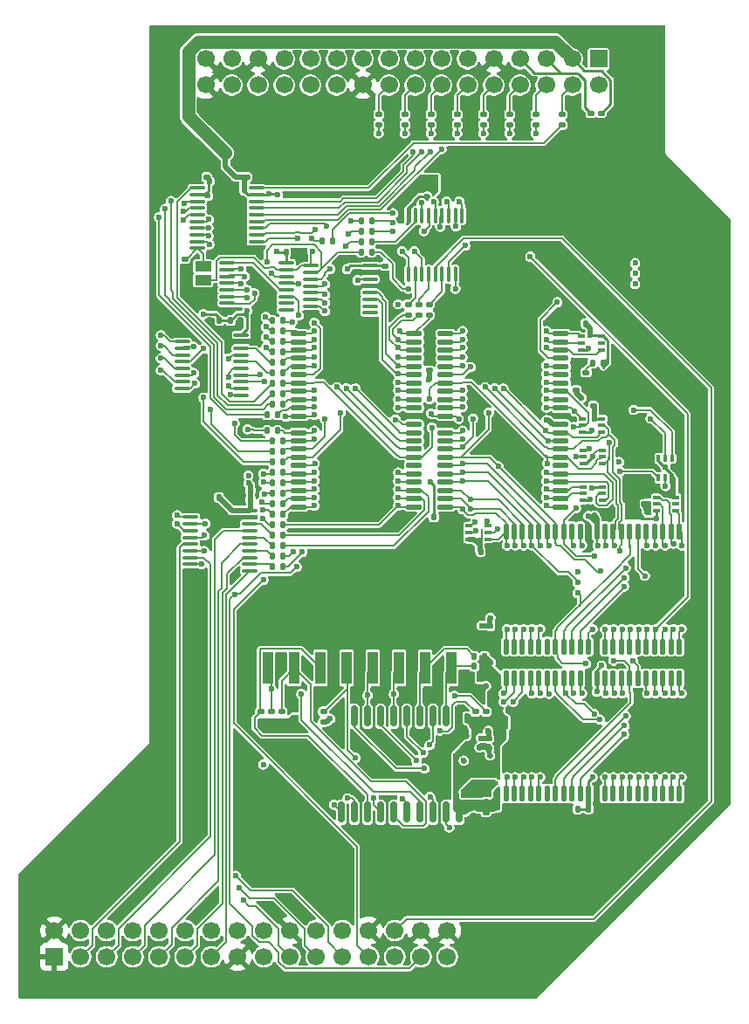
<source format=gtl>
G04 #@! TF.GenerationSoftware,KiCad,Pcbnew,9.0.2*
G04 #@! TF.CreationDate,2025-07-03T22:57:35-04:00*
G04 #@! TF.ProjectId,RamBanks,52616d42-616e-46b7-932e-6b696361645f,A*
G04 #@! TF.SameCoordinates,Original*
G04 #@! TF.FileFunction,Copper,L1,Top*
G04 #@! TF.FilePolarity,Positive*
%FSLAX46Y46*%
G04 Gerber Fmt 4.6, Leading zero omitted, Abs format (unit mm)*
G04 Created by KiCad (PCBNEW 9.0.2) date 2025-07-03 22:57:35*
%MOMM*%
%LPD*%
G01*
G04 APERTURE LIST*
G04 Aperture macros list*
%AMRoundRect*
0 Rectangle with rounded corners*
0 $1 Rounding radius*
0 $2 $3 $4 $5 $6 $7 $8 $9 X,Y pos of 4 corners*
0 Add a 4 corners polygon primitive as box body*
4,1,4,$2,$3,$4,$5,$6,$7,$8,$9,$2,$3,0*
0 Add four circle primitives for the rounded corners*
1,1,$1+$1,$2,$3*
1,1,$1+$1,$4,$5*
1,1,$1+$1,$6,$7*
1,1,$1+$1,$8,$9*
0 Add four rect primitives between the rounded corners*
20,1,$1+$1,$2,$3,$4,$5,0*
20,1,$1+$1,$4,$5,$6,$7,0*
20,1,$1+$1,$6,$7,$8,$9,0*
20,1,$1+$1,$8,$9,$2,$3,0*%
G04 Aperture macros list end*
G04 #@! TA.AperFunction,SMDPad,CuDef*
%ADD10R,1.500000X1.000000*%
G04 #@! TD*
G04 #@! TA.AperFunction,SMDPad,CuDef*
%ADD11RoundRect,0.140000X-0.140000X-0.170000X0.140000X-0.170000X0.140000X0.170000X-0.140000X0.170000X0*%
G04 #@! TD*
G04 #@! TA.AperFunction,SMDPad,CuDef*
%ADD12RoundRect,0.100000X0.225000X0.100000X-0.225000X0.100000X-0.225000X-0.100000X0.225000X-0.100000X0*%
G04 #@! TD*
G04 #@! TA.AperFunction,SMDPad,CuDef*
%ADD13RoundRect,0.135000X-0.135000X-0.185000X0.135000X-0.185000X0.135000X0.185000X-0.135000X0.185000X0*%
G04 #@! TD*
G04 #@! TA.AperFunction,SMDPad,CuDef*
%ADD14RoundRect,0.140000X0.170000X-0.140000X0.170000X0.140000X-0.170000X0.140000X-0.170000X-0.140000X0*%
G04 #@! TD*
G04 #@! TA.AperFunction,SMDPad,CuDef*
%ADD15RoundRect,0.135000X0.185000X-0.135000X0.185000X0.135000X-0.185000X0.135000X-0.185000X-0.135000X0*%
G04 #@! TD*
G04 #@! TA.AperFunction,SMDPad,CuDef*
%ADD16RoundRect,0.135000X-0.185000X0.135000X-0.185000X-0.135000X0.185000X-0.135000X0.185000X0.135000X0*%
G04 #@! TD*
G04 #@! TA.AperFunction,SMDPad,CuDef*
%ADD17RoundRect,0.137500X-0.137500X0.625000X-0.137500X-0.625000X0.137500X-0.625000X0.137500X0.625000X0*%
G04 #@! TD*
G04 #@! TA.AperFunction,SMDPad,CuDef*
%ADD18RoundRect,0.135000X0.135000X0.185000X-0.135000X0.185000X-0.135000X-0.185000X0.135000X-0.185000X0*%
G04 #@! TD*
G04 #@! TA.AperFunction,SMDPad,CuDef*
%ADD19RoundRect,0.100000X-0.100000X0.225000X-0.100000X-0.225000X0.100000X-0.225000X0.100000X0.225000X0*%
G04 #@! TD*
G04 #@! TA.AperFunction,SMDPad,CuDef*
%ADD20RoundRect,0.140000X-0.170000X0.140000X-0.170000X-0.140000X0.170000X-0.140000X0.170000X0.140000X0*%
G04 #@! TD*
G04 #@! TA.AperFunction,SMDPad,CuDef*
%ADD21RoundRect,0.100000X-0.637500X-0.100000X0.637500X-0.100000X0.637500X0.100000X-0.637500X0.100000X0*%
G04 #@! TD*
G04 #@! TA.AperFunction,SMDPad,CuDef*
%ADD22RoundRect,0.137500X-0.625000X-0.137500X0.625000X-0.137500X0.625000X0.137500X-0.625000X0.137500X0*%
G04 #@! TD*
G04 #@! TA.AperFunction,SMDPad,CuDef*
%ADD23RoundRect,0.140000X0.140000X0.170000X-0.140000X0.170000X-0.140000X-0.170000X0.140000X-0.170000X0*%
G04 #@! TD*
G04 #@! TA.AperFunction,ComponentPad*
%ADD24R,1.700000X1.700000*%
G04 #@! TD*
G04 #@! TA.AperFunction,ComponentPad*
%ADD25C,1.700000*%
G04 #@! TD*
G04 #@! TA.AperFunction,SMDPad,CuDef*
%ADD26RoundRect,0.147500X0.172500X-0.147500X0.172500X0.147500X-0.172500X0.147500X-0.172500X-0.147500X0*%
G04 #@! TD*
G04 #@! TA.AperFunction,SMDPad,CuDef*
%ADD27RoundRect,0.100000X-0.225000X-0.100000X0.225000X-0.100000X0.225000X0.100000X-0.225000X0.100000X0*%
G04 #@! TD*
G04 #@! TA.AperFunction,SMDPad,CuDef*
%ADD28RoundRect,0.100000X0.100000X-0.637500X0.100000X0.637500X-0.100000X0.637500X-0.100000X-0.637500X0*%
G04 #@! TD*
G04 #@! TA.AperFunction,SMDPad,CuDef*
%ADD29R,1.000000X3.150000*%
G04 #@! TD*
G04 #@! TA.AperFunction,SMDPad,CuDef*
%ADD30RoundRect,0.150000X-0.150000X0.875000X-0.150000X-0.875000X0.150000X-0.875000X0.150000X0.875000X0*%
G04 #@! TD*
G04 #@! TA.AperFunction,ViaPad*
%ADD31C,0.600000*%
G04 #@! TD*
G04 #@! TA.AperFunction,Conductor*
%ADD32C,0.160000*%
G04 #@! TD*
G04 #@! TA.AperFunction,Conductor*
%ADD33C,0.254000*%
G04 #@! TD*
G04 #@! TA.AperFunction,Conductor*
%ADD34C,0.508000*%
G04 #@! TD*
G04 #@! TA.AperFunction,Conductor*
%ADD35C,1.270000*%
G04 #@! TD*
G04 #@! TA.AperFunction,Conductor*
%ADD36C,0.200000*%
G04 #@! TD*
G04 APERTURE END LIST*
D10*
G04 #@! TO.P,JP301,1,A*
G04 #@! TO.N,Net-(JP301-A)*
X121793000Y-70455000D03*
G04 #@! TO.P,JP301,2,B*
G04 #@! TO.N,/~{RAMEN_3}*
X121793000Y-71755000D03*
G04 #@! TD*
D11*
G04 #@! TO.P,C314,1*
G04 #@! TO.N,+3V3*
X144201000Y-63119000D03*
G04 #@! TO.P,C314,2*
G04 #@! TO.N,GND*
X145161000Y-63119000D03*
G04 #@! TD*
D12*
G04 #@! TO.P,D304,1,A01*
G04 #@! TO.N,/A16*
X160396000Y-78516000D03*
G04 #@! TO.P,D304,2,A02*
G04 #@! TO.N,unconnected-(D304A-A02-Pad2)*
X160396000Y-77866000D03*
G04 #@! TO.P,D304,3,K2*
G04 #@! TO.N,+2V8*
X160396000Y-77216000D03*
G04 #@! TO.P,D304,4,A02*
G04 #@! TO.N,/A18*
X158496000Y-77216000D03*
G04 #@! TO.P,D304,5,A12*
G04 #@! TO.N,/A17*
X158496000Y-77866000D03*
G04 #@! TO.P,D304,6,K2*
G04 #@! TO.N,+2V8*
X158496000Y-78516000D03*
G04 #@! TD*
D13*
G04 #@! TO.P,R319,1*
G04 #@! TO.N,Net-(U301-A2)*
X128520000Y-82804000D03*
G04 #@! TO.P,R319,2*
G04 #@! TO.N,/LD1*
X129540000Y-82804000D03*
G04 #@! TD*
D11*
G04 #@! TO.P,C311,1*
G04 #@! TO.N,+3V3*
X144170400Y-94742000D03*
G04 #@! TO.P,C311,2*
G04 #@! TO.N,GND*
X145130400Y-94742000D03*
G04 #@! TD*
D14*
G04 #@! TO.P,C329,1*
G04 #@! TO.N,+2V8*
X159639000Y-83947000D03*
G04 #@! TO.P,C329,2*
G04 #@! TO.N,GND*
X159639000Y-82987000D03*
G04 #@! TD*
G04 #@! TO.P,C307,1*
G04 #@! TO.N,+3V3*
X143713200Y-80512800D03*
G04 #@! TO.P,C307,2*
G04 #@! TO.N,GND*
X143713200Y-79552800D03*
G04 #@! TD*
D11*
G04 #@! TO.P,C327,1*
G04 #@! TO.N,+2V8*
X148722200Y-98094800D03*
G04 #@! TO.P,C327,2*
G04 #@! TO.N,GND*
X149682200Y-98094800D03*
G04 #@! TD*
D14*
G04 #@! TO.P,C302,1*
G04 #@! TO.N,+5V*
X130683000Y-114371000D03*
G04 #@! TO.P,C302,2*
G04 #@! TO.N,GND*
X130683000Y-113411000D03*
G04 #@! TD*
D13*
G04 #@! TO.P,R344,1*
G04 #@! TO.N,Net-(U311-1Y3)*
X128520000Y-99568000D03*
G04 #@! TO.P,R344,2*
G04 #@! TO.N,/A15*
X129540000Y-99568000D03*
G04 #@! TD*
D15*
G04 #@! TO.P,R357,1*
G04 #@! TO.N,+5V*
X127379037Y-114617959D03*
G04 #@! TO.P,R357,2*
G04 #@! TO.N,Net-(J103-Pin_12)*
X127379037Y-113597959D03*
G04 #@! TD*
D16*
G04 #@! TO.P,R341,1*
G04 #@! TO.N,Net-(U307-2Y1)*
X142704000Y-74111237D03*
G04 #@! TO.P,R341,2*
G04 #@! TO.N,/A17*
X142704000Y-75131237D03*
G04 #@! TD*
G04 #@! TO.P,R342,1*
G04 #@! TO.N,Net-(U307-2Y0)*
X141688000Y-74111237D03*
G04 #@! TO.P,R342,2*
G04 #@! TO.N,/A16*
X141688000Y-75131237D03*
G04 #@! TD*
D14*
G04 #@! TO.P,C321,1*
G04 #@! TO.N,+5V*
X149225000Y-122372000D03*
G04 #@! TO.P,C321,2*
G04 #@! TO.N,GND*
X149225000Y-121412000D03*
G04 #@! TD*
D13*
G04 #@! TO.P,R346,1*
G04 #@! TO.N,Net-(U311-1Y1)*
X128520000Y-97536000D03*
G04 #@! TO.P,R346,2*
G04 #@! TO.N,/A13*
X129540000Y-97536000D03*
G04 #@! TD*
G04 #@! TO.P,R318,1*
G04 #@! TO.N,Net-(U301-A1)*
X128520000Y-81788000D03*
G04 #@! TO.P,R318,2*
G04 #@! TO.N,/LD0*
X129540000Y-81788000D03*
G04 #@! TD*
D11*
G04 #@! TO.P,C322,1*
G04 #@! TO.N,+3V3*
X159161600Y-123037600D03*
G04 #@! TO.P,C322,2*
G04 #@! TO.N,GND*
X160121600Y-123037600D03*
G04 #@! TD*
D13*
G04 #@! TO.P,R321,1*
G04 #@! TO.N,Net-(U301-A4)*
X128014000Y-84836000D03*
G04 #@! TO.P,R321,2*
G04 #@! TO.N,/LD3*
X129034000Y-84836000D03*
G04 #@! TD*
D17*
G04 #@! TO.P,U310,1,A0*
G04 #@! TO.N,/A1*
X167966000Y-110379737D03*
G04 #@! TO.P,U310,2,A1*
G04 #@! TO.N,/A2*
X167166000Y-110379737D03*
G04 #@! TO.P,U310,3,A2*
G04 #@! TO.N,/A3*
X166366000Y-110379737D03*
G04 #@! TO.P,U310,4,A3*
G04 #@! TO.N,/A4*
X165566000Y-110379737D03*
G04 #@! TO.P,U310,5,A4*
G04 #@! TO.N,/A5*
X164766000Y-110379737D03*
G04 #@! TO.P,U310,6,~{CE}*
G04 #@! TO.N,Net-(U304A-O3)*
X163966000Y-110379737D03*
G04 #@! TO.P,U310,7,IO0*
G04 #@! TO.N,/LD0*
X163166000Y-110379737D03*
G04 #@! TO.P,U310,8,IO1*
G04 #@! TO.N,/LD1*
X162366000Y-110379737D03*
G04 #@! TO.P,U310,9,IO2*
G04 #@! TO.N,/LD2*
X161566000Y-110379737D03*
G04 #@! TO.P,U310,10,IO3*
G04 #@! TO.N,/LD3*
X160766000Y-110379737D03*
G04 #@! TO.P,U310,11,VCC*
G04 #@! TO.N,+3V3*
X159966000Y-110379737D03*
G04 #@! TO.P,U310,12,GND*
G04 #@! TO.N,GND*
X159166000Y-110379737D03*
G04 #@! TO.P,U310,13,IO4*
G04 #@! TO.N,/LD4*
X158366000Y-110379737D03*
G04 #@! TO.P,U310,14,IO5*
G04 #@! TO.N,/LD5*
X157566000Y-110379737D03*
G04 #@! TO.P,U310,15,IO6*
G04 #@! TO.N,/LD6*
X156766000Y-110379737D03*
G04 #@! TO.P,U310,16,IO7*
G04 #@! TO.N,/LD7*
X155966000Y-110379737D03*
G04 #@! TO.P,U310,17,~{WE}*
G04 #@! TO.N,/~{WE}*
X155166000Y-110379737D03*
G04 #@! TO.P,U310,18,A5*
G04 #@! TO.N,/A6*
X154366000Y-110379737D03*
G04 #@! TO.P,U310,19,A6*
G04 #@! TO.N,/A7*
X153566000Y-110379737D03*
G04 #@! TO.P,U310,20,A7*
G04 #@! TO.N,/A8*
X152766000Y-110379737D03*
G04 #@! TO.P,U310,21,A8*
G04 #@! TO.N,/A9*
X151966000Y-110379737D03*
G04 #@! TO.P,U310,22,A9*
G04 #@! TO.N,/A10*
X151166000Y-110379737D03*
G04 #@! TO.P,U310,23,A10*
G04 #@! TO.N,/A11*
X151166000Y-121554737D03*
G04 #@! TO.P,U310,24,A11*
G04 #@! TO.N,/A12*
X151966000Y-121554737D03*
G04 #@! TO.P,U310,25,A12*
G04 #@! TO.N,/A13*
X152766000Y-121554737D03*
G04 #@! TO.P,U310,26,A13*
G04 #@! TO.N,/A14*
X153566000Y-121554737D03*
G04 #@! TO.P,U310,27,A14*
G04 #@! TO.N,/A15*
X154366000Y-121554737D03*
G04 #@! TO.P,U310,28*
G04 #@! TO.N,N/C*
X155166000Y-121554737D03*
G04 #@! TO.P,U310,29,IO8*
G04 #@! TO.N,/LD0*
X155966000Y-121554737D03*
G04 #@! TO.P,U310,30,IO9*
G04 #@! TO.N,/LD1*
X156766000Y-121554737D03*
G04 #@! TO.P,U310,31,IO10*
G04 #@! TO.N,/LD2*
X157566000Y-121554737D03*
G04 #@! TO.P,U310,32,IO11*
G04 #@! TO.N,/LD3*
X158366000Y-121554737D03*
G04 #@! TO.P,U310,33,VCC*
G04 #@! TO.N,+3V3*
X159166000Y-121554737D03*
G04 #@! TO.P,U310,34,GND*
G04 #@! TO.N,GND*
X159966000Y-121554737D03*
G04 #@! TO.P,U310,35,IO12*
G04 #@! TO.N,/LD4*
X160766000Y-121554737D03*
G04 #@! TO.P,U310,36,IO13*
G04 #@! TO.N,/LD5*
X161566000Y-121554737D03*
G04 #@! TO.P,U310,37,IO14*
G04 #@! TO.N,/LD6*
X162366000Y-121554737D03*
G04 #@! TO.P,U310,38,IO15*
G04 #@! TO.N,/LD7*
X163166000Y-121554737D03*
G04 #@! TO.P,U310,39,~{BLE}*
G04 #@! TO.N,/A0*
X163966000Y-121554737D03*
G04 #@! TO.P,U310,40,~{BHE}*
G04 #@! TO.N,/~{A0}*
X164766000Y-121554737D03*
G04 #@! TO.P,U310,41,~{OE}*
G04 #@! TO.N,/~{OE3}*
X165566000Y-121554737D03*
G04 #@! TO.P,U310,42,A15*
G04 #@! TO.N,/A16*
X166366000Y-121554737D03*
G04 #@! TO.P,U310,43,A16*
G04 #@! TO.N,/A17*
X167166000Y-121554737D03*
G04 #@! TO.P,U310,44,A17*
G04 #@! TO.N,/A18*
X167966000Y-121554737D03*
G04 #@! TD*
G04 #@! TO.P,U308,1,A0*
G04 #@! TO.N,/A1*
X167966000Y-96129737D03*
G04 #@! TO.P,U308,2,A1*
G04 #@! TO.N,/A2*
X167166000Y-96129737D03*
G04 #@! TO.P,U308,3,A2*
G04 #@! TO.N,/A3*
X166366000Y-96129737D03*
G04 #@! TO.P,U308,4,A3*
G04 #@! TO.N,/A4*
X165566000Y-96129737D03*
G04 #@! TO.P,U308,5,A4*
G04 #@! TO.N,/A5*
X164766000Y-96129737D03*
G04 #@! TO.P,U308,6,~{CE}*
G04 #@! TO.N,Net-(U304A-O2)*
X163966000Y-96129737D03*
G04 #@! TO.P,U308,7,IO0*
G04 #@! TO.N,/LD0*
X163166000Y-96129737D03*
G04 #@! TO.P,U308,8,IO1*
G04 #@! TO.N,/LD1*
X162366000Y-96129737D03*
G04 #@! TO.P,U308,9,IO2*
G04 #@! TO.N,/LD2*
X161566000Y-96129737D03*
G04 #@! TO.P,U308,10,IO3*
G04 #@! TO.N,/LD3*
X160766000Y-96129737D03*
G04 #@! TO.P,U308,11,VCC*
G04 #@! TO.N,+3V3*
X159966000Y-96129737D03*
G04 #@! TO.P,U308,12,GND*
G04 #@! TO.N,GND*
X159166000Y-96129737D03*
G04 #@! TO.P,U308,13,IO4*
G04 #@! TO.N,/LD4*
X158366000Y-96129737D03*
G04 #@! TO.P,U308,14,IO5*
G04 #@! TO.N,/LD5*
X157566000Y-96129737D03*
G04 #@! TO.P,U308,15,IO6*
G04 #@! TO.N,/LD6*
X156766000Y-96129737D03*
G04 #@! TO.P,U308,16,IO7*
G04 #@! TO.N,/LD7*
X155966000Y-96129737D03*
G04 #@! TO.P,U308,17,~{WE}*
G04 #@! TO.N,/~{WE}*
X155166000Y-96129737D03*
G04 #@! TO.P,U308,18,A5*
G04 #@! TO.N,/A6*
X154366000Y-96129737D03*
G04 #@! TO.P,U308,19,A6*
G04 #@! TO.N,/A7*
X153566000Y-96129737D03*
G04 #@! TO.P,U308,20,A7*
G04 #@! TO.N,/A8*
X152766000Y-96129737D03*
G04 #@! TO.P,U308,21,A8*
G04 #@! TO.N,/A9*
X151966000Y-96129737D03*
G04 #@! TO.P,U308,22,A9*
G04 #@! TO.N,/A10*
X151166000Y-96129737D03*
G04 #@! TO.P,U308,23,A10*
G04 #@! TO.N,/A11*
X151166000Y-107304737D03*
G04 #@! TO.P,U308,24,A11*
G04 #@! TO.N,/A12*
X151966000Y-107304737D03*
G04 #@! TO.P,U308,25,A12*
G04 #@! TO.N,/A13*
X152766000Y-107304737D03*
G04 #@! TO.P,U308,26,A13*
G04 #@! TO.N,/A14*
X153566000Y-107304737D03*
G04 #@! TO.P,U308,27,A14*
G04 #@! TO.N,/A15*
X154366000Y-107304737D03*
G04 #@! TO.P,U308,28*
G04 #@! TO.N,N/C*
X155166000Y-107304737D03*
G04 #@! TO.P,U308,29,IO8*
G04 #@! TO.N,/LD0*
X155966000Y-107304737D03*
G04 #@! TO.P,U308,30,IO9*
G04 #@! TO.N,/LD1*
X156766000Y-107304737D03*
G04 #@! TO.P,U308,31,IO10*
G04 #@! TO.N,/LD2*
X157566000Y-107304737D03*
G04 #@! TO.P,U308,32,IO11*
G04 #@! TO.N,/LD3*
X158366000Y-107304737D03*
G04 #@! TO.P,U308,33,VCC*
G04 #@! TO.N,+3V3*
X159166000Y-107304737D03*
G04 #@! TO.P,U308,34,GND*
G04 #@! TO.N,GND*
X159966000Y-107304737D03*
G04 #@! TO.P,U308,35,IO12*
G04 #@! TO.N,/LD4*
X160766000Y-107304737D03*
G04 #@! TO.P,U308,36,IO13*
G04 #@! TO.N,/LD5*
X161566000Y-107304737D03*
G04 #@! TO.P,U308,37,IO14*
G04 #@! TO.N,/LD6*
X162366000Y-107304737D03*
G04 #@! TO.P,U308,38,IO15*
G04 #@! TO.N,/LD7*
X163166000Y-107304737D03*
G04 #@! TO.P,U308,39,~{BLE}*
G04 #@! TO.N,/A0*
X163966000Y-107304737D03*
G04 #@! TO.P,U308,40,~{BHE}*
G04 #@! TO.N,/~{A0}*
X164766000Y-107304737D03*
G04 #@! TO.P,U308,41,~{OE}*
G04 #@! TO.N,/~{OE2}*
X165566000Y-107304737D03*
G04 #@! TO.P,U308,42,A15*
G04 #@! TO.N,/A16*
X166366000Y-107304737D03*
G04 #@! TO.P,U308,43,A16*
G04 #@! TO.N,/A17*
X167166000Y-107304737D03*
G04 #@! TO.P,U308,44,A17*
G04 #@! TO.N,/A18*
X167966000Y-107304737D03*
G04 #@! TD*
D18*
G04 #@! TO.P,R339,1*
G04 #@! TO.N,Net-(U307-2Y3)*
X138132000Y-69035237D03*
G04 #@! TO.P,R339,2*
G04 #@! TO.N,/A19*
X137112000Y-69035237D03*
G04 #@! TD*
D19*
G04 #@! TO.P,D303,1,A01*
G04 #@! TO.N,/A5*
X167274000Y-89032000D03*
G04 #@! TO.P,D303,2,A02*
G04 #@! TO.N,/A4*
X166624000Y-89032000D03*
G04 #@! TO.P,D303,3,K2*
G04 #@! TO.N,+2V8*
X165974000Y-89032000D03*
G04 #@! TO.P,D303,4,A02*
G04 #@! TO.N,/A6*
X165974000Y-90932000D03*
G04 #@! TO.P,D303,5,A12*
G04 #@! TO.N,/A7*
X166624000Y-90932000D03*
G04 #@! TO.P,D303,6,K2*
G04 #@! TO.N,+2V8*
X167274000Y-90932000D03*
G04 #@! TD*
D16*
G04 #@! TO.P,R309,1*
G04 #@! TO.N,/D7*
X156591000Y-55678000D03*
G04 #@! TO.P,R309,2*
G04 #@! TO.N,Net-(U301-B1)*
X156591000Y-56698000D03*
G04 #@! TD*
D13*
G04 #@! TO.P,R327,1*
G04 #@! TO.N,Net-(U305-1Y3)*
X128520000Y-91440000D03*
G04 #@! TO.P,R327,2*
G04 #@! TO.N,/A7*
X129540000Y-91440000D03*
G04 #@! TD*
D20*
G04 #@! TO.P,C326,1*
G04 #@! TO.N,+3V3*
X139446000Y-70386000D03*
G04 #@! TO.P,C326,2*
G04 #@! TO.N,GND*
X139446000Y-71346000D03*
G04 #@! TD*
D21*
G04 #@! TO.P,U301,1,A1*
G04 #@! TO.N,Net-(U301-A1)*
X121231000Y-62819237D03*
G04 #@! TO.P,U301,2,VCCA*
G04 #@! TO.N,+3V3*
X121231000Y-63469237D03*
G04 #@! TO.P,U301,3,A2*
G04 #@! TO.N,Net-(U301-A2)*
X121231000Y-64119237D03*
G04 #@! TO.P,U301,4,A3*
G04 #@! TO.N,Net-(U301-A3)*
X121231000Y-64769237D03*
G04 #@! TO.P,U301,5,A4*
G04 #@! TO.N,Net-(U301-A4)*
X121231000Y-65419237D03*
G04 #@! TO.P,U301,6,A5*
G04 #@! TO.N,Net-(U301-A5)*
X121231000Y-66069237D03*
G04 #@! TO.P,U301,7,A6*
G04 #@! TO.N,Net-(U301-A6)*
X121231000Y-66719237D03*
G04 #@! TO.P,U301,8,A7*
G04 #@! TO.N,Net-(U301-A7)*
X121231000Y-67369237D03*
G04 #@! TO.P,U301,9,A8*
G04 #@! TO.N,Net-(U301-A8)*
X121231000Y-68019237D03*
G04 #@! TO.P,U301,10,OE*
G04 #@! TO.N,Net-(JP301-A)*
X121231000Y-68669237D03*
G04 #@! TO.P,U301,11,GND*
G04 #@! TO.N,GND*
X126956000Y-68669237D03*
G04 #@! TO.P,U301,12,B8*
G04 #@! TO.N,Net-(U301-B8)*
X126956000Y-68019237D03*
G04 #@! TO.P,U301,13,B7*
G04 #@! TO.N,Net-(U301-B7)*
X126956000Y-67369237D03*
G04 #@! TO.P,U301,14,B6*
G04 #@! TO.N,Net-(U301-B6)*
X126956000Y-66719237D03*
G04 #@! TO.P,U301,15,B5*
G04 #@! TO.N,Net-(U301-B5)*
X126956000Y-66069237D03*
G04 #@! TO.P,U301,16,B4*
G04 #@! TO.N,Net-(U301-B4)*
X126956000Y-65419237D03*
G04 #@! TO.P,U301,17,B3*
G04 #@! TO.N,Net-(U301-B3)*
X126956000Y-64769237D03*
G04 #@! TO.P,U301,18,B2*
G04 #@! TO.N,Net-(U301-B2)*
X126956000Y-64119237D03*
G04 #@! TO.P,U301,19,VCCB*
G04 #@! TO.N,+5V*
X126956000Y-63469237D03*
G04 #@! TO.P,U301,20,B1*
G04 #@! TO.N,Net-(U301-B1)*
X126956000Y-62819237D03*
G04 #@! TD*
D22*
G04 #@! TO.P,U306,1,A0*
G04 #@! TO.N,/A1*
X145314500Y-76944000D03*
G04 #@! TO.P,U306,2,A1*
G04 #@! TO.N,/A2*
X145314500Y-77744000D03*
G04 #@! TO.P,U306,3,A2*
G04 #@! TO.N,/A3*
X145314500Y-78544000D03*
G04 #@! TO.P,U306,4,A3*
G04 #@! TO.N,/A4*
X145314500Y-79344000D03*
G04 #@! TO.P,U306,5,A4*
G04 #@! TO.N,/A5*
X145314500Y-80144000D03*
G04 #@! TO.P,U306,6,~{CE}*
G04 #@! TO.N,Net-(U304A-O1)*
X145314500Y-80944000D03*
G04 #@! TO.P,U306,7,IO0*
G04 #@! TO.N,/LD0*
X145314500Y-81744000D03*
G04 #@! TO.P,U306,8,IO1*
G04 #@! TO.N,/LD1*
X145314500Y-82544000D03*
G04 #@! TO.P,U306,9,IO2*
G04 #@! TO.N,/LD2*
X145314500Y-83344000D03*
G04 #@! TO.P,U306,10,IO3*
G04 #@! TO.N,/LD3*
X145314500Y-84144000D03*
G04 #@! TO.P,U306,11,VCC*
G04 #@! TO.N,+3V3*
X145314500Y-84944000D03*
G04 #@! TO.P,U306,12,GND*
G04 #@! TO.N,GND*
X145314500Y-85744000D03*
G04 #@! TO.P,U306,13,IO4*
G04 #@! TO.N,/LD4*
X145314500Y-86544000D03*
G04 #@! TO.P,U306,14,IO5*
G04 #@! TO.N,/LD5*
X145314500Y-87344000D03*
G04 #@! TO.P,U306,15,IO6*
G04 #@! TO.N,/LD6*
X145314500Y-88144000D03*
G04 #@! TO.P,U306,16,IO7*
G04 #@! TO.N,/LD7*
X145314500Y-88944000D03*
G04 #@! TO.P,U306,17,~{WE}*
G04 #@! TO.N,/~{WE}*
X145314500Y-89744000D03*
G04 #@! TO.P,U306,18,A5*
G04 #@! TO.N,/A6*
X145314500Y-90544000D03*
G04 #@! TO.P,U306,19,A6*
G04 #@! TO.N,/A7*
X145314500Y-91344000D03*
G04 #@! TO.P,U306,20,A7*
G04 #@! TO.N,/A8*
X145314500Y-92144000D03*
G04 #@! TO.P,U306,21,A8*
G04 #@! TO.N,/A9*
X145314500Y-92944000D03*
G04 #@! TO.P,U306,22,A9*
G04 #@! TO.N,/A10*
X145314500Y-93744000D03*
G04 #@! TO.P,U306,23,A10*
G04 #@! TO.N,/A11*
X156489500Y-93744000D03*
G04 #@! TO.P,U306,24,A11*
G04 #@! TO.N,/A12*
X156489500Y-92944000D03*
G04 #@! TO.P,U306,25,A12*
G04 #@! TO.N,/A13*
X156489500Y-92144000D03*
G04 #@! TO.P,U306,26,A13*
G04 #@! TO.N,/A14*
X156489500Y-91344000D03*
G04 #@! TO.P,U306,27,A14*
G04 #@! TO.N,/A15*
X156489500Y-90544000D03*
G04 #@! TO.P,U306,28*
G04 #@! TO.N,N/C*
X156489500Y-89744000D03*
G04 #@! TO.P,U306,29,IO8*
G04 #@! TO.N,/LD0*
X156489500Y-88944000D03*
G04 #@! TO.P,U306,30,IO9*
G04 #@! TO.N,/LD1*
X156489500Y-88144000D03*
G04 #@! TO.P,U306,31,IO10*
G04 #@! TO.N,/LD2*
X156489500Y-87344000D03*
G04 #@! TO.P,U306,32,IO11*
G04 #@! TO.N,/LD3*
X156489500Y-86544000D03*
G04 #@! TO.P,U306,33,VCC*
G04 #@! TO.N,+3V3*
X156489500Y-85744000D03*
G04 #@! TO.P,U306,34,GND*
G04 #@! TO.N,GND*
X156489500Y-84944000D03*
G04 #@! TO.P,U306,35,IO12*
G04 #@! TO.N,/LD4*
X156489500Y-84144000D03*
G04 #@! TO.P,U306,36,IO13*
G04 #@! TO.N,/LD5*
X156489500Y-83344000D03*
G04 #@! TO.P,U306,37,IO14*
G04 #@! TO.N,/LD6*
X156489500Y-82544000D03*
G04 #@! TO.P,U306,38,IO15*
G04 #@! TO.N,/LD7*
X156489500Y-81744000D03*
G04 #@! TO.P,U306,39,~{BLE}*
G04 #@! TO.N,/A0*
X156489500Y-80944000D03*
G04 #@! TO.P,U306,40,~{BHE}*
G04 #@! TO.N,/~{A0}*
X156489500Y-80144000D03*
G04 #@! TO.P,U306,41,~{OE}*
G04 #@! TO.N,/~{OE1}*
X156489500Y-79344000D03*
G04 #@! TO.P,U306,42,A15*
G04 #@! TO.N,/A16*
X156489500Y-78544000D03*
G04 #@! TO.P,U306,43,A16*
G04 #@! TO.N,/A17*
X156489500Y-77744000D03*
G04 #@! TO.P,U306,44,A17*
G04 #@! TO.N,/A18*
X156489500Y-76944000D03*
G04 #@! TD*
G04 #@! TO.P,U302,1,A0*
G04 #@! TO.N,/A1*
X131064500Y-76944000D03*
G04 #@! TO.P,U302,2,A1*
G04 #@! TO.N,/A2*
X131064500Y-77744000D03*
G04 #@! TO.P,U302,3,A2*
G04 #@! TO.N,/A3*
X131064500Y-78544000D03*
G04 #@! TO.P,U302,4,A3*
G04 #@! TO.N,/A4*
X131064500Y-79344000D03*
G04 #@! TO.P,U302,5,A4*
G04 #@! TO.N,/A5*
X131064500Y-80144000D03*
G04 #@! TO.P,U302,6,~{CE}*
G04 #@! TO.N,Net-(U302-~{CE})*
X131064500Y-80944000D03*
G04 #@! TO.P,U302,7,IO0*
G04 #@! TO.N,/LD0*
X131064500Y-81744000D03*
G04 #@! TO.P,U302,8,IO1*
G04 #@! TO.N,/LD1*
X131064500Y-82544000D03*
G04 #@! TO.P,U302,9,IO2*
G04 #@! TO.N,/LD2*
X131064500Y-83344000D03*
G04 #@! TO.P,U302,10,IO3*
G04 #@! TO.N,/LD3*
X131064500Y-84144000D03*
G04 #@! TO.P,U302,11,VCC*
G04 #@! TO.N,+3V3*
X131064500Y-84944000D03*
G04 #@! TO.P,U302,12,GND*
G04 #@! TO.N,GND*
X131064500Y-85744000D03*
G04 #@! TO.P,U302,13,IO4*
G04 #@! TO.N,/LD4*
X131064500Y-86544000D03*
G04 #@! TO.P,U302,14,IO5*
G04 #@! TO.N,/LD5*
X131064500Y-87344000D03*
G04 #@! TO.P,U302,15,IO6*
G04 #@! TO.N,/LD6*
X131064500Y-88144000D03*
G04 #@! TO.P,U302,16,IO7*
G04 #@! TO.N,/LD7*
X131064500Y-88944000D03*
G04 #@! TO.P,U302,17,~{WE}*
G04 #@! TO.N,/~{WE}*
X131064500Y-89744000D03*
G04 #@! TO.P,U302,18,A5*
G04 #@! TO.N,/A6*
X131064500Y-90544000D03*
G04 #@! TO.P,U302,19,A6*
G04 #@! TO.N,/A7*
X131064500Y-91344000D03*
G04 #@! TO.P,U302,20,A7*
G04 #@! TO.N,/A8*
X131064500Y-92144000D03*
G04 #@! TO.P,U302,21,A8*
G04 #@! TO.N,/A9*
X131064500Y-92944000D03*
G04 #@! TO.P,U302,22,A9*
G04 #@! TO.N,/A10*
X131064500Y-93744000D03*
G04 #@! TO.P,U302,23,A10*
G04 #@! TO.N,/A11*
X142239500Y-93744000D03*
G04 #@! TO.P,U302,24,A11*
G04 #@! TO.N,/A12*
X142239500Y-92944000D03*
G04 #@! TO.P,U302,25,A12*
G04 #@! TO.N,/A13*
X142239500Y-92144000D03*
G04 #@! TO.P,U302,26,A13*
G04 #@! TO.N,/A14*
X142239500Y-91344000D03*
G04 #@! TO.P,U302,27,A14*
G04 #@! TO.N,/A15*
X142239500Y-90544000D03*
G04 #@! TO.P,U302,28*
G04 #@! TO.N,N/C*
X142239500Y-89744000D03*
G04 #@! TO.P,U302,29,IO8*
G04 #@! TO.N,/LD0*
X142239500Y-88944000D03*
G04 #@! TO.P,U302,30,IO9*
G04 #@! TO.N,/LD1*
X142239500Y-88144000D03*
G04 #@! TO.P,U302,31,IO10*
G04 #@! TO.N,/LD2*
X142239500Y-87344000D03*
G04 #@! TO.P,U302,32,IO11*
G04 #@! TO.N,/LD3*
X142239500Y-86544000D03*
G04 #@! TO.P,U302,33,VCC*
G04 #@! TO.N,+3V3*
X142239500Y-85744000D03*
G04 #@! TO.P,U302,34,GND*
G04 #@! TO.N,GND*
X142239500Y-84944000D03*
G04 #@! TO.P,U302,35,IO12*
G04 #@! TO.N,/LD4*
X142239500Y-84144000D03*
G04 #@! TO.P,U302,36,IO13*
G04 #@! TO.N,/LD5*
X142239500Y-83344000D03*
G04 #@! TO.P,U302,37,IO14*
G04 #@! TO.N,/LD6*
X142239500Y-82544000D03*
G04 #@! TO.P,U302,38,IO15*
G04 #@! TO.N,/LD7*
X142239500Y-81744000D03*
G04 #@! TO.P,U302,39,~{BLE}*
G04 #@! TO.N,/A0*
X142239500Y-80944000D03*
G04 #@! TO.P,U302,40,~{BHE}*
G04 #@! TO.N,/~{A0}*
X142239500Y-80144000D03*
G04 #@! TO.P,U302,41,~{OE}*
G04 #@! TO.N,/~{OE0}*
X142239500Y-79344000D03*
G04 #@! TO.P,U302,42,A15*
G04 #@! TO.N,/A16*
X142239500Y-78544000D03*
G04 #@! TO.P,U302,43,A16*
G04 #@! TO.N,/A17*
X142239500Y-77744000D03*
G04 #@! TO.P,U302,44,A17*
G04 #@! TO.N,/A18*
X142239500Y-76944000D03*
G04 #@! TD*
D18*
G04 #@! TO.P,R338,1*
G04 #@! TO.N,Net-(U307-1Y0)*
X138132000Y-68019237D03*
G04 #@! TO.P,R338,2*
G04 #@! TO.N,/A20*
X137112000Y-68019237D03*
G04 #@! TD*
D23*
G04 #@! TO.P,C320,1*
G04 #@! TO.N,+2V8*
X158897200Y-75971400D03*
G04 #@! TO.P,C320,2*
G04 #@! TO.N,GND*
X157937200Y-75971400D03*
G04 #@! TD*
D13*
G04 #@! TO.P,R348,1*
G04 #@! TO.N,Net-(U311-2Y3)*
X128520000Y-95504000D03*
G04 #@! TO.P,R348,2*
G04 #@! TO.N,/A11*
X129540000Y-95504000D03*
G04 #@! TD*
D21*
G04 #@! TO.P,U311,1,1~{OE}*
G04 #@! TO.N,GND*
X120581500Y-94103000D03*
G04 #@! TO.P,U311,2,1A0*
G04 #@! TO.N,/PA15*
X120581500Y-94753000D03*
G04 #@! TO.P,U311,3,2Y0*
G04 #@! TO.N,Net-(U311-2Y0)*
X120581500Y-95403000D03*
G04 #@! TO.P,U311,4,1A1*
G04 #@! TO.N,/PA14*
X120581500Y-96053000D03*
G04 #@! TO.P,U311,5,2Y1*
G04 #@! TO.N,Net-(U311-2Y1)*
X120581500Y-96703000D03*
G04 #@! TO.P,U311,6,1A2*
G04 #@! TO.N,/PA13*
X120581500Y-97353000D03*
G04 #@! TO.P,U311,7,2Y2*
G04 #@! TO.N,Net-(U311-2Y2)*
X120581500Y-98003000D03*
G04 #@! TO.P,U311,8,1A3*
G04 #@! TO.N,/PA12*
X120581500Y-98653000D03*
G04 #@! TO.P,U311,9,2Y3*
G04 #@! TO.N,Net-(U311-2Y3)*
X120581500Y-99303000D03*
G04 #@! TO.P,U311,10,GND*
G04 #@! TO.N,GND*
X120581500Y-99953000D03*
G04 #@! TO.P,U311,11,2A3*
G04 #@! TO.N,/PA08*
X126306500Y-99953000D03*
G04 #@! TO.P,U311,12,1Y3*
G04 #@! TO.N,Net-(U311-1Y3)*
X126306500Y-99303000D03*
G04 #@! TO.P,U311,13,2A2*
G04 #@! TO.N,/PA09*
X126306500Y-98653000D03*
G04 #@! TO.P,U311,14,1Y2*
G04 #@! TO.N,Net-(U311-1Y2)*
X126306500Y-98003000D03*
G04 #@! TO.P,U311,15,2A1*
G04 #@! TO.N,/PA10*
X126306500Y-97353000D03*
G04 #@! TO.P,U311,16,1Y1*
G04 #@! TO.N,Net-(U311-1Y1)*
X126306500Y-96703000D03*
G04 #@! TO.P,U311,17,2A0*
G04 #@! TO.N,/PA11*
X126306500Y-96053000D03*
G04 #@! TO.P,U311,18,1Y0*
G04 #@! TO.N,Net-(U311-1Y0)*
X126306500Y-95403000D03*
G04 #@! TO.P,U311,19,2~{OE}*
G04 #@! TO.N,GND*
X126306500Y-94753000D03*
G04 #@! TO.P,U311,20,VCC*
G04 #@! TO.N,+3V3*
X126306500Y-94103000D03*
G04 #@! TD*
D13*
G04 #@! TO.P,R350,1*
G04 #@! TO.N,Net-(U311-2Y1)*
X128520000Y-93472000D03*
G04 #@! TO.P,R350,2*
G04 #@! TO.N,/A9*
X129540000Y-93472000D03*
G04 #@! TD*
G04 #@! TO.P,R345,1*
G04 #@! TO.N,Net-(U311-1Y2)*
X128520000Y-98552000D03*
G04 #@! TO.P,R345,2*
G04 #@! TO.N,/A14*
X129540000Y-98552000D03*
G04 #@! TD*
D11*
G04 #@! TO.P,C312,1*
G04 #@! TO.N,+3V3*
X124460000Y-75692000D03*
G04 #@! TO.P,C312,2*
G04 #@! TO.N,GND*
X125420000Y-75692000D03*
G04 #@! TD*
D16*
G04 #@! TO.P,R313,1*
G04 #@! TO.N,/D3*
X146431000Y-55678000D03*
G04 #@! TO.P,R313,2*
G04 #@! TO.N,Net-(U301-B5)*
X146431000Y-56698000D03*
G04 #@! TD*
D15*
G04 #@! TO.P,R355,1*
G04 #@! TO.N,+5V*
X148207037Y-114617959D03*
G04 #@! TO.P,R355,2*
G04 #@! TO.N,Net-(J103-Pin_8)*
X148207037Y-113597959D03*
G04 #@! TD*
D13*
G04 #@! TO.P,R329,1*
G04 #@! TO.N,Net-(U305-1Y1)*
X128520000Y-80772000D03*
G04 #@! TO.P,R329,2*
G04 #@! TO.N,/A5*
X129540000Y-80772000D03*
G04 #@! TD*
D23*
G04 #@! TO.P,C308,1*
G04 #@! TO.N,+3V3*
X123317000Y-92837000D03*
G04 #@! TO.P,C308,2*
G04 #@! TO.N,GND*
X122357000Y-92837000D03*
G04 #@! TD*
D24*
G04 #@! TO.P,J101,1,Pin_1*
G04 #@! TO.N,+2V8*
X160134300Y-50304700D03*
D25*
G04 #@! TO.P,J101,2,Pin_2*
G04 #@! TO.N,GND*
X160134300Y-52844700D03*
G04 #@! TO.P,J101,3,Pin_3*
G04 #@! TO.N,+5V*
X157594300Y-50304700D03*
G04 #@! TO.P,J101,4,Pin_4*
G04 #@! TO.N,/D7*
X157594300Y-52844700D03*
G04 #@! TO.P,J101,5,Pin_5*
G04 #@! TO.N,+3V3*
X155054300Y-50304700D03*
G04 #@! TO.P,J101,6,Pin_6*
G04 #@! TO.N,/D6*
X155054300Y-52844700D03*
G04 #@! TO.P,J101,7,Pin_7*
G04 #@! TO.N,+3V3*
X152514300Y-50304700D03*
G04 #@! TO.P,J101,8,Pin_8*
G04 #@! TO.N,/D5*
X152514300Y-52844700D03*
G04 #@! TO.P,J101,9,Pin_9*
G04 #@! TO.N,GND*
X149974300Y-50304700D03*
G04 #@! TO.P,J101,10,Pin_10*
G04 #@! TO.N,/D4*
X149974300Y-52844700D03*
G04 #@! TO.P,J101,11,Pin_11*
G04 #@! TO.N,/PA21*
X147434300Y-50304700D03*
G04 #@! TO.P,J101,12,Pin_12*
G04 #@! TO.N,/D3*
X147434300Y-52844700D03*
G04 #@! TO.P,J101,13,Pin_13*
G04 #@! TO.N,/PA20*
X144894300Y-50304700D03*
G04 #@! TO.P,J101,14,Pin_14*
G04 #@! TO.N,/D2*
X144894300Y-52844700D03*
G04 #@! TO.P,J101,15,Pin_15*
G04 #@! TO.N,/PA19*
X142354300Y-50304700D03*
G04 #@! TO.P,J101,16,Pin_16*
G04 #@! TO.N,/D1*
X142354300Y-52844700D03*
G04 #@! TO.P,J101,17,Pin_17*
G04 #@! TO.N,/PA18*
X139814300Y-50304700D03*
G04 #@! TO.P,J101,18,Pin_18*
G04 #@! TO.N,/D0*
X139814300Y-52844700D03*
G04 #@! TO.P,J101,19,Pin_19*
G04 #@! TO.N,/PA17*
X137274300Y-50304700D03*
G04 #@! TO.P,J101,20,Pin_20*
G04 #@! TO.N,GND*
X137274300Y-52844700D03*
G04 #@! TO.P,J101,21,Pin_21*
G04 #@! TO.N,/PA16*
X134734300Y-50304700D03*
G04 #@! TO.P,J101,22,Pin_22*
G04 #@! TO.N,/P22*
X134734300Y-52844700D03*
G04 #@! TO.P,J101,23,Pin_23*
G04 #@! TO.N,/PA15*
X132194300Y-50304700D03*
G04 #@! TO.P,J101,24,Pin_24*
G04 #@! TO.N,/P24*
X132194300Y-52844700D03*
G04 #@! TO.P,J101,25,Pin_25*
G04 #@! TO.N,/PA14*
X129654300Y-50304700D03*
G04 #@! TO.P,J101,26,Pin_26*
G04 #@! TO.N,/P26*
X129654300Y-52844700D03*
G04 #@! TO.P,J101,27,Pin_27*
G04 #@! TO.N,GND*
X127114300Y-50304700D03*
G04 #@! TO.P,J101,28,Pin_28*
G04 #@! TO.N,/P28*
X127114300Y-52844700D03*
G04 #@! TO.P,J101,29,Pin_29*
G04 #@! TO.N,/P29*
X124574300Y-50304700D03*
G04 #@! TO.P,J101,30,Pin_30*
G04 #@! TO.N,/R{slash}~{W}*
X124574300Y-52844700D03*
G04 #@! TO.P,J101,31,Pin_31*
G04 #@! TO.N,GND*
X122034300Y-50304700D03*
G04 #@! TO.P,J101,32,Pin_32*
X122034300Y-52844700D03*
G04 #@! TD*
D14*
G04 #@! TO.P,C306,1*
G04 #@! TO.N,+3V3*
X122130000Y-61740237D03*
G04 #@! TO.P,C306,2*
G04 #@! TO.N,GND*
X122130000Y-60780237D03*
G04 #@! TD*
D20*
G04 #@! TO.P,C316,1*
G04 #@! TO.N,+5V*
X160401000Y-55555000D03*
G04 #@! TO.P,C316,2*
G04 #@! TO.N,GND*
X160401000Y-56515000D03*
G04 #@! TD*
D14*
G04 #@! TO.P,C305,1*
G04 #@! TO.N,+5V*
X148156237Y-122429841D03*
G04 #@! TO.P,C305,2*
G04 #@! TO.N,GND*
X148156237Y-121469841D03*
G04 #@! TD*
D21*
G04 #@! TO.P,U305,1,1~{OE}*
G04 #@! TO.N,GND*
X119751000Y-77074000D03*
G04 #@! TO.P,U305,2,1A0*
G04 #@! TO.N,/PA07*
X119751000Y-77724000D03*
G04 #@! TO.P,U305,3,2Y0*
G04 #@! TO.N,Net-(U305-2Y0)*
X119751000Y-78374000D03*
G04 #@! TO.P,U305,4,1A1*
G04 #@! TO.N,/PA06*
X119751000Y-79024000D03*
G04 #@! TO.P,U305,5,2Y1*
G04 #@! TO.N,Net-(U305-2Y1)*
X119751000Y-79674000D03*
G04 #@! TO.P,U305,6,1A2*
G04 #@! TO.N,/PA05*
X119751000Y-80324000D03*
G04 #@! TO.P,U305,7,2Y2*
G04 #@! TO.N,Net-(U305-2Y2)*
X119751000Y-80974000D03*
G04 #@! TO.P,U305,8,1A3*
G04 #@! TO.N,/PA04*
X119751000Y-81624000D03*
G04 #@! TO.P,U305,9,2Y3*
G04 #@! TO.N,Net-(U305-2Y3)*
X119751000Y-82274000D03*
G04 #@! TO.P,U305,10,GND*
G04 #@! TO.N,GND*
X119751000Y-82924000D03*
G04 #@! TO.P,U305,11,2A3*
G04 #@! TO.N,/PA00*
X125476000Y-82924000D03*
G04 #@! TO.P,U305,12,1Y3*
G04 #@! TO.N,Net-(U305-1Y3)*
X125476000Y-82274000D03*
G04 #@! TO.P,U305,13,2A2*
G04 #@! TO.N,/PA01*
X125476000Y-81624000D03*
G04 #@! TO.P,U305,14,1Y2*
G04 #@! TO.N,Net-(U305-1Y2)*
X125476000Y-80974000D03*
G04 #@! TO.P,U305,15,2A1*
G04 #@! TO.N,/PA02*
X125476000Y-80324000D03*
G04 #@! TO.P,U305,16,1Y1*
G04 #@! TO.N,Net-(U305-1Y1)*
X125476000Y-79674000D03*
G04 #@! TO.P,U305,17,2A0*
G04 #@! TO.N,/PA03*
X125476000Y-79024000D03*
G04 #@! TO.P,U305,18,1Y0*
G04 #@! TO.N,Net-(U305-1Y0)*
X125476000Y-78374000D03*
G04 #@! TO.P,U305,19,2~{OE}*
G04 #@! TO.N,GND*
X125476000Y-77724000D03*
G04 #@! TO.P,U305,20,VCC*
G04 #@! TO.N,+3V3*
X125476000Y-77074000D03*
G04 #@! TD*
D13*
G04 #@! TO.P,R347,1*
G04 #@! TO.N,Net-(U311-1Y0)*
X128524000Y-96520000D03*
G04 #@! TO.P,R347,2*
G04 #@! TO.N,/A12*
X129544000Y-96520000D03*
G04 #@! TD*
G04 #@! TO.P,R334,1*
G04 #@! TO.N,Net-(U305-2Y0)*
X128524000Y-75692000D03*
G04 #@! TO.P,R334,2*
G04 #@! TO.N,/A0_PREDEC*
X129544000Y-75692000D03*
G04 #@! TD*
D21*
G04 #@! TO.P,U304,1,E*
G04 #@! TO.N,/~{RAMEN_3}*
X132265500Y-70369000D03*
G04 #@! TO.P,U304,2,A0*
G04 #@! TO.N,/A19*
X132265500Y-71019000D03*
G04 #@! TO.P,U304,3,A1*
G04 #@! TO.N,/A20*
X132265500Y-71669000D03*
G04 #@! TO.P,U304,4,O0*
G04 #@! TO.N,Net-(U302-~{CE})*
X132265500Y-72319000D03*
G04 #@! TO.P,U304,5,O1*
G04 #@! TO.N,Net-(U304A-O1)*
X132265500Y-72969000D03*
G04 #@! TO.P,U304,6,O2*
G04 #@! TO.N,Net-(U304A-O2)*
X132265500Y-73619000D03*
G04 #@! TO.P,U304,7,O3*
G04 #@! TO.N,Net-(U304A-O3)*
X132265500Y-74269000D03*
G04 #@! TO.P,U304,8,GND*
G04 #@! TO.N,GND*
X132265500Y-74919000D03*
G04 #@! TO.P,U304,9,O3*
G04 #@! TO.N,unconnected-(U304B-O3-Pad9)*
X137990500Y-74919000D03*
G04 #@! TO.P,U304,10,O2*
G04 #@! TO.N,unconnected-(U304B-O2-Pad10)*
X137990500Y-74269000D03*
G04 #@! TO.P,U304,11,O1*
G04 #@! TO.N,/A0*
X137990500Y-73619000D03*
G04 #@! TO.P,U304,12,O0*
G04 #@! TO.N,/~{A0}*
X137990500Y-72969000D03*
G04 #@! TO.P,U304,13,A1*
G04 #@! TO.N,GND*
X137990500Y-72319000D03*
G04 #@! TO.P,U304,14,A0*
G04 #@! TO.N,/A0_PREDEC*
X137990500Y-71669000D03*
G04 #@! TO.P,U304,15,E*
G04 #@! TO.N,GND*
X137990500Y-71019000D03*
G04 #@! TO.P,U304,16,VCC*
G04 #@! TO.N,+3V3*
X137990500Y-70369000D03*
G04 #@! TD*
D13*
G04 #@! TO.P,R325,1*
G04 #@! TO.N,Net-(U301-A8)*
X128520000Y-89408000D03*
G04 #@! TO.P,R325,2*
G04 #@! TO.N,/LD7*
X129540000Y-89408000D03*
G04 #@! TD*
D15*
G04 #@! TO.P,R354,1*
G04 #@! TO.N,+5V*
X149223037Y-114617959D03*
G04 #@! TO.P,R354,2*
G04 #@! TO.N,Net-(J103-Pin_6)*
X149223037Y-113597959D03*
G04 #@! TD*
D18*
G04 #@! TO.P,R337,1*
G04 #@! TO.N,Net-(U307-1Y1)*
X138136000Y-67003237D03*
G04 #@! TO.P,R337,2*
G04 #@! TO.N,/3vPHI2*
X137116000Y-67003237D03*
G04 #@! TD*
D26*
G04 #@! TO.P,D301,1,K*
G04 #@! TO.N,GND*
X158944000Y-81676896D03*
G04 #@! TO.P,D301,2,A*
G04 #@! TO.N,Net-(D301-A)*
X158944000Y-80706896D03*
G04 #@! TD*
D14*
G04 #@! TO.P,C310,1*
G04 #@! TO.N,+3V3*
X157988000Y-82445800D03*
G04 #@! TO.P,C310,2*
G04 #@! TO.N,GND*
X157988000Y-81485800D03*
G04 #@! TD*
D23*
G04 #@! TO.P,C309,1*
G04 #@! TO.N,+3V3*
X158115000Y-123063000D03*
G04 #@! TO.P,C309,2*
G04 #@! TO.N,GND*
X157155000Y-123063000D03*
G04 #@! TD*
D15*
G04 #@! TO.P,R359,1*
G04 #@! TO.N,+5V*
X128395037Y-114617959D03*
G04 #@! TO.P,R359,2*
G04 #@! TO.N,Net-(J103-Pin_16)*
X128395037Y-113597959D03*
G04 #@! TD*
G04 #@! TO.P,R356,1*
G04 #@! TO.N,+5V*
X133475037Y-114617959D03*
G04 #@! TO.P,R356,2*
G04 #@! TO.N,Net-(J103-Pin_10)*
X133475037Y-113597959D03*
G04 #@! TD*
D16*
G04 #@! TO.P,R310,1*
G04 #@! TO.N,/D6*
X154051000Y-55678000D03*
G04 #@! TO.P,R310,2*
G04 #@! TO.N,Net-(U301-B2)*
X154051000Y-56698000D03*
G04 #@! TD*
D11*
G04 #@! TO.P,C315,1*
G04 #@! TO.N,+3V3*
X144201000Y-62103000D03*
G04 #@! TO.P,C315,2*
G04 #@! TO.N,GND*
X145161000Y-62103000D03*
G04 #@! TD*
D16*
G04 #@! TO.P,R314,1*
G04 #@! TO.N,/D2*
X143891000Y-55678000D03*
G04 #@! TO.P,R314,2*
G04 #@! TO.N,Net-(U301-B6)*
X143891000Y-56698000D03*
G04 #@! TD*
D20*
G04 #@! TO.P,C301,1*
G04 #@! TO.N,+5V*
X149225000Y-123373000D03*
G04 #@! TO.P,C301,2*
G04 #@! TO.N,GND*
X149225000Y-124333000D03*
G04 #@! TD*
D27*
G04 #@! TO.P,D309,1,A01*
G04 #@! TO.N,/A13*
X158628000Y-91806000D03*
G04 #@! TO.P,D309,2,A02*
G04 #@! TO.N,/A12*
X158628000Y-92456000D03*
G04 #@! TO.P,D309,3,K2*
G04 #@! TO.N,+2V8*
X158628000Y-93106000D03*
G04 #@! TO.P,D309,4,A02*
G04 #@! TO.N,/A14*
X160528000Y-93106000D03*
G04 #@! TO.P,D309,5,A12*
G04 #@! TO.N,/A15*
X160528000Y-92456000D03*
G04 #@! TO.P,D309,6,K2*
G04 #@! TO.N,+2V8*
X160528000Y-91806000D03*
G04 #@! TD*
D18*
G04 #@! TO.P,R317,1*
G04 #@! TO.N,+2V8*
X160599000Y-79771896D03*
G04 #@! TO.P,R317,2*
G04 #@! TO.N,Net-(D301-A)*
X159579000Y-79771896D03*
G04 #@! TD*
D15*
G04 #@! TO.P,R326,1*
G04 #@! TO.N,GND*
X120015000Y-70743000D03*
G04 #@! TO.P,R326,2*
G04 #@! TO.N,Net-(JP301-A)*
X120015000Y-69723000D03*
G04 #@! TD*
D28*
G04 #@! TO.P,U307,1,1~{OE}*
G04 #@! TO.N,GND*
X141060000Y-71204237D03*
G04 #@! TO.P,U307,2,1A0*
G04 #@! TO.N,/R{slash}~{W}*
X141710000Y-71204237D03*
G04 #@! TO.P,U307,3,2Y0*
G04 #@! TO.N,Net-(U307-2Y0)*
X142360000Y-71204237D03*
G04 #@! TO.P,U307,4,1A1*
G04 #@! TO.N,/~{RAMEN_5}*
X143010000Y-71204237D03*
G04 #@! TO.P,U307,5,2Y1*
G04 #@! TO.N,Net-(U307-2Y1)*
X143660000Y-71204237D03*
G04 #@! TO.P,U307,6,1A2*
G04 #@! TO.N,/PHI2_5*
X144310000Y-71204237D03*
G04 #@! TO.P,U307,7,2Y2*
G04 #@! TO.N,Net-(U307-2Y2)*
X144960000Y-71204237D03*
G04 #@! TO.P,U307,8,1A3*
G04 #@! TO.N,/PA20*
X145610000Y-71204237D03*
G04 #@! TO.P,U307,9,2Y3*
G04 #@! TO.N,Net-(U307-2Y3)*
X146260000Y-71204237D03*
G04 #@! TO.P,U307,10,GND*
G04 #@! TO.N,GND*
X146910000Y-71204237D03*
G04 #@! TO.P,U307,11,2A3*
G04 #@! TO.N,/PA16*
X146910000Y-65479237D03*
G04 #@! TO.P,U307,12,1Y3*
G04 #@! TO.N,Net-(U307-1Y3)*
X146260000Y-65479237D03*
G04 #@! TO.P,U307,13,2A2*
G04 #@! TO.N,/PA17*
X145610000Y-65479237D03*
G04 #@! TO.P,U307,14,1Y2*
G04 #@! TO.N,Net-(U307-1Y2)*
X144960000Y-65479237D03*
G04 #@! TO.P,U307,15,2A1*
G04 #@! TO.N,/PA18*
X144310000Y-65479237D03*
G04 #@! TO.P,U307,16,1Y1*
G04 #@! TO.N,Net-(U307-1Y1)*
X143660000Y-65479237D03*
G04 #@! TO.P,U307,17,2A0*
G04 #@! TO.N,/PA19*
X143010000Y-65479237D03*
G04 #@! TO.P,U307,18,1Y0*
G04 #@! TO.N,Net-(U307-1Y0)*
X142360000Y-65479237D03*
G04 #@! TO.P,U307,19,2~{OE}*
G04 #@! TO.N,GND*
X141710000Y-65479237D03*
G04 #@! TO.P,U307,20,VCC*
G04 #@! TO.N,+3V3*
X141060000Y-65479237D03*
G04 #@! TD*
D29*
G04 #@! TO.P,J103,1,Pin_1*
G04 #@! TO.N,GND*
X145870237Y-104335559D03*
G04 #@! TO.P,J103,2,Pin_2*
G04 #@! TO.N,Net-(J103-Pin_2)*
X145870237Y-109385559D03*
G04 #@! TO.P,J103,3,Pin_3*
G04 #@! TO.N,GND*
X143330237Y-104335559D03*
G04 #@! TO.P,J103,4,Pin_4*
G04 #@! TO.N,Net-(J103-Pin_4)*
X143330237Y-109385559D03*
G04 #@! TO.P,J103,5,Pin_5*
G04 #@! TO.N,GND*
X140790237Y-104335559D03*
G04 #@! TO.P,J103,6,Pin_6*
G04 #@! TO.N,Net-(J103-Pin_6)*
X140790237Y-109385559D03*
G04 #@! TO.P,J103,7,Pin_7*
G04 #@! TO.N,GND*
X138250237Y-104335559D03*
G04 #@! TO.P,J103,8,Pin_8*
G04 #@! TO.N,Net-(J103-Pin_8)*
X138250237Y-109385559D03*
G04 #@! TO.P,J103,9,Pin_9*
G04 #@! TO.N,GND*
X135710237Y-104335559D03*
G04 #@! TO.P,J103,10,Pin_10*
G04 #@! TO.N,Net-(J103-Pin_10)*
X135710237Y-109385559D03*
G04 #@! TO.P,J103,11,Pin_11*
G04 #@! TO.N,GND*
X133170237Y-104335559D03*
G04 #@! TO.P,J103,12,Pin_12*
G04 #@! TO.N,Net-(J103-Pin_12)*
X133170237Y-109385559D03*
G04 #@! TO.P,J103,13,Pin_13*
G04 #@! TO.N,GND*
X130630237Y-104335559D03*
G04 #@! TO.P,J103,14,Pin_14*
G04 #@! TO.N,Net-(J103-Pin_14)*
X130630237Y-109385559D03*
G04 #@! TO.P,J103,15,Pin_15*
G04 #@! TO.N,GND*
X128090237Y-104335559D03*
G04 #@! TO.P,J103,16,Pin_16*
G04 #@! TO.N,Net-(J103-Pin_16)*
X128090237Y-109385559D03*
G04 #@! TD*
D13*
G04 #@! TO.P,R323,1*
G04 #@! TO.N,Net-(U301-A6)*
X128520000Y-87376000D03*
G04 #@! TO.P,R323,2*
G04 #@! TO.N,/LD5*
X129540000Y-87376000D03*
G04 #@! TD*
D21*
G04 #@! TO.P,U309,1,E*
G04 #@! TO.N,/~{OE}*
X124137500Y-70104000D03*
G04 #@! TO.P,U309,2,A0*
G04 #@! TO.N,/A19*
X124137500Y-70754000D03*
G04 #@! TO.P,U309,3,A1*
G04 #@! TO.N,/A20*
X124137500Y-71404000D03*
G04 #@! TO.P,U309,4,O0*
G04 #@! TO.N,/~{OE0}*
X124137500Y-72054000D03*
G04 #@! TO.P,U309,5,O1*
G04 #@! TO.N,/~{OE1}*
X124137500Y-72704000D03*
G04 #@! TO.P,U309,6,O2*
G04 #@! TO.N,/~{OE2}*
X124137500Y-73354000D03*
G04 #@! TO.P,U309,7,O3*
G04 #@! TO.N,/~{OE3}*
X124137500Y-74004000D03*
G04 #@! TO.P,U309,8,GND*
G04 #@! TO.N,GND*
X124137500Y-74654000D03*
G04 #@! TO.P,U309,9,O3*
G04 #@! TO.N,unconnected-(U309B-O3-Pad9)*
X129862500Y-74654000D03*
G04 #@! TO.P,U309,10,O2*
G04 #@! TO.N,unconnected-(U309B-O2-Pad10)*
X129862500Y-74004000D03*
G04 #@! TO.P,U309,11,O1*
G04 #@! TO.N,/~{WE}*
X129862500Y-73354000D03*
G04 #@! TO.P,U309,12,O0*
G04 #@! TO.N,/~{OE}*
X129862500Y-72704000D03*
G04 #@! TO.P,U309,13,A1*
G04 #@! TO.N,/3vPHI2*
X129862500Y-72054000D03*
G04 #@! TO.P,U309,14,A0*
G04 #@! TO.N,/RW_3*
X129862500Y-71404000D03*
G04 #@! TO.P,U309,15,E*
G04 #@! TO.N,/~{RAMEN_3}*
X129862500Y-70754000D03*
G04 #@! TO.P,U309,16,VCC*
G04 #@! TO.N,+3V3*
X129862500Y-70104000D03*
G04 #@! TD*
D13*
G04 #@! TO.P,R333,1*
G04 #@! TO.N,Net-(U305-2Y1)*
X128524000Y-76708000D03*
G04 #@! TO.P,R333,2*
G04 #@! TO.N,/A1*
X129544000Y-76708000D03*
G04 #@! TD*
D18*
G04 #@! TO.P,R336,1*
G04 #@! TO.N,Net-(U307-1Y2)*
X138136000Y-65987237D03*
G04 #@! TO.P,R336,2*
G04 #@! TO.N,/~{RAMEN_3}*
X137116000Y-65987237D03*
G04 #@! TD*
D11*
G04 #@! TO.P,C328,1*
G04 #@! TO.N,+3V3*
X129850000Y-69088000D03*
G04 #@! TO.P,C328,2*
G04 #@! TO.N,GND*
X130810000Y-69088000D03*
G04 #@! TD*
D20*
G04 #@! TO.P,C317,1*
G04 #@! TO.N,+3V3*
X149631400Y-105288200D03*
G04 #@! TO.P,C317,2*
G04 #@! TO.N,GND*
X149631400Y-106248200D03*
G04 #@! TD*
D23*
G04 #@! TO.P,C325,1*
G04 #@! TO.N,+3V3*
X126390400Y-92151200D03*
G04 #@! TO.P,C325,2*
G04 #@! TO.N,GND*
X125430400Y-92151200D03*
G04 #@! TD*
D13*
G04 #@! TO.P,R320,1*
G04 #@! TO.N,Net-(U301-A3)*
X128520000Y-83820000D03*
G04 #@! TO.P,R320,2*
G04 #@! TO.N,/LD2*
X129540000Y-83820000D03*
G04 #@! TD*
D16*
G04 #@! TO.P,R312,1*
G04 #@! TO.N,/D4*
X148971000Y-55678000D03*
G04 #@! TO.P,R312,2*
G04 #@! TO.N,Net-(U301-B4)*
X148971000Y-56698000D03*
G04 #@! TD*
D18*
G04 #@! TO.P,R352,1*
G04 #@! TO.N,+5V*
X149100000Y-109220000D03*
G04 #@! TO.P,R352,2*
G04 #@! TO.N,Net-(J103-Pin_2)*
X148080000Y-109220000D03*
G04 #@! TD*
D16*
G04 #@! TO.P,R315,1*
G04 #@! TO.N,/D1*
X141351000Y-55678000D03*
G04 #@! TO.P,R315,2*
G04 #@! TO.N,Net-(U301-B7)*
X141351000Y-56698000D03*
G04 #@! TD*
D18*
G04 #@! TO.P,R335,1*
G04 #@! TO.N,Net-(U307-1Y3)*
X134366000Y-67945000D03*
G04 #@! TO.P,R335,2*
G04 #@! TO.N,/RW_3*
X133346000Y-67945000D03*
G04 #@! TD*
D27*
G04 #@! TO.P,D308,1,A01*
G04 #@! TO.N,/A9*
X147553600Y-95580200D03*
G04 #@! TO.P,D308,2,A02*
G04 #@! TO.N,/A8*
X147553600Y-96230200D03*
G04 #@! TO.P,D308,3,K2*
G04 #@! TO.N,+2V8*
X147553600Y-96880200D03*
G04 #@! TO.P,D308,4,A02*
G04 #@! TO.N,/A10*
X149453600Y-96880200D03*
G04 #@! TO.P,D308,5,A12*
G04 #@! TO.N,/A11*
X149453600Y-96230200D03*
G04 #@! TO.P,D308,6,K2*
G04 #@! TO.N,+2V8*
X149453600Y-95580200D03*
G04 #@! TD*
D23*
G04 #@! TO.P,C313,1*
G04 #@! TO.N,+3V3*
X123388000Y-75692000D03*
G04 #@! TO.P,C313,2*
G04 #@! TO.N,GND*
X122428000Y-75692000D03*
G04 #@! TD*
D13*
G04 #@! TO.P,R331,1*
G04 #@! TO.N,Net-(U305-2Y3)*
X128524000Y-78740000D03*
G04 #@! TO.P,R331,2*
G04 #@! TO.N,/A3*
X129544000Y-78740000D03*
G04 #@! TD*
D15*
G04 #@! TO.P,R358,1*
G04 #@! TO.N,+5V*
X129411037Y-114621959D03*
G04 #@! TO.P,R358,2*
G04 #@! TO.N,Net-(J103-Pin_14)*
X129411037Y-113601959D03*
G04 #@! TD*
D24*
G04 #@! TO.P,J102,1,Pin_1*
G04 #@! TO.N,GND*
X107365800Y-137388600D03*
D25*
G04 #@! TO.P,J102,2,Pin_2*
X107365800Y-134848600D03*
G04 #@! TO.P,J102,3,Pin_3*
G04 #@! TO.N,/PA13*
X109905800Y-137388600D03*
G04 #@! TO.P,J102,4,Pin_4*
G04 #@! TO.N,/B27*
X109905800Y-134848600D03*
G04 #@! TO.P,J102,5,Pin_5*
G04 #@! TO.N,/PA12*
X112445800Y-137388600D03*
G04 #@! TO.P,J102,6,Pin_6*
G04 #@! TO.N,/B26*
X112445800Y-134848600D03*
G04 #@! TO.P,J102,7,Pin_7*
G04 #@! TO.N,/PA11*
X114985800Y-137388600D03*
G04 #@! TO.P,J102,8,Pin_8*
G04 #@! TO.N,/B25*
X114985800Y-134848600D03*
G04 #@! TO.P,J102,9,Pin_9*
G04 #@! TO.N,/PA10*
X117525800Y-137388600D03*
G04 #@! TO.P,J102,10,Pin_10*
G04 #@! TO.N,/B24*
X117525800Y-134848600D03*
G04 #@! TO.P,J102,11,Pin_11*
G04 #@! TO.N,/PA09*
X120065800Y-137388600D03*
G04 #@! TO.P,J102,12,Pin_12*
G04 #@! TO.N,/B23*
X120065800Y-134848600D03*
G04 #@! TO.P,J102,13,Pin_13*
G04 #@! TO.N,/PA08*
X122605800Y-137388600D03*
G04 #@! TO.P,J102,14,Pin_14*
G04 #@! TO.N,/B22*
X122605800Y-134848600D03*
G04 #@! TO.P,J102,15,Pin_15*
G04 #@! TO.N,GND*
X125145800Y-137388600D03*
G04 #@! TO.P,J102,16,Pin_16*
G04 #@! TO.N,/B21*
X125145800Y-134848600D03*
G04 #@! TO.P,J102,17,Pin_17*
G04 #@! TO.N,/PA07*
X127685800Y-137388600D03*
G04 #@! TO.P,J102,18,Pin_18*
G04 #@! TO.N,/B20*
X127685800Y-134848600D03*
G04 #@! TO.P,J102,19,Pin_19*
G04 #@! TO.N,/PA06*
X130225800Y-137388600D03*
G04 #@! TO.P,J102,20,Pin_20*
G04 #@! TO.N,GND*
X130225800Y-134848600D03*
G04 #@! TO.P,J102,21,Pin_21*
G04 #@! TO.N,/PA05*
X132765800Y-137388600D03*
G04 #@! TO.P,J102,22,Pin_22*
G04 #@! TO.N,/P22a*
X132765800Y-134848600D03*
G04 #@! TO.P,J102,23,Pin_23*
G04 #@! TO.N,/PA04*
X135305800Y-137388600D03*
G04 #@! TO.P,J102,24,Pin_24*
G04 #@! TO.N,/P24a*
X135305800Y-134848600D03*
G04 #@! TO.P,J102,25,Pin_25*
G04 #@! TO.N,/PA03*
X137845800Y-137388600D03*
G04 #@! TO.P,J102,26,Pin_26*
G04 #@! TO.N,GND*
X137845800Y-134848600D03*
G04 #@! TO.P,J102,27,Pin_27*
G04 #@! TO.N,/PA02*
X140385800Y-137388600D03*
G04 #@! TO.P,J102,28,Pin_28*
G04 #@! TO.N,/PHI2_5*
X140385800Y-134848600D03*
G04 #@! TO.P,J102,29,Pin_29*
G04 #@! TO.N,/PA01*
X142925800Y-137388600D03*
G04 #@! TO.P,J102,30,Pin_30*
G04 #@! TO.N,GND*
X142925800Y-134848600D03*
G04 #@! TO.P,J102,31,Pin_31*
G04 #@! TO.N,/PA00*
X145465800Y-137388600D03*
G04 #@! TO.P,J102,32,Pin_32*
G04 #@! TO.N,GND*
X145465800Y-134848600D03*
G04 #@! TD*
D20*
G04 #@! TO.P,C304,1*
G04 #@! TO.N,+3V3*
X159385000Y-55555000D03*
G04 #@! TO.P,C304,2*
G04 #@! TO.N,GND*
X159385000Y-56515000D03*
G04 #@! TD*
D13*
G04 #@! TO.P,R351,1*
G04 #@! TO.N,Net-(U311-2Y0)*
X128520000Y-92456000D03*
G04 #@! TO.P,R351,2*
G04 #@! TO.N,/A8*
X129540000Y-92456000D03*
G04 #@! TD*
D16*
G04 #@! TO.P,R316,1*
G04 #@! TO.N,/D0*
X138811000Y-55678000D03*
G04 #@! TO.P,R316,2*
G04 #@! TO.N,Net-(U301-B8)*
X138811000Y-56698000D03*
G04 #@! TD*
D18*
G04 #@! TO.P,R353,1*
G04 #@! TO.N,+5V*
X149102000Y-108246000D03*
G04 #@! TO.P,R353,2*
G04 #@! TO.N,Net-(J103-Pin_4)*
X148082000Y-108246000D03*
G04 #@! TD*
D27*
G04 #@! TO.P,D306,1,A01*
G04 #@! TO.N,/LD5*
X158628000Y-88250000D03*
G04 #@! TO.P,D306,2,A02*
G04 #@! TO.N,/LD7*
X158628000Y-88900000D03*
G04 #@! TO.P,D306,3,K2*
G04 #@! TO.N,+2V8*
X158628000Y-89550000D03*
G04 #@! TO.P,D306,4,A02*
G04 #@! TO.N,/LD2*
X160528000Y-89550000D03*
G04 #@! TO.P,D306,5,A12*
G04 #@! TO.N,/LD0*
X160528000Y-88900000D03*
G04 #@! TO.P,D306,6,K2*
G04 #@! TO.N,+2V8*
X160528000Y-88250000D03*
G04 #@! TD*
D12*
G04 #@! TO.P,D302,1,A01*
G04 #@! TO.N,/A1*
X167640000Y-94122000D03*
G04 #@! TO.P,D302,2,A02*
G04 #@! TO.N,unconnected-(D302A-A02-Pad2)*
X167640000Y-93472000D03*
G04 #@! TO.P,D302,3,K2*
G04 #@! TO.N,+2V8*
X167640000Y-92822000D03*
G04 #@! TO.P,D302,4,A02*
G04 #@! TO.N,/A2*
X165740000Y-92822000D03*
G04 #@! TO.P,D302,5,A12*
G04 #@! TO.N,/A3*
X165740000Y-93472000D03*
G04 #@! TO.P,D302,6,K2*
G04 #@! TO.N,+2V8*
X165740000Y-94122000D03*
G04 #@! TD*
D14*
G04 #@! TO.P,C303,1*
G04 #@! TO.N,+5V*
X126067000Y-61740237D03*
G04 #@! TO.P,C303,2*
G04 #@! TO.N,GND*
X126067000Y-60780237D03*
G04 #@! TD*
D13*
G04 #@! TO.P,R328,1*
G04 #@! TO.N,Net-(U305-1Y2)*
X128520000Y-90424000D03*
G04 #@! TO.P,R328,2*
G04 #@! TO.N,/A6*
X129540000Y-90424000D03*
G04 #@! TD*
D20*
G04 #@! TO.P,C319,1*
G04 #@! TO.N,+2V8*
X164617400Y-92506800D03*
G04 #@! TO.P,C319,2*
G04 #@! TO.N,GND*
X164617400Y-93466800D03*
G04 #@! TD*
D11*
G04 #@! TO.P,C318,1*
G04 #@! TO.N,+3V3*
X159766000Y-94665800D03*
G04 #@! TO.P,C318,2*
G04 #@! TO.N,GND*
X160726000Y-94665800D03*
G04 #@! TD*
D27*
G04 #@! TO.P,D307,1,A01*
G04 #@! TO.N,/LD4*
X158562000Y-85202000D03*
G04 #@! TO.P,D307,2,A02*
G04 #@! TO.N,/LD6*
X158562000Y-85852000D03*
G04 #@! TO.P,D307,3,K2*
G04 #@! TO.N,+2V8*
X158562000Y-86502000D03*
G04 #@! TO.P,D307,4,A02*
G04 #@! TO.N,/LD3*
X160462000Y-86502000D03*
G04 #@! TO.P,D307,5,A12*
G04 #@! TO.N,/LD1*
X160462000Y-85852000D03*
G04 #@! TO.P,D307,6,K2*
G04 #@! TO.N,+2V8*
X160462000Y-85202000D03*
G04 #@! TD*
D13*
G04 #@! TO.P,R349,1*
G04 #@! TO.N,Net-(U311-2Y2)*
X128520000Y-94488000D03*
G04 #@! TO.P,R349,2*
G04 #@! TO.N,/A10*
X129540000Y-94488000D03*
G04 #@! TD*
G04 #@! TO.P,R332,1*
G04 #@! TO.N,Net-(U305-2Y2)*
X128524000Y-77724000D03*
G04 #@! TO.P,R332,2*
G04 #@! TO.N,/A2*
X129544000Y-77724000D03*
G04 #@! TD*
G04 #@! TO.P,R330,1*
G04 #@! TO.N,Net-(U305-1Y0)*
X128524000Y-79756000D03*
G04 #@! TO.P,R330,2*
G04 #@! TO.N,/A4*
X129544000Y-79756000D03*
G04 #@! TD*
G04 #@! TO.P,R322,1*
G04 #@! TO.N,Net-(U301-A5)*
X128012000Y-86360000D03*
G04 #@! TO.P,R322,2*
G04 #@! TO.N,/LD4*
X129032000Y-86360000D03*
G04 #@! TD*
D23*
G04 #@! TO.P,C324,1*
G04 #@! TO.N,+3V3*
X126390400Y-93065600D03*
G04 #@! TO.P,C324,2*
G04 #@! TO.N,GND*
X125430400Y-93065600D03*
G04 #@! TD*
D16*
G04 #@! TO.P,R340,1*
G04 #@! TO.N,Net-(U307-2Y2)*
X143720000Y-74111237D03*
G04 #@! TO.P,R340,2*
G04 #@! TO.N,/A18*
X143720000Y-75131237D03*
G04 #@! TD*
G04 #@! TO.P,R311,1*
G04 #@! TO.N,/D5*
X151511000Y-55678000D03*
G04 #@! TO.P,R311,2*
G04 #@! TO.N,Net-(U301-B3)*
X151511000Y-56698000D03*
G04 #@! TD*
D30*
G04 #@! TO.P,U303,1,~{EN}*
G04 #@! TO.N,GND*
X146632237Y-114059159D03*
G04 #@! TO.P,U303,2,A0*
G04 #@! TO.N,Net-(J103-Pin_2)*
X145362237Y-114059159D03*
G04 #@! TO.P,U303,3,B0*
G04 #@! TO.N,/B20*
X144092237Y-114059159D03*
G04 #@! TO.P,U303,4,A1*
G04 #@! TO.N,Net-(J103-Pin_4)*
X142822237Y-114059159D03*
G04 #@! TO.P,U303,5,B1*
G04 #@! TO.N,/B21*
X141552237Y-114059159D03*
G04 #@! TO.P,U303,6,A2*
G04 #@! TO.N,Net-(J103-Pin_6)*
X140282237Y-114059159D03*
G04 #@! TO.P,U303,7,B2*
G04 #@! TO.N,/B22*
X139012237Y-114059159D03*
G04 #@! TO.P,U303,8,A3*
G04 #@! TO.N,Net-(J103-Pin_8)*
X137742237Y-114059159D03*
G04 #@! TO.P,U303,9,B3*
G04 #@! TO.N,/B23*
X136472237Y-114059159D03*
G04 #@! TO.P,U303,10,GND*
G04 #@! TO.N,GND*
X135202237Y-114059159D03*
G04 #@! TO.P,U303,11,A4*
G04 #@! TO.N,Net-(J103-Pin_10)*
X135202237Y-123359159D03*
G04 #@! TO.P,U303,12,B4*
G04 #@! TO.N,/B24*
X136472237Y-123359159D03*
G04 #@! TO.P,U303,13,A5*
G04 #@! TO.N,Net-(J103-Pin_12)*
X137742237Y-123359159D03*
G04 #@! TO.P,U303,14,B5*
G04 #@! TO.N,/B25*
X139012237Y-123359159D03*
G04 #@! TO.P,U303,15,A6*
G04 #@! TO.N,Net-(J103-Pin_14)*
X140282237Y-123359159D03*
G04 #@! TO.P,U303,16,B6*
G04 #@! TO.N,/B26*
X141552237Y-123359159D03*
G04 #@! TO.P,U303,17,A7*
G04 #@! TO.N,Net-(J103-Pin_16)*
X142822237Y-123359159D03*
G04 #@! TO.P,U303,18,B7*
G04 #@! TO.N,/B27*
X144092237Y-123359159D03*
G04 #@! TO.P,U303,19,~{A=B}*
G04 #@! TO.N,/~{RAMEN_5}*
X145362237Y-123359159D03*
G04 #@! TO.P,U303,20,Vcc*
G04 #@! TO.N,+5V*
X146632237Y-123359159D03*
G04 #@! TD*
D20*
G04 #@! TO.P,C323,1*
G04 #@! TO.N,+3V3*
X149479000Y-116205000D03*
G04 #@! TO.P,C323,2*
G04 #@! TO.N,GND*
X149479000Y-117165000D03*
G04 #@! TD*
D13*
G04 #@! TO.P,R324,1*
G04 #@! TO.N,Net-(U301-A7)*
X128520000Y-88392000D03*
G04 #@! TO.P,R324,2*
G04 #@! TO.N,/LD6*
X129540000Y-88392000D03*
G04 #@! TD*
D31*
G04 #@! TO.N,GND*
X139827000Y-68961000D03*
X147955000Y-66040000D03*
X149098000Y-120650000D03*
X138430000Y-81915000D03*
X162560000Y-55245000D03*
X147955000Y-60960000D03*
X135255000Y-73025000D03*
X142494000Y-103378000D03*
X120650000Y-117475000D03*
X121666000Y-101092000D03*
X119380000Y-86868000D03*
X133350000Y-60325000D03*
X119380000Y-83820000D03*
X127635000Y-57150000D03*
X120650000Y-119380000D03*
X170180000Y-82550000D03*
X145846800Y-67970400D03*
X121158000Y-100584000D03*
X163481995Y-113322272D03*
X121920000Y-73660000D03*
X120650000Y-115570000D03*
X139649200Y-81432400D03*
X149352000Y-79756000D03*
X146050000Y-95250000D03*
X140512800Y-95351600D03*
X127508000Y-57912000D03*
X167132000Y-112776000D03*
X132842000Y-112674400D03*
X130962400Y-94742000D03*
X136574423Y-70996000D03*
X127254000Y-104902000D03*
X124841000Y-89662000D03*
X169926000Y-86868000D03*
X151384000Y-101092000D03*
X151130000Y-98425000D03*
X156210000Y-68580000D03*
X148844000Y-106172000D03*
X138582400Y-89763600D03*
X130810000Y-60325000D03*
X137922000Y-59436000D03*
X153670000Y-59055000D03*
X135890000Y-99060000D03*
X125857000Y-68707000D03*
X147955000Y-54610000D03*
X164947600Y-86156800D03*
X145542000Y-116840000D03*
X149225000Y-99060000D03*
X127254000Y-104140000D03*
X123825000Y-66675000D03*
X159308800Y-132791200D03*
X145034000Y-104140000D03*
X169926000Y-98298000D03*
X145034000Y-104902000D03*
X146050000Y-96520000D03*
X132334000Y-104902000D03*
X120650000Y-107950000D03*
X121539000Y-124333000D03*
X120904000Y-85344000D03*
X151130000Y-102235000D03*
X165354000Y-103378000D03*
X137414000Y-103378000D03*
X148082000Y-120650000D03*
X146050000Y-61595000D03*
X126238000Y-106680000D03*
X149098000Y-66548000D03*
X157955838Y-94792800D03*
X125984000Y-59690000D03*
X143256000Y-127762000D03*
X154940000Y-113030000D03*
X134569200Y-115062000D03*
X146050000Y-62230000D03*
X119380000Y-85344000D03*
X162052000Y-71882000D03*
X125933200Y-103784400D03*
X128219200Y-73253600D03*
X156464000Y-123190000D03*
X147066000Y-118364000D03*
X145034000Y-132588000D03*
X138176000Y-118364000D03*
X138531600Y-63042800D03*
X145034000Y-102616000D03*
X169926000Y-84328000D03*
X142036800Y-110693200D03*
X122174000Y-59690000D03*
X138684000Y-128524000D03*
X141986000Y-128778000D03*
X134975600Y-115570000D03*
X159711000Y-112421367D03*
X154686000Y-68834000D03*
X132080000Y-61595000D03*
X121716800Y-93218000D03*
X147066000Y-121412000D03*
X148844000Y-106934000D03*
X151384000Y-108966000D03*
X127254000Y-103378000D03*
X125095000Y-63500000D03*
X164837999Y-94178112D03*
X136652000Y-77216000D03*
X139954000Y-117602000D03*
X137312400Y-129844800D03*
X132334000Y-104140000D03*
X135839200Y-128168400D03*
X139954000Y-102616000D03*
X150368000Y-123698000D03*
X167284400Y-118364000D03*
X123952000Y-77266800D03*
X147955000Y-64770000D03*
X165100000Y-112776000D03*
X134112000Y-79756000D03*
X124815600Y-91744800D03*
X151180800Y-51460400D03*
X129794000Y-104140000D03*
X136144000Y-79756000D03*
X147828000Y-71120000D03*
X137922000Y-133096000D03*
X143764000Y-78892400D03*
X129286000Y-109474000D03*
X140970000Y-129794000D03*
X158750000Y-123952000D03*
X147275239Y-84798939D03*
X157226000Y-117094000D03*
X119583200Y-58521600D03*
X140970000Y-99060000D03*
X164947600Y-104292400D03*
X137160000Y-58420000D03*
X151231600Y-104343200D03*
X135128000Y-116382800D03*
X119380000Y-62865000D03*
X160274000Y-123952000D03*
X155575000Y-59055000D03*
X128879600Y-122174000D03*
X149225000Y-100330000D03*
X147574000Y-72644000D03*
X160655000Y-57150000D03*
X127457200Y-123545600D03*
X131927600Y-56438800D03*
X137160000Y-78740000D03*
X129540000Y-54610000D03*
X136499600Y-125222000D03*
X130657600Y-112572800D03*
X135255000Y-56515000D03*
X143510000Y-120396000D03*
X157226000Y-123952000D03*
X162687000Y-118110000D03*
X159385000Y-57150000D03*
X130098800Y-131826000D03*
X145034000Y-103378000D03*
X129540000Y-56515000D03*
X135331200Y-131876800D03*
X167995600Y-117652800D03*
X144221200Y-67970400D03*
X150495000Y-54610000D03*
X161036000Y-123190000D03*
X136956800Y-110337600D03*
X138176000Y-79756000D03*
X124968000Y-60706000D03*
X138176000Y-115824000D03*
X151434800Y-118719600D03*
X127254000Y-61214000D03*
X146050000Y-62865000D03*
X151765000Y-87630000D03*
X133654800Y-63500000D03*
X134620000Y-61595000D03*
X131927600Y-109372400D03*
X147955000Y-63500000D03*
X150368000Y-125730000D03*
X153035000Y-103505000D03*
X129794000Y-104902000D03*
X146456400Y-74102000D03*
X158115000Y-56515000D03*
X139799369Y-72042937D03*
X121056400Y-93522800D03*
X148590000Y-117094000D03*
X133096000Y-106426000D03*
X123825000Y-64770000D03*
X142240000Y-54610000D03*
X148183600Y-74102000D03*
X162687000Y-103378000D03*
X149606000Y-106934000D03*
X120650000Y-124968000D03*
X150876000Y-77216000D03*
X170129200Y-121869200D03*
X152908000Y-79756000D03*
X147320000Y-115976400D03*
X127152400Y-130048000D03*
X137414000Y-104140000D03*
X120650000Y-111760000D03*
X137160000Y-56515000D03*
X148082000Y-123698000D03*
X130810000Y-123393200D03*
X144780000Y-54610000D03*
X145415000Y-60960000D03*
X120396000Y-100584000D03*
X120650000Y-104140000D03*
X137871200Y-82600800D03*
X147828000Y-71882000D03*
X134874000Y-102616000D03*
X161925000Y-51435000D03*
X137795000Y-92075000D03*
X132334000Y-103378000D03*
X142494000Y-102616000D03*
X129794000Y-101092000D03*
X125095000Y-54610000D03*
X135686800Y-94284800D03*
X148082000Y-125730000D03*
X157226000Y-115697000D03*
X134162800Y-111556800D03*
X161442400Y-94183200D03*
X126365000Y-55880000D03*
X149860000Y-60960000D03*
X145288000Y-125984000D03*
X124841000Y-90932000D03*
X135255000Y-54610000D03*
X165028000Y-86870617D03*
X151130000Y-59055000D03*
X137414000Y-102616000D03*
X129794000Y-102616000D03*
X157480000Y-54610000D03*
X132080000Y-59055000D03*
X120650000Y-109855000D03*
X139954000Y-130810000D03*
X165100000Y-118110000D03*
X124841000Y-90297000D03*
X166370000Y-76200000D03*
X143510000Y-132588000D03*
X120904000Y-101346000D03*
X127254000Y-102616000D03*
X161798000Y-123190000D03*
X141681200Y-67919600D03*
X149225000Y-111125000D03*
X151384000Y-113538000D03*
X155143200Y-117246400D03*
X156972000Y-66802000D03*
X144145000Y-60960000D03*
X137414000Y-104902000D03*
X151130000Y-78740000D03*
X139954000Y-104140000D03*
X171958000Y-81788000D03*
X169926000Y-109982000D03*
X161290000Y-55880000D03*
X147320000Y-110998000D03*
X134874000Y-105664000D03*
X139496800Y-110591600D03*
X163169600Y-104190800D03*
X130860800Y-130149600D03*
X153670000Y-113030000D03*
X139954000Y-104902000D03*
X156845000Y-57785000D03*
X121285000Y-121920000D03*
X123190000Y-60706000D03*
X121970800Y-94081600D03*
X135255000Y-58420000D03*
X131572392Y-68963237D03*
X118618000Y-125095000D03*
X128422400Y-74117200D03*
X137160000Y-54610000D03*
X149860000Y-87630000D03*
X128625600Y-117043200D03*
X147955000Y-62230000D03*
X148691600Y-51511200D03*
X162204400Y-88239600D03*
X139954000Y-103378000D03*
X149860000Y-120650000D03*
X132334000Y-99060000D03*
X132537200Y-63500000D03*
X153416000Y-102616000D03*
X134467600Y-109423200D03*
X121920000Y-86868000D03*
X146050000Y-95885000D03*
X120523000Y-122682000D03*
X151765000Y-99695000D03*
X134874000Y-103378000D03*
X121818400Y-82143600D03*
X131978400Y-54508400D03*
X124799599Y-95357626D03*
X121158000Y-60706000D03*
X139192000Y-119380000D03*
X136398000Y-116332000D03*
X124917200Y-100482400D03*
X142494000Y-104140000D03*
X120650000Y-106045000D03*
X151765000Y-60960000D03*
X110363000Y-133223000D03*
X129794000Y-103378000D03*
X153035000Y-90805000D03*
X123037600Y-131419600D03*
X149606000Y-117856000D03*
X136525000Y-73025000D03*
X129540000Y-59055000D03*
X142494000Y-104902000D03*
X153771600Y-118618000D03*
X131064000Y-63500000D03*
X151892000Y-71120000D03*
X122275600Y-131876800D03*
X130708400Y-57759600D03*
X161899600Y-86512400D03*
X121716800Y-92557600D03*
X153416000Y-66548000D03*
X120650000Y-113665000D03*
X148590000Y-59055000D03*
X129673486Y-85790282D03*
X143511379Y-63646607D03*
X155702000Y-123190000D03*
X160782000Y-73152000D03*
X137668000Y-127508000D03*
X144627600Y-111150400D03*
X147167600Y-115214400D03*
X153162000Y-72644000D03*
X167640000Y-81280000D03*
X160172400Y-113030000D03*
X157226000Y-114300000D03*
X123825000Y-68580000D03*
X165100000Y-77470000D03*
X150114000Y-71882000D03*
X154305000Y-102235000D03*
X147320000Y-110236000D03*
G04 #@! TO.N,/A13*
X152885994Y-105610000D03*
X152885994Y-119974023D03*
X155080023Y-92024006D03*
X140716000Y-92024006D03*
G04 #@! TO.N,/A12*
X152085991Y-119974023D03*
X140716000Y-92824009D03*
X155080023Y-92824009D03*
X152085991Y-105610000D03*
G04 #@! TO.N,/A11*
X150368000Y-95910400D03*
X151285988Y-105610000D03*
X155080023Y-93624012D03*
X151285988Y-119974023D03*
X140716000Y-93624012D03*
G04 #@! TO.N,/A10*
X151285988Y-97482000D03*
X146952023Y-93980000D03*
X132588000Y-93624012D03*
X150930000Y-111846023D03*
G04 #@! TO.N,/A9*
X152085991Y-97482000D03*
X132588000Y-92824009D03*
X148183600Y-95224600D03*
X147752026Y-93980000D03*
X150930000Y-112646026D03*
G04 #@! TO.N,/A8*
X152885994Y-97482000D03*
X147750138Y-93041862D03*
X148258572Y-96041497D03*
X132588000Y-92024006D03*
X151868138Y-112644138D03*
G04 #@! TO.N,/A7*
X158115000Y-101092000D03*
X153685997Y-111846023D03*
X132588000Y-91224003D03*
X146952023Y-91224003D03*
X166638394Y-91724654D03*
X153685997Y-97482000D03*
G04 #@! TO.N,/A6*
X162244226Y-90303800D03*
X132588000Y-90424000D03*
X154486000Y-97482000D03*
X146952023Y-90424000D03*
X154486000Y-111846023D03*
G04 #@! TO.N,/A5*
X164861997Y-111846023D03*
X164861997Y-97482000D03*
X163558962Y-84345038D03*
X146952023Y-80048003D03*
X132588000Y-80048003D03*
G04 #@! TO.N,/A4*
X132588000Y-79248000D03*
X165662000Y-97482000D03*
X165662000Y-111846023D03*
X165203753Y-85189827D03*
X146952023Y-79248000D03*
G04 #@! TO.N,/A3*
X166601994Y-97482000D03*
X146952023Y-78308006D03*
X166601994Y-111846023D03*
X132588000Y-78308006D03*
G04 #@! TO.N,/A2*
X132588000Y-77508003D03*
X146952023Y-77508003D03*
X167401997Y-111846023D03*
X167418865Y-97318584D03*
G04 #@! TO.N,/A1*
X146952023Y-76708000D03*
X168202000Y-111846023D03*
X168202000Y-97482000D03*
X132588000Y-76708000D03*
G04 #@! TO.N,/A0*
X164061994Y-119974023D03*
X155080023Y-80848006D03*
X164061994Y-105610000D03*
X140716000Y-80848006D03*
G04 #@! TO.N,+2V8*
X149344600Y-95141000D03*
X165786000Y-94872014D03*
X148628606Y-96992350D03*
X159512000Y-91948000D03*
X159512000Y-86360000D03*
X163696000Y-71120000D03*
X159748000Y-85251550D03*
X159342000Y-93017937D03*
X166624000Y-89916000D03*
X166586943Y-92523001D03*
X159319732Y-77070572D03*
X159560537Y-88830633D03*
X163696000Y-72136000D03*
X163696000Y-70104000D03*
X159141782Y-78396451D03*
G04 #@! TO.N,+5V*
X147432237Y-114300000D03*
X129540000Y-115316000D03*
X149688600Y-108832600D03*
X123444000Y-58928000D03*
X128205915Y-63399237D03*
X134112000Y-114300000D03*
X130556000Y-115316000D03*
X128524000Y-115316000D03*
X129032000Y-63500000D03*
X120348300Y-55372000D03*
X121920000Y-57404000D03*
X122682000Y-58166000D03*
X120904000Y-56388000D03*
X150929000Y-114196009D03*
X120348300Y-53848000D03*
G04 #@! TO.N,+3V3*
X159966590Y-111663292D03*
X122423500Y-62179200D03*
X140449246Y-85273002D03*
X160425450Y-109148058D03*
X129804000Y-85001000D03*
X126187200Y-90728800D03*
X132588000Y-84848021D03*
X143002000Y-61874400D03*
X155080023Y-85344000D03*
X143845055Y-91358945D03*
X159565000Y-105610000D03*
X143459200Y-62484000D03*
X140462000Y-64465200D03*
X135763000Y-70684000D03*
X143903023Y-84689789D03*
X126085600Y-74748000D03*
X159566000Y-119974023D03*
X143687800Y-81428006D03*
X160061983Y-97480581D03*
X148742400Y-116179600D03*
X149656800Y-104495600D03*
X159149000Y-94615000D03*
X126197260Y-91440000D03*
X149453600Y-115468400D03*
X148793200Y-105257600D03*
X146590023Y-85211835D03*
X122282543Y-63582149D03*
X121833212Y-75067811D03*
X128905000Y-68963237D03*
X142290800Y-62687200D03*
X143002000Y-62992000D03*
X158502451Y-83178549D03*
G04 #@! TO.N,/A0_PREDEC*
X136782622Y-71768436D03*
X130429000Y-75819000D03*
G04 #@! TO.N,/A17*
X140716000Y-77508003D03*
X167401997Y-105610000D03*
X167401997Y-119974023D03*
X155080023Y-77508003D03*
G04 #@! TO.N,/A16*
X166601994Y-105610000D03*
X166601994Y-119974023D03*
X155080023Y-78308006D03*
X140716000Y-78308006D03*
G04 #@! TO.N,/A18*
X140850122Y-76707000D03*
X168202000Y-119974023D03*
X155080023Y-76708000D03*
X168202000Y-105610000D03*
G04 #@! TO.N,/RW_3*
X132353343Y-67746000D03*
X128468176Y-71118518D03*
G04 #@! TO.N,/LD5*
X157749997Y-111846023D03*
X157749997Y-97482000D03*
X132588000Y-87160003D03*
X161598000Y-119974023D03*
X146952023Y-87160003D03*
X155080023Y-83312000D03*
X140716000Y-83312000D03*
X159240316Y-88097515D03*
X161598000Y-105610000D03*
G04 #@! TO.N,/LD7*
X140716000Y-81648009D03*
X163261991Y-119974023D03*
X157988000Y-88900000D03*
X135128000Y-84619000D03*
X160291000Y-114386023D03*
X160351176Y-99960409D03*
X149492023Y-84619000D03*
X163261991Y-105610000D03*
X155080023Y-81648009D03*
X150459176Y-89824824D03*
G04 #@! TO.N,/LD2*
X146952023Y-83248015D03*
X162652392Y-100608096D03*
X132588000Y-83248015D03*
X161661985Y-111846023D03*
X155264020Y-87344000D03*
X150078119Y-82257608D03*
X162652392Y-114972119D03*
X161661985Y-97482000D03*
X135714096Y-82257608D03*
X161155415Y-87495415D03*
G04 #@! TO.N,/LD0*
X158115000Y-102108000D03*
X158114000Y-100004707D03*
X158913001Y-108969215D03*
X143764000Y-83312000D03*
X161598000Y-108658000D03*
X144003494Y-86068720D03*
X155194000Y-89535000D03*
G04 #@! TO.N,/LD3*
X160861982Y-97482000D03*
X160861982Y-111846023D03*
X162628518Y-101452214D03*
X136558214Y-82281482D03*
X132588000Y-84048018D03*
X146952023Y-84048018D03*
X155010012Y-86289988D03*
X162628518Y-115816237D03*
X150922237Y-82281482D03*
G04 #@! TO.N,/LD4*
X158550000Y-111846023D03*
X132588000Y-86360000D03*
X155080023Y-84112003D03*
X146952023Y-86360000D03*
X160797997Y-119974023D03*
X157838000Y-84478000D03*
X140717000Y-84112002D03*
X158550000Y-97482000D03*
X160797997Y-105610000D03*
G04 #@! TO.N,/LD6*
X147968023Y-85199000D03*
X159711000Y-98498000D03*
X159711000Y-113806023D03*
X162461999Y-105605951D03*
X146955372Y-87959998D03*
X133604000Y-85199000D03*
X157738894Y-86010181D03*
X140711951Y-82448001D03*
X156950002Y-111849372D03*
X155075974Y-82448001D03*
X162461999Y-119969974D03*
X157955838Y-93853000D03*
G04 #@! TO.N,/LD1*
X162770122Y-99670122D03*
X162770122Y-114034145D03*
X132588000Y-82448012D03*
X149140145Y-82139878D03*
X134776122Y-82139878D03*
X162241985Y-98044000D03*
X162461988Y-111846023D03*
X146952023Y-82448012D03*
G04 #@! TO.N,/A14*
X130556000Y-98116000D03*
X153685997Y-119974023D03*
X140716000Y-91224003D03*
X153685997Y-105610000D03*
X155080023Y-91224003D03*
G04 #@! TO.N,/A15*
X154486000Y-119974023D03*
X140716000Y-90424000D03*
X155080023Y-90424000D03*
X154486000Y-105610000D03*
X131418298Y-98116000D03*
G04 #@! TO.N,/PA19*
X143010000Y-64270000D03*
G04 #@! TO.N,/PA17*
X145415000Y-64135000D03*
G04 #@! TO.N,/PA20*
X147213744Y-68383238D03*
G04 #@! TO.N,/PA14*
X119253000Y-95377000D03*
G04 #@! TO.N,/PA16*
X146633744Y-64135000D03*
G04 #@! TO.N,/R{slash}~{W}*
X141097000Y-68961000D03*
G04 #@! TO.N,/PA18*
X144145000Y-64135000D03*
G04 #@! TO.N,/PA15*
X119282429Y-94577539D03*
G04 #@! TO.N,/PA04*
X124974800Y-129540000D03*
X117697000Y-80492250D03*
G04 #@! TO.N,/B24*
X135802721Y-122011593D03*
G04 #@! TO.N,/B22*
X142494000Y-118364000D03*
G04 #@! TO.N,/PA06*
X125696800Y-131910244D03*
X117697000Y-78108919D03*
G04 #@! TO.N,/PA01*
X127750000Y-81630465D03*
X130873397Y-99562847D03*
X124863238Y-102216507D03*
G04 #@! TO.N,/B25*
X138342721Y-122011593D03*
G04 #@! TO.N,/PA05*
X117697000Y-79334249D03*
X125299178Y-130684622D03*
G04 #@! TO.N,/PA02*
X124243716Y-81155875D03*
X127635000Y-118745000D03*
G04 #@! TO.N,/B27*
X143803002Y-121880998D03*
G04 #@! TO.N,/B21*
X143129000Y-117602000D03*
G04 #@! TO.N,/B20*
X143764000Y-116840000D03*
G04 #@! TO.N,/B23*
X143256000Y-119126000D03*
G04 #@! TO.N,/PA00*
X124439599Y-82824512D03*
G04 #@! TO.N,/PA07*
X117697000Y-77112036D03*
G04 #@! TO.N,/B26*
X141097000Y-122047000D03*
G04 #@! TO.N,/PA03*
X124278311Y-79353728D03*
X127635000Y-100838000D03*
G04 #@! TO.N,Net-(J103-Pin_6)*
X146163730Y-112084216D03*
X140282237Y-111887000D03*
G04 #@! TO.N,Net-(J103-Pin_8)*
X137742237Y-112014000D03*
X144779646Y-115422744D03*
G04 #@! TO.N,Net-(J103-Pin_10)*
X134493000Y-122627000D03*
X136554122Y-118080878D03*
G04 #@! TO.N,Net-(J103-Pin_16)*
X128395037Y-111379000D03*
X131318000Y-111887000D03*
G04 #@! TO.N,/~{RAMEN_3}*
X136100000Y-65987237D03*
X132372395Y-68963237D03*
G04 #@! TO.N,Net-(U301-B2)*
X142152634Y-59348634D03*
X154051000Y-57531000D03*
G04 #@! TO.N,Net-(U301-B3)*
X151511000Y-57531000D03*
X143021981Y-59299531D03*
G04 #@! TO.N,Net-(U301-B4)*
X148971000Y-57531000D03*
X143825378Y-59316378D03*
G04 #@! TO.N,Net-(U301-B5)*
X146431000Y-57531000D03*
X144907000Y-59055000D03*
G04 #@! TO.N,Net-(U301-B6)*
X143891000Y-57531000D03*
X133789244Y-66479244D03*
G04 #@! TO.N,Net-(U301-B7)*
X141351000Y-57531000D03*
X132617122Y-66831122D03*
G04 #@! TO.N,Net-(U301-B8)*
X138811000Y-57531000D03*
X130937000Y-67691000D03*
G04 #@! TO.N,Net-(U301-A2)*
X119933698Y-64307697D03*
X118677877Y-64093088D03*
G04 #@! TO.N,Net-(U301-A3)*
X119832999Y-65101337D03*
X118097877Y-64850548D03*
G04 #@! TO.N,Net-(U301-A4)*
X117517877Y-65659000D03*
X119833000Y-65901339D03*
G04 #@! TO.N,Net-(U301-A5)*
X126111000Y-86233000D03*
X122351249Y-65876578D03*
G04 #@! TO.N,Net-(U301-A6)*
X124841000Y-85653000D03*
X122301000Y-66675000D03*
G04 #@! TO.N,Net-(U301-A7)*
X122311121Y-67485124D03*
X122458388Y-84297612D03*
G04 #@! TO.N,Net-(U301-A8)*
X122395941Y-68280617D03*
X121824654Y-83153346D03*
G04 #@! TO.N,Net-(U305-1Y3)*
X124311190Y-82034882D03*
X127635000Y-91351003D03*
G04 #@! TO.N,Net-(U305-1Y2)*
X127635000Y-90551000D03*
X127357259Y-80933503D03*
G04 #@! TO.N,Net-(U305-2Y3)*
X127889587Y-78303533D03*
X120984147Y-81799688D03*
G04 #@! TO.N,Net-(U305-2Y2)*
X127889587Y-77287533D03*
X120904000Y-80772000D03*
G04 #@! TO.N,Net-(U305-2Y1)*
X121836213Y-78402213D03*
X127889587Y-76271533D03*
G04 #@! TO.N,Net-(U305-2Y0)*
X120904000Y-78232000D03*
X127869291Y-75330709D03*
G04 #@! TO.N,Net-(U307-1Y3)*
X146304000Y-66548000D03*
X140208000Y-65278000D03*
G04 #@! TO.N,Net-(U307-1Y2)*
X144791770Y-66581393D03*
X140164000Y-66203234D03*
G04 #@! TO.N,/3vPHI2*
X135907170Y-67318407D03*
X131020000Y-72083237D03*
G04 #@! TO.N,Net-(U307-1Y1)*
X143212000Y-67003237D03*
X140164000Y-67003237D03*
G04 #@! TO.N,/A20*
X125812045Y-71410002D03*
X135592000Y-68455237D03*
X134112000Y-70684000D03*
G04 #@! TO.N,Net-(U307-2Y3)*
X146260000Y-72591237D03*
X141688000Y-72591237D03*
G04 #@! TO.N,/A19*
X127975950Y-70014915D03*
X125476000Y-70684000D03*
G04 #@! TO.N,Net-(U311-2Y3)*
X121655000Y-99303000D03*
X127546694Y-94840074D03*
G04 #@! TO.N,Net-(U311-2Y2)*
X127544000Y-94040076D03*
X121920000Y-98044000D03*
G04 #@! TO.N,Net-(U311-2Y1)*
X127493404Y-93241675D03*
X121920000Y-96520000D03*
G04 #@! TO.N,Net-(U311-2Y0)*
X127720728Y-92474650D03*
X122021600Y-95351600D03*
G04 #@! TO.N,Net-(U302-~{CE})*
X133604000Y-72136000D03*
X132577879Y-75897876D03*
G04 #@! TO.N,/~{WE}*
X155350838Y-97515296D03*
X131050864Y-75187523D03*
X146985319Y-89559162D03*
X132621296Y-89559162D03*
X155350838Y-111879319D03*
G04 #@! TO.N,/~{OE0}*
X125476000Y-72136000D03*
X140716000Y-79248000D03*
G04 #@! TO.N,/~{A0}*
X164861997Y-105610000D03*
X140716000Y-80048003D03*
X155080023Y-80048003D03*
X164861997Y-119974023D03*
G04 #@! TO.N,/~{RAMEN_5}*
X142290000Y-68963237D03*
X145669000Y-124841000D03*
G04 #@! TO.N,Net-(U304A-O3)*
X162124000Y-89408000D03*
X163481994Y-108705751D03*
X133605220Y-74762046D03*
G04 #@! TO.N,Net-(U304A-O1)*
X140716000Y-74103000D03*
X133604000Y-73152000D03*
X147738959Y-80192000D03*
G04 #@! TO.N,Net-(U304A-O2)*
X164641993Y-100435492D03*
X133593879Y-73962124D03*
G04 #@! TO.N,/~{OE1}*
X156149873Y-73902128D03*
X126056000Y-72701687D03*
G04 #@! TO.N,/~{OE2}*
X153529293Y-69482707D03*
X165662000Y-105610000D03*
X126056000Y-73501690D03*
G04 #@! TO.N,/~{OE3}*
X165662000Y-119974023D03*
X126777260Y-73047791D03*
G04 #@! TD*
D32*
G04 #@! TO.N,GND*
X124799599Y-95357626D02*
X124799599Y-95038401D01*
D33*
X142749873Y-63642000D02*
X142382000Y-64009873D01*
X124410500Y-76717232D02*
X125420000Y-75707732D01*
X158184438Y-94564200D02*
X157955838Y-94792800D01*
X122406001Y-73660000D02*
X121920000Y-73660000D01*
X139446000Y-71346000D02*
X139446000Y-71689568D01*
X141060000Y-70194000D02*
X139827000Y-68961000D01*
X123400001Y-74654000D02*
X122406001Y-73660000D01*
X133345093Y-75390046D02*
X133865347Y-75390046D01*
X141060000Y-71204237D02*
X141060000Y-70194000D01*
X139523306Y-72319000D02*
X139799369Y-72042937D01*
X143272126Y-85352000D02*
X142864126Y-84944000D01*
D34*
X159966000Y-122882000D02*
X159966000Y-121554737D01*
D33*
X141710000Y-64783683D02*
X141710000Y-65479237D01*
D32*
X160216997Y-105850659D02*
X160216997Y-105369341D01*
X146830682Y-85792835D02*
X147275239Y-85348278D01*
X140476341Y-84693002D02*
X138430000Y-82646661D01*
D33*
X159966000Y-107304737D02*
X159797450Y-107473287D01*
D32*
X160216997Y-105369341D02*
X162208338Y-103378000D01*
D33*
X160959800Y-94665800D02*
X161442400Y-94183200D01*
X130810000Y-69088000D02*
X131447629Y-69088000D01*
X125476000Y-77724000D02*
X124738501Y-77724000D01*
X126644400Y-77724000D02*
X126898400Y-77470000D01*
D32*
X129719768Y-85744000D02*
X129673486Y-85790282D01*
D33*
X164617400Y-93466800D02*
X164617400Y-93957513D01*
D32*
X131064500Y-85744000D02*
X129719768Y-85744000D01*
D33*
X159166000Y-110379737D02*
X159338590Y-110552327D01*
X160726000Y-94665800D02*
X160959800Y-94665800D01*
X124738501Y-77724000D02*
X124410500Y-77395999D01*
D32*
X159966000Y-106101656D02*
X160216997Y-105850659D01*
D33*
X126898400Y-75082400D02*
X127863600Y-74117200D01*
X132874047Y-74919000D02*
X133345093Y-75390046D01*
X164617400Y-93957513D02*
X164837999Y-94178112D01*
X126898400Y-77470000D02*
X126898400Y-75082400D01*
D32*
X159166000Y-96129737D02*
X159166000Y-95495763D01*
D33*
X143270127Y-63642000D02*
X142749873Y-63642000D01*
X143511379Y-63646607D02*
X143274734Y-63646607D01*
X136597423Y-71019000D02*
X136574423Y-70996000D01*
X125420000Y-75707732D02*
X125420000Y-75692000D01*
X135255000Y-74000393D02*
X135255000Y-73025000D01*
D32*
X162208338Y-103378000D02*
X162687000Y-103378000D01*
D33*
X145410335Y-85839835D02*
X146558000Y-85839835D01*
X160726000Y-94650068D02*
X160062932Y-93987000D01*
D32*
X140941903Y-84944000D02*
X140690905Y-84693002D01*
D34*
X160121600Y-123037600D02*
X159966000Y-122882000D01*
D33*
X139446000Y-71346000D02*
X139119000Y-71019000D01*
D32*
X125085000Y-94753000D02*
X126306500Y-94753000D01*
D33*
X159797450Y-109123661D02*
X159166000Y-109755111D01*
X124137500Y-74654000D02*
X123400001Y-74654000D01*
D32*
X159966000Y-107304737D02*
X159966000Y-106101656D01*
D33*
X142864126Y-84944000D02*
X142239500Y-84944000D01*
D32*
X142239500Y-84944000D02*
X140941903Y-84944000D01*
D33*
X145314500Y-85744000D02*
X144689874Y-85744000D01*
X159338590Y-110552327D02*
X159338590Y-112048957D01*
X124410500Y-77395999D02*
X124410500Y-76717232D01*
X158412237Y-94463636D02*
X158412237Y-94564200D01*
X127863600Y-74117200D02*
X128422400Y-74117200D01*
D34*
X125430400Y-93065600D02*
X125430400Y-92151200D01*
D33*
X159338590Y-112048957D02*
X159711000Y-112421367D01*
X133865347Y-75390046D02*
X135255000Y-74000393D01*
X158412237Y-94564200D02*
X158184438Y-94564200D01*
X160726000Y-94665800D02*
X160726000Y-94650068D01*
D32*
X147275239Y-85348278D02*
X147275239Y-84798939D01*
D33*
X137990500Y-72319000D02*
X139523306Y-72319000D01*
X159797450Y-107473287D02*
X159797450Y-109123661D01*
D32*
X157988000Y-81485800D02*
X158752904Y-81485800D01*
D33*
X142382000Y-64009873D02*
X142382000Y-64111683D01*
X145314500Y-85744000D02*
X145410335Y-85839835D01*
X139446000Y-71689568D02*
X139799369Y-72042937D01*
X143274734Y-63646607D02*
X143270127Y-63642000D01*
X144689874Y-85744000D02*
X144297874Y-85352000D01*
X147275239Y-85414746D02*
X146957985Y-85732000D01*
X142382000Y-64111683D02*
X141710000Y-64783683D01*
D32*
X140690905Y-84693002D02*
X140476341Y-84693002D01*
D33*
X144297874Y-85352000D02*
X143272126Y-85352000D01*
D32*
X145363335Y-85792835D02*
X146830682Y-85792835D01*
X138430000Y-82646661D02*
X138430000Y-81915000D01*
X158454119Y-94606082D02*
X158412237Y-94564200D01*
D33*
X125894763Y-68669237D02*
X125857000Y-68707000D01*
D32*
X124799599Y-95038401D02*
X125085000Y-94753000D01*
D33*
X139119000Y-71019000D02*
X137990500Y-71019000D01*
X160062932Y-93987000D02*
X158888873Y-93987000D01*
X159166000Y-109755111D02*
X159166000Y-110379737D01*
X147275239Y-84798939D02*
X147275239Y-85414746D01*
D32*
X145314500Y-85744000D02*
X145363335Y-85792835D01*
D35*
X122034003Y-52844403D02*
X122034300Y-52844700D01*
D33*
X126956000Y-68669237D02*
X125894763Y-68669237D01*
X131447629Y-69088000D02*
X131572392Y-68963237D01*
X125476000Y-77724000D02*
X126644400Y-77724000D01*
D32*
X158454119Y-94783882D02*
X158454119Y-94606082D01*
D33*
X132265500Y-74919000D02*
X132874047Y-74919000D01*
X137990500Y-71019000D02*
X136597423Y-71019000D01*
D32*
X159166000Y-95495763D02*
X158454119Y-94783882D01*
D33*
X158888873Y-93987000D02*
X158412237Y-94463636D01*
D32*
X158752904Y-81485800D02*
X158944000Y-81676896D01*
G04 #@! TO.N,/A13*
X140835994Y-92144000D02*
X140716000Y-92024006D01*
X152766000Y-105729994D02*
X152885994Y-105610000D01*
X157589999Y-91806000D02*
X157251999Y-92144000D01*
X152766000Y-107133500D02*
X152766000Y-105729994D01*
X158628000Y-91806000D02*
X157589999Y-91806000D01*
X129540000Y-97536000D02*
X140316189Y-97536000D01*
X152766000Y-120094017D02*
X152885994Y-119974023D01*
X156603523Y-92144000D02*
X155200017Y-92144000D01*
X143644000Y-92786001D02*
X143001999Y-92144000D01*
X152766000Y-121497523D02*
X152766000Y-120094017D01*
X140316189Y-97536000D02*
X143644000Y-94208189D01*
X157251999Y-92144000D02*
X156489500Y-92144000D01*
X142239500Y-92144000D02*
X140835994Y-92144000D01*
X143644000Y-94208189D02*
X143644000Y-92786001D01*
X143001999Y-92144000D02*
X142239500Y-92144000D01*
X155200017Y-92144000D02*
X155080023Y-92024006D01*
G04 #@! TO.N,/A12*
X143283000Y-94058658D02*
X143283000Y-93225001D01*
X151966000Y-107133500D02*
X151966000Y-105729991D01*
X151966000Y-120094014D02*
X152085991Y-119974023D01*
X129544000Y-96520000D02*
X140821658Y-96520000D01*
X155200014Y-92944000D02*
X155080023Y-92824009D01*
X158628000Y-92456000D02*
X157535658Y-92456000D01*
X142239500Y-92944000D02*
X140835991Y-92944000D01*
X143001999Y-92944000D02*
X142239500Y-92944000D01*
X156603523Y-92944000D02*
X155200014Y-92944000D01*
X157535658Y-92456000D02*
X157047658Y-92944000D01*
X140835991Y-92944000D02*
X140716000Y-92824009D01*
X151966000Y-105729991D02*
X152085991Y-105610000D01*
X151966000Y-121497523D02*
X151966000Y-120094014D01*
X140821658Y-96520000D02*
X143283000Y-94058658D01*
X157047658Y-92944000D02*
X156489500Y-92944000D01*
X143283000Y-93225001D02*
X143001999Y-92944000D01*
G04 #@! TO.N,/A11*
X155200011Y-93744000D02*
X155080023Y-93624012D01*
X151166000Y-120094011D02*
X151285988Y-119974023D01*
X151166000Y-121497523D02*
X151166000Y-120094011D01*
X151166000Y-107133500D02*
X151166000Y-105729988D01*
X142239500Y-93744000D02*
X140835988Y-93744000D01*
X138836012Y-95504000D02*
X140716000Y-93624012D01*
X150048200Y-96230200D02*
X150368000Y-95910400D01*
X151166000Y-105729988D02*
X151285988Y-105610000D01*
X149453600Y-96230200D02*
X150048200Y-96230200D01*
X129540000Y-95504000D02*
X138836012Y-95504000D01*
X140835988Y-93744000D02*
X140716000Y-93624012D01*
X156603523Y-93744000D02*
X155200011Y-93744000D01*
G04 #@! TO.N,/A10*
X146832035Y-93744000D02*
X145428523Y-93744000D01*
X151166000Y-96129737D02*
X151166000Y-95286000D01*
X151166000Y-111726035D02*
X151166000Y-110322523D01*
X131064500Y-93744000D02*
X130284000Y-93744000D01*
X150415537Y-96880200D02*
X151166000Y-96129737D01*
X146952023Y-93980000D02*
X146952023Y-93863988D01*
X151166000Y-95286000D02*
X150221000Y-94341000D01*
X130284000Y-93744000D02*
X129540000Y-94488000D01*
X147992685Y-94561000D02*
X147511367Y-94561000D01*
X149453600Y-96880200D02*
X150415537Y-96880200D01*
X147511367Y-94561000D02*
X147171026Y-94220659D01*
X151046012Y-111846023D02*
X151166000Y-111726035D01*
X147171026Y-93980000D02*
X146952023Y-93980000D01*
X150221000Y-94341000D02*
X148212685Y-94341000D01*
X151166000Y-95958500D02*
X151166000Y-97362012D01*
X151166000Y-97362012D02*
X151285988Y-97482000D01*
X146952023Y-93863988D02*
X146832035Y-93744000D01*
X132468012Y-93744000D02*
X132588000Y-93624012D01*
X151166000Y-96217760D02*
X151166000Y-97621272D01*
X148212685Y-94341000D02*
X147992685Y-94561000D01*
X147171026Y-94220659D02*
X147171026Y-93980000D01*
X131064500Y-93744000D02*
X132468012Y-93744000D01*
X150930000Y-111846023D02*
X151046012Y-111846023D01*
G04 #@! TO.N,/A9*
X147828000Y-95580200D02*
X148183600Y-95224600D01*
X146832032Y-92944000D02*
X145428523Y-92944000D01*
X151966000Y-111726032D02*
X151966000Y-110322523D01*
X147752026Y-93980000D02*
X147752026Y-93863994D01*
X151966000Y-96129737D02*
X151966000Y-95367238D01*
X131064500Y-92944000D02*
X130068000Y-92944000D01*
X130068000Y-92944000D02*
X129540000Y-93472000D01*
X150578762Y-93980000D02*
X147752026Y-93980000D01*
X131064500Y-92944000D02*
X132468009Y-92944000D01*
X132468009Y-92944000D02*
X132588000Y-92824009D01*
X151966000Y-95367238D02*
X150578762Y-93980000D01*
X150930000Y-112646026D02*
X151046006Y-112646026D01*
X151966000Y-97362009D02*
X152085991Y-97482000D01*
X151966000Y-96217760D02*
X151966000Y-97621269D01*
X151966000Y-95958500D02*
X151966000Y-97362009D01*
X147553600Y-95580200D02*
X147828000Y-95580200D01*
X147752026Y-93863994D02*
X146832032Y-92944000D01*
X151046006Y-112646026D02*
X151966000Y-111726032D01*
G04 #@! TO.N,/A8*
X131064500Y-92144000D02*
X129852000Y-92144000D01*
X152766000Y-96217760D02*
X152766000Y-97621266D01*
X147553600Y-96230200D02*
X148069869Y-96230200D01*
X152766000Y-96129737D02*
X152766000Y-95367238D01*
X150440624Y-93041862D02*
X147750138Y-93041862D01*
X148069869Y-96230200D02*
X148258572Y-96041497D01*
X132468006Y-92144000D02*
X132588000Y-92024006D01*
X131064500Y-92144000D02*
X132468006Y-92144000D01*
X146832029Y-92144000D02*
X145428523Y-92144000D01*
X151868138Y-112623891D02*
X152766000Y-111726029D01*
X152766000Y-95367238D02*
X150440624Y-93041862D01*
X152766000Y-95958500D02*
X152766000Y-97362006D01*
X152766000Y-97362006D02*
X152885994Y-97482000D01*
X152766000Y-111726029D02*
X152766000Y-110322523D01*
X129852000Y-92144000D02*
X129540000Y-92456000D01*
X151868138Y-112644138D02*
X151868138Y-112623891D01*
X147729891Y-93041862D02*
X146832029Y-92144000D01*
X147750138Y-93041862D02*
X147729891Y-93041862D01*
G04 #@! TO.N,/A7*
X153566000Y-97362003D02*
X153685997Y-97482000D01*
X149422765Y-91224003D02*
X146952023Y-91224003D01*
X131064500Y-91344000D02*
X129636000Y-91344000D01*
X158114000Y-100964000D02*
X157226000Y-100076000D01*
X158114000Y-101091000D02*
X158114000Y-100964000D01*
X131064500Y-91344000D02*
X132468003Y-91344000D01*
X145428523Y-91344000D02*
X146832026Y-91344000D01*
X129636000Y-91344000D02*
X129540000Y-91440000D01*
X153566000Y-111726026D02*
X153685997Y-111846023D01*
X166624000Y-90932000D02*
X166624000Y-91710260D01*
X157226000Y-100076000D02*
X156258341Y-100076000D01*
X153566000Y-110322523D02*
X153566000Y-111726026D01*
X132468003Y-91344000D02*
X132588000Y-91224003D01*
X158115000Y-101092000D02*
X158114000Y-101091000D01*
X153566000Y-96129737D02*
X153566000Y-95367238D01*
X156258341Y-100076000D02*
X153685997Y-97503656D01*
X153566000Y-96217760D02*
X153566000Y-97621263D01*
X153566000Y-95367238D02*
X149422765Y-91224003D01*
X153685997Y-97503656D02*
X153685997Y-97482000D01*
X146832026Y-91344000D02*
X146952023Y-91224003D01*
X153566000Y-95958500D02*
X153566000Y-97362003D01*
X166624000Y-91710260D02*
X166638394Y-91724654D01*
G04 #@! TO.N,/A6*
X165345800Y-90303800D02*
X162244226Y-90303800D01*
X154366000Y-111726023D02*
X154486000Y-111846023D01*
X146832023Y-90544000D02*
X146952023Y-90424000D01*
X145428523Y-90544000D02*
X146832023Y-90544000D01*
X165974000Y-90932000D02*
X165345800Y-90303800D01*
X131064500Y-90544000D02*
X129660000Y-90544000D01*
X154366000Y-95367238D02*
X149422762Y-90424000D01*
X129660000Y-90544000D02*
X129540000Y-90424000D01*
X132468000Y-90544000D02*
X132588000Y-90424000D01*
X154366000Y-96129737D02*
X154366000Y-95367238D01*
X154366000Y-95958500D02*
X154366000Y-97362000D01*
X154366000Y-96217760D02*
X154366000Y-97621260D01*
X154366000Y-97362000D02*
X154486000Y-97482000D01*
X154366000Y-110322523D02*
X154366000Y-111726023D01*
X149422762Y-90424000D02*
X146952023Y-90424000D01*
X131064500Y-90544000D02*
X132468000Y-90544000D01*
G04 #@! TO.N,/A5*
X132492003Y-80144000D02*
X132588000Y-80048003D01*
X131064500Y-80144000D02*
X132492003Y-80144000D01*
X164766000Y-110322523D02*
X164766000Y-111750026D01*
X145428523Y-80144000D02*
X146856026Y-80144000D01*
X130168000Y-80144000D02*
X129540000Y-80772000D01*
X164766000Y-97386003D02*
X164861997Y-97482000D01*
X164766000Y-95958500D02*
X164766000Y-97386003D01*
X167274000Y-89032000D02*
X167274000Y-86438415D01*
X164766000Y-111750026D02*
X164861997Y-111846023D01*
X131064500Y-80144000D02*
X130168000Y-80144000D01*
X165180623Y-84345038D02*
X163558962Y-84345038D01*
X167274000Y-86438415D02*
X165180623Y-84345038D01*
X146856026Y-80144000D02*
X146952023Y-80048003D01*
X164766000Y-96217760D02*
X164766000Y-97645263D01*
G04 #@! TO.N,/A4*
X131064500Y-79344000D02*
X132492000Y-79344000D01*
X132492000Y-79344000D02*
X132588000Y-79248000D01*
X145428523Y-79344000D02*
X146856023Y-79344000D01*
X166624000Y-89032000D02*
X166624000Y-86610074D01*
X165566000Y-110322523D02*
X165566000Y-111750023D01*
X146856023Y-79344000D02*
X146952023Y-79248000D01*
X131064500Y-79344000D02*
X129956000Y-79344000D01*
X165566000Y-95958500D02*
X165566000Y-97386000D01*
X165566000Y-111750023D02*
X165662000Y-111846023D01*
X129956000Y-79344000D02*
X129544000Y-79756000D01*
X165566000Y-97386000D02*
X165662000Y-97482000D01*
X165566000Y-96217760D02*
X165566000Y-97645260D01*
X166624000Y-86610074D02*
X165203753Y-85189827D01*
G04 #@! TO.N,/A3*
X166366000Y-96217760D02*
X166366000Y-97505266D01*
X130752000Y-78544000D02*
X130556000Y-78740000D01*
X131064500Y-78544000D02*
X130752000Y-78544000D01*
X130556000Y-78740000D02*
X129544000Y-78740000D01*
X166064999Y-93472000D02*
X165740000Y-93472000D01*
X166366000Y-97246006D02*
X166601994Y-97482000D01*
X166366000Y-110322523D02*
X166366000Y-111610029D01*
X166366000Y-111610029D02*
X166601994Y-111846023D01*
X132352006Y-78544000D02*
X132588000Y-78308006D01*
X146716029Y-78544000D02*
X146952023Y-78308006D01*
X166366000Y-96129737D02*
X166366000Y-93773001D01*
X131064500Y-78544000D02*
X132352006Y-78544000D01*
X145428523Y-78544000D02*
X146716029Y-78544000D01*
X166366000Y-93773001D02*
X166064999Y-93472000D01*
X166366000Y-95958500D02*
X166366000Y-97246006D01*
G04 #@! TO.N,/A2*
X132352003Y-77744000D02*
X132588000Y-77508003D01*
X167166000Y-110322523D02*
X167166000Y-111610026D01*
X167034000Y-93732586D02*
X167034000Y-93374000D01*
X167166000Y-94522000D02*
X167132000Y-94488000D01*
X131064500Y-77744000D02*
X132352003Y-77744000D01*
X167418865Y-97318584D02*
X167238581Y-97318584D01*
X167034000Y-94382586D02*
X167034000Y-93861414D01*
X167034000Y-93374000D02*
X166763001Y-93103001D01*
X146716026Y-77744000D02*
X146952023Y-77508003D01*
X167166000Y-111610026D02*
X167401997Y-111846023D01*
X129564000Y-77744000D02*
X129544000Y-77724000D01*
X166064999Y-92822000D02*
X165740000Y-92822000D01*
X167238581Y-97318584D02*
X167166000Y-97246003D01*
X167132000Y-94480586D02*
X167034000Y-94382586D01*
X167098414Y-93797000D02*
X167034000Y-93732586D01*
X166346000Y-93103001D02*
X166064999Y-92822000D01*
X167034000Y-93861414D02*
X167098414Y-93797000D01*
X167132000Y-94488000D02*
X167132000Y-94480586D01*
X167166000Y-97246003D02*
X167166000Y-95958500D01*
X131064500Y-77744000D02*
X129564000Y-77744000D01*
X145428523Y-77744000D02*
X146716026Y-77744000D01*
X167166000Y-96129737D02*
X167166000Y-94522000D01*
X166763001Y-93103001D02*
X166346000Y-93103001D01*
G04 #@! TO.N,/A1*
X167966000Y-111610023D02*
X168202000Y-111846023D01*
X167966000Y-110322523D02*
X167966000Y-111610023D01*
X167640000Y-94122000D02*
X167966000Y-94448000D01*
X146716023Y-76944000D02*
X146952023Y-76708000D01*
X130828500Y-76708000D02*
X131064500Y-76944000D01*
X131064500Y-76944000D02*
X132352000Y-76944000D01*
X145428523Y-76944000D02*
X146716023Y-76944000D01*
X129544000Y-76708000D02*
X130828500Y-76708000D01*
X167966000Y-94448000D02*
X167966000Y-96129737D01*
X168202000Y-96194500D02*
X168202000Y-97482000D01*
X167966000Y-95958500D02*
X168202000Y-96194500D01*
X132352000Y-76944000D02*
X132588000Y-76708000D01*
G04 #@! TO.N,/A0*
X163966000Y-105705994D02*
X164061994Y-105610000D01*
X142239500Y-80944000D02*
X140811994Y-80944000D01*
X137990500Y-73619000D02*
X138727999Y-73619000D01*
X139148000Y-74039001D02*
X139148000Y-79499009D01*
X155176017Y-80944000D02*
X155080023Y-80848006D01*
X163966000Y-107133500D02*
X163966000Y-105705994D01*
X163966000Y-120070017D02*
X164061994Y-119974023D01*
X163966000Y-121497523D02*
X163966000Y-120070017D01*
X140811994Y-80944000D02*
X140716000Y-80848006D01*
X139148000Y-79499009D02*
X140496997Y-80848006D01*
X156603523Y-80944000D02*
X155176017Y-80944000D01*
X138727999Y-73619000D02*
X139148000Y-74039001D01*
X140496997Y-80848006D02*
X140716000Y-80848006D01*
D33*
G04 #@! TO.N,+2V8*
X161049000Y-77585946D02*
X160533626Y-77070572D01*
X159797550Y-85202000D02*
X159748000Y-85251550D01*
D32*
X160599000Y-79771896D02*
X161002000Y-79368896D01*
X159974342Y-88250000D02*
X160528000Y-88250000D01*
D33*
X159654000Y-91806000D02*
X160528000Y-91806000D01*
D34*
X159748000Y-84056000D02*
X159748000Y-85251550D01*
X148066200Y-96885200D02*
X147553600Y-96885200D01*
D33*
X160599000Y-79771896D02*
X160672896Y-79698000D01*
D34*
X148628606Y-97447606D02*
X148066200Y-96885200D01*
D33*
X159022233Y-78516000D02*
X159141782Y-78396451D01*
D32*
X161002000Y-79368896D02*
X161002000Y-77497001D01*
D33*
X160250572Y-77070572D02*
X160396000Y-77216000D01*
X164134800Y-92506800D02*
X164617400Y-92506800D01*
X159512000Y-88949054D02*
X158911054Y-89550000D01*
X165740000Y-94826014D02*
X165786000Y-94872014D01*
X159253937Y-93106000D02*
X159342000Y-93017937D01*
D32*
X159560537Y-88663805D02*
X159974342Y-88250000D01*
D33*
X159512000Y-91948000D02*
X159654000Y-91806000D01*
D32*
X148516456Y-96880200D02*
X148628606Y-96992350D01*
D33*
X159319732Y-77070572D02*
X159512000Y-77070572D01*
D32*
X148839572Y-97236640D02*
X148839572Y-95869229D01*
X159560537Y-88830633D02*
X159560537Y-88663805D01*
D34*
X148628606Y-97739200D02*
X148628606Y-97447606D01*
X158897200Y-75971400D02*
X159319732Y-76393932D01*
D33*
X160599000Y-80206000D02*
X161049000Y-79756000D01*
X167274000Y-90615054D02*
X167274000Y-90932000D01*
X166586943Y-92523001D02*
X166357942Y-92294000D01*
X165786000Y-94872014D02*
X164361367Y-94872014D01*
D34*
X148722200Y-98094800D02*
X148628606Y-98001206D01*
D33*
X163979400Y-94490047D02*
X163979400Y-92662200D01*
X159512000Y-88879170D02*
X159512000Y-88949054D01*
X160462000Y-85202000D02*
X159797550Y-85202000D01*
D32*
X161002000Y-77497001D02*
X160720999Y-77216000D01*
D34*
X148628606Y-98001206D02*
X148628606Y-97739200D01*
D33*
X164830200Y-92294000D02*
X164617400Y-92506800D01*
X160991000Y-79698000D02*
X161049000Y-79756000D01*
D32*
X148628606Y-97447606D02*
X148839572Y-97236640D01*
D33*
X164361367Y-94872014D02*
X163979400Y-94490047D01*
D32*
X160720999Y-77216000D02*
X160396000Y-77216000D01*
D33*
X167640000Y-92822000D02*
X167341001Y-92523001D01*
X158496000Y-78516000D02*
X159022233Y-78516000D01*
X158628000Y-93106000D02*
X159253937Y-93106000D01*
X165974000Y-89032000D02*
X165974000Y-89315054D01*
X167341001Y-92523001D02*
X166586943Y-92523001D01*
X160672896Y-79698000D02*
X160991000Y-79698000D01*
D34*
X159639000Y-83947000D02*
X159748000Y-84056000D01*
D33*
X159639000Y-83947000D02*
X159654732Y-83947000D01*
X159370000Y-86502000D02*
X158562000Y-86502000D01*
X167274000Y-90932000D02*
X167274000Y-92456000D01*
X165740000Y-94122000D02*
X165740000Y-94826014D01*
D32*
X160311414Y-91806000D02*
X160528000Y-91806000D01*
X149453600Y-95250000D02*
X149344600Y-95141000D01*
D34*
X148628606Y-97739200D02*
X148628606Y-96992350D01*
D33*
X160533626Y-77070572D02*
X159512000Y-77070572D01*
X161049000Y-79756000D02*
X161049000Y-77585946D01*
X167274000Y-92456000D02*
X167640000Y-92822000D01*
X165974000Y-89315054D02*
X167274000Y-90615054D01*
X159512000Y-86360000D02*
X159370000Y-86502000D01*
X166357942Y-92294000D02*
X164830200Y-92294000D01*
X158911054Y-89550000D02*
X158628000Y-89550000D01*
X159560537Y-88830633D02*
X159512000Y-88879170D01*
D34*
X159319732Y-76393932D02*
X159319732Y-77070572D01*
D32*
X149453600Y-95580200D02*
X149453600Y-95250000D01*
D33*
X163979400Y-92662200D02*
X164134800Y-92506800D01*
X159512000Y-77070572D02*
X160250572Y-77070572D01*
G04 #@! TO.N,+5V*
X128135915Y-63469237D02*
X128205915Y-63399237D01*
D34*
X150929000Y-114196009D02*
X149872991Y-114196009D01*
D35*
X120904000Y-56388000D02*
X121158000Y-56642000D01*
D33*
X126133446Y-63469237D02*
X125763500Y-63099291D01*
D35*
X120348300Y-53848000D02*
X120348300Y-54864000D01*
D33*
X161312300Y-52356756D02*
X161312300Y-54643700D01*
D35*
X121920000Y-57404000D02*
X122682000Y-58166000D01*
D33*
X126956000Y-63469237D02*
X128135915Y-63469237D01*
D34*
X149102000Y-108246000D02*
X149102000Y-109218000D01*
X149102000Y-108246000D02*
X149688600Y-108832600D01*
X133794041Y-114617959D02*
X134112000Y-114300000D01*
D33*
X128205915Y-63399237D02*
X128931237Y-63399237D01*
D34*
X149670891Y-114617959D02*
X150361000Y-115308068D01*
X148207037Y-114617959D02*
X149670891Y-114617959D01*
X125763500Y-62043737D02*
X125763500Y-63099291D01*
D35*
X157594300Y-50304700D02*
X155908300Y-48618700D01*
D34*
X123952000Y-60757732D02*
X123952000Y-59436000D01*
X150361000Y-119706732D02*
X147703536Y-119706732D01*
D33*
X161312300Y-54643700D02*
X160401000Y-55555000D01*
D35*
X121335935Y-48618700D02*
X120348300Y-49606335D01*
D34*
X149102000Y-109218000D02*
X149100000Y-109220000D01*
X133475037Y-114617959D02*
X133794041Y-114617959D01*
X147750196Y-114617959D02*
X147432237Y-114300000D01*
D35*
X120348300Y-54864000D02*
X120348300Y-55372000D01*
D34*
X126067000Y-61740237D02*
X124934505Y-61740237D01*
D33*
X158772300Y-51482700D02*
X157594300Y-50304700D01*
D34*
X126067000Y-61740237D02*
X125763500Y-62043737D01*
D33*
X128931237Y-63399237D02*
X129032000Y-63500000D01*
D34*
X150361000Y-115308068D02*
X150361000Y-119706732D01*
X146311000Y-123037922D02*
X146632237Y-123359159D01*
X148156237Y-122429841D02*
X149167159Y-122429841D01*
X149451041Y-114617959D02*
X149223037Y-114617959D01*
D33*
X126956000Y-63469237D02*
X126133446Y-63469237D01*
D34*
X148207037Y-114617959D02*
X149223037Y-114617959D01*
X149167159Y-122429841D02*
X149225000Y-122372000D01*
X147226919Y-123359159D02*
X148156237Y-122429841D01*
D35*
X155908300Y-48618700D02*
X121335935Y-48618700D01*
X120396000Y-55880000D02*
X120904000Y-56388000D01*
X120348300Y-55372000D02*
X120348300Y-55832300D01*
D34*
X147703536Y-119706732D02*
X146311000Y-121099268D01*
X149225000Y-122372000D02*
X149225000Y-123373000D01*
D33*
X158772300Y-51482700D02*
X160438244Y-51482700D01*
D34*
X149872991Y-114196009D02*
X149451041Y-114617959D01*
D35*
X121158000Y-56642000D02*
X121920000Y-57404000D01*
X123444000Y-58928000D02*
X123952000Y-59436000D01*
D34*
X146311000Y-121099268D02*
X146311000Y-123037922D01*
X148207037Y-114617959D02*
X147750196Y-114617959D01*
D35*
X120348300Y-49606335D02*
X120348300Y-53848000D01*
X120348300Y-55832300D02*
X120396000Y-55880000D01*
D34*
X124934505Y-61740237D02*
X123952000Y-60757732D01*
X146632237Y-123359159D02*
X147226919Y-123359159D01*
D35*
X122682000Y-58166000D02*
X123444000Y-58928000D01*
D33*
X160438244Y-51482700D02*
X161312300Y-52356756D01*
G04 #@! TO.N,+3V3*
X159136200Y-123063000D02*
X159161600Y-123037600D01*
X159966000Y-111662702D02*
X159966000Y-110379737D01*
D34*
X123317000Y-92837000D02*
X124578000Y-94098000D01*
D33*
X122076457Y-75067811D02*
X122090268Y-75054000D01*
X159966000Y-109607508D02*
X159966000Y-110379737D01*
X156416300Y-51666700D02*
X158082244Y-51666700D01*
X121833212Y-75067811D02*
X122076457Y-75067811D01*
X121231000Y-63469237D02*
X121968499Y-63469237D01*
X160425450Y-109148058D02*
X159966000Y-109607508D01*
D32*
X159250853Y-105925147D02*
X159166000Y-106010000D01*
X140449246Y-85273002D02*
X140644002Y-85273002D01*
D33*
X137990500Y-70369000D02*
X139429000Y-70369000D01*
D34*
X124578000Y-94098000D02*
X126301500Y-94098000D01*
X159166000Y-121554737D02*
X159166000Y-123033200D01*
D32*
X159166000Y-121497523D02*
X159166000Y-120374023D01*
D34*
X122130000Y-61740237D02*
X122423500Y-62033737D01*
X148823800Y-105288200D02*
X148793200Y-105257600D01*
D33*
X126028000Y-75844400D02*
X126028000Y-76522000D01*
D32*
X159166000Y-106010000D02*
X159166000Y-107133500D01*
D34*
X122282543Y-63582149D02*
X122219072Y-63582149D01*
D33*
X153876300Y-51666700D02*
X158082244Y-51666700D01*
D32*
X159966000Y-96217760D02*
X159966000Y-97645281D01*
D34*
X149479000Y-116205000D02*
X148767800Y-116205000D01*
D32*
X159250853Y-105924147D02*
X159250853Y-105925147D01*
D33*
X123033390Y-75054000D02*
X123388000Y-75408610D01*
D34*
X122423500Y-62033737D02*
X122423500Y-62179200D01*
D33*
X152514300Y-50304700D02*
X153876300Y-51666700D01*
D32*
X146322188Y-84944000D02*
X144012023Y-84944000D01*
D33*
X144170400Y-94742000D02*
X144170400Y-91684290D01*
D34*
X155080023Y-85344000D02*
X155285268Y-85344000D01*
D33*
X122090268Y-75054000D02*
X123033390Y-75054000D01*
X126085600Y-74748000D02*
X126063732Y-74748000D01*
X136078000Y-70369000D02*
X135763000Y-70684000D01*
X126028000Y-74805600D02*
X126085600Y-74748000D01*
X155054300Y-50304700D02*
X156416300Y-51666700D01*
D34*
X159966000Y-96129737D02*
X159966000Y-95325505D01*
D33*
X125082268Y-75054000D02*
X125757732Y-75054000D01*
X158115000Y-123063000D02*
X159136200Y-123063000D01*
X129862500Y-69100500D02*
X129850000Y-69088000D01*
D32*
X141116000Y-85744000D02*
X142239500Y-85744000D01*
D34*
X126390400Y-94014100D02*
X126306500Y-94098000D01*
D33*
X126028000Y-75324268D02*
X126028000Y-75844400D01*
D34*
X149631400Y-104521000D02*
X149656800Y-104495600D01*
X143713200Y-81402606D02*
X143687800Y-81428006D01*
X159966000Y-96129737D02*
X159966000Y-94865800D01*
X144201000Y-63119000D02*
X144201000Y-62103000D01*
X149479000Y-116205000D02*
X149479000Y-115493800D01*
X149631400Y-105288200D02*
X148823800Y-105288200D01*
X155285268Y-85344000D02*
X155685268Y-85744000D01*
X159966000Y-94865800D02*
X159766000Y-94665800D01*
D32*
X132492021Y-84944000D02*
X132588000Y-84848021D01*
D33*
X124460000Y-75676268D02*
X125082268Y-75054000D01*
D32*
X155480023Y-85744000D02*
X155080023Y-85344000D01*
X146590023Y-85211835D02*
X146322188Y-84944000D01*
X141030147Y-85659147D02*
X141031147Y-85659147D01*
X131064500Y-84944000D02*
X129861000Y-84944000D01*
D33*
X123388000Y-75408610D02*
X123388000Y-75692000D01*
X125757732Y-75054000D02*
X126028000Y-75324268D01*
D34*
X155685268Y-85744000D02*
X156489500Y-85744000D01*
D33*
X122301000Y-63136736D02*
X122301000Y-61911237D01*
D34*
X143713200Y-80512800D02*
X143713200Y-81402606D01*
D32*
X156603523Y-85744000D02*
X155480023Y-85744000D01*
X144012023Y-84944000D02*
X143903023Y-84835000D01*
X159565000Y-105610000D02*
X159250853Y-105924147D01*
X129861000Y-84944000D02*
X129804000Y-85001000D01*
X131064500Y-84944000D02*
X132492021Y-84944000D01*
D34*
X126390400Y-92151200D02*
X126390400Y-91633140D01*
D33*
X158236772Y-51821228D02*
X158829300Y-52413756D01*
D32*
X143903023Y-84835000D02*
X143903023Y-84689789D01*
D34*
X157988000Y-82445800D02*
X157988000Y-82664098D01*
D33*
X121968499Y-63469237D02*
X122301000Y-63136736D01*
D32*
X140644002Y-85273002D02*
X141030147Y-85659147D01*
D34*
X148767800Y-116205000D02*
X148742400Y-116179600D01*
D33*
X158082244Y-51666700D02*
X158236772Y-51821228D01*
X144170400Y-91684290D02*
X143845055Y-91358945D01*
D34*
X126390400Y-91633140D02*
X126197260Y-91440000D01*
X159966000Y-95325505D02*
X159255495Y-94615000D01*
D33*
X124460000Y-75692000D02*
X124460000Y-75676268D01*
X126028000Y-76522000D02*
X125476000Y-77074000D01*
D34*
X126390400Y-92151200D02*
X126390400Y-94014100D01*
D33*
X129029763Y-69088000D02*
X128905000Y-68963237D01*
D34*
X149631400Y-105288200D02*
X149631400Y-104521000D01*
D33*
X126063732Y-74748000D02*
X125757732Y-75054000D01*
X158829300Y-52413756D02*
X158829300Y-54999300D01*
X158829300Y-54999300D02*
X159385000Y-55555000D01*
X124460000Y-75692000D02*
X123388000Y-75692000D01*
D34*
X122219072Y-63582149D02*
X122106160Y-63469237D01*
D33*
X126028000Y-75844400D02*
X126028000Y-74805600D01*
X129862500Y-70104000D02*
X129862500Y-69100500D01*
D34*
X159166000Y-123033200D02*
X159161600Y-123037600D01*
D33*
X129850000Y-69088000D02*
X129029763Y-69088000D01*
X159166000Y-120374023D02*
X159566000Y-119974023D01*
X139429000Y-70369000D02*
X139446000Y-70386000D01*
X159966590Y-111663292D02*
X159966000Y-111662702D01*
D34*
X157988000Y-82664098D02*
X158502451Y-83178549D01*
D33*
X122301000Y-61911237D02*
X122130000Y-61740237D01*
D32*
X141031147Y-85659147D02*
X141116000Y-85744000D01*
D33*
X137990500Y-70369000D02*
X136078000Y-70369000D01*
X159166000Y-121554737D02*
X159166000Y-120374023D01*
D34*
X159255495Y-94615000D02*
X159149000Y-94615000D01*
X149479000Y-115493800D02*
X149453600Y-115468400D01*
D32*
G04 #@! TO.N,Net-(D301-A)*
X158944000Y-80706896D02*
X158944000Y-80406896D01*
X158944000Y-80406896D02*
X159579000Y-79771896D01*
G04 #@! TO.N,/A0_PREDEC*
X136882058Y-71669000D02*
X136782622Y-71768436D01*
X130429000Y-75819000D02*
X129671000Y-75819000D01*
X137990500Y-71669000D02*
X136882058Y-71669000D01*
X129671000Y-75819000D02*
X129544000Y-75692000D01*
G04 #@! TO.N,/A17*
X167166000Y-105845997D02*
X167401997Y-105610000D01*
X142704000Y-75131237D02*
X142153000Y-75682237D01*
X155316020Y-77744000D02*
X155080023Y-77508003D01*
X141053226Y-75682237D02*
X140231000Y-76504463D01*
X142239500Y-77744000D02*
X140951997Y-77744000D01*
X156611500Y-77866000D02*
X156489500Y-77744000D01*
X140951997Y-77744000D02*
X140716000Y-77508003D01*
X158496000Y-77866000D02*
X156611500Y-77866000D01*
X167166000Y-107133500D02*
X167166000Y-105845997D01*
X167166000Y-120210020D02*
X167401997Y-119974023D01*
X142153000Y-75682237D02*
X141053226Y-75682237D01*
X167166000Y-121497523D02*
X167166000Y-120210020D01*
X156603523Y-77744000D02*
X155316020Y-77744000D01*
X140231000Y-76504463D02*
X140231000Y-77023003D01*
X140231000Y-77023003D02*
X140716000Y-77508003D01*
G04 #@! TO.N,/A16*
X166366000Y-120210017D02*
X166601994Y-119974023D01*
X166366000Y-121497523D02*
X166366000Y-120210017D01*
X157284000Y-78544000D02*
X156489500Y-78544000D01*
X157737000Y-78997000D02*
X157284000Y-78544000D01*
X139870000Y-77483662D02*
X139870000Y-76354931D01*
X140716000Y-78308006D02*
X140694344Y-78308006D01*
X159915000Y-78997000D02*
X157737000Y-78997000D01*
X160396000Y-78516000D02*
X159915000Y-78997000D01*
X139870000Y-76354931D02*
X140903695Y-75321237D01*
X142239500Y-78544000D02*
X140951994Y-78544000D01*
X140694344Y-78308006D02*
X139870000Y-77483662D01*
X140951994Y-78544000D02*
X140716000Y-78308006D01*
X140903695Y-75321237D02*
X140990000Y-75321237D01*
X155316017Y-78544000D02*
X155080023Y-78308006D01*
X166366000Y-107133500D02*
X166366000Y-105845994D01*
X140990000Y-75321237D02*
X141180000Y-75131237D01*
X156603523Y-78544000D02*
X155316017Y-78544000D01*
X141180000Y-75131237D02*
X141688000Y-75131237D01*
X166366000Y-105845994D02*
X166601994Y-105610000D01*
G04 #@! TO.N,/A18*
X140952000Y-76944000D02*
X142239500Y-76944000D01*
X156603523Y-76944000D02*
X155316023Y-76944000D01*
X140850122Y-76842122D02*
X140952000Y-76944000D01*
X167966000Y-121497523D02*
X167966000Y-120210023D01*
X143720000Y-75463500D02*
X142239500Y-76944000D01*
X143720000Y-75131237D02*
X143720000Y-75463500D01*
X167966000Y-107133500D02*
X167966000Y-105846000D01*
X167966000Y-120210023D02*
X168202000Y-119974023D01*
X140850122Y-76707000D02*
X140850122Y-76842122D01*
X158496000Y-77216000D02*
X158224000Y-76944000D01*
X167966000Y-105846000D02*
X168202000Y-105610000D01*
X155316023Y-76944000D02*
X155080023Y-76708000D01*
X158224000Y-76944000D02*
X156489500Y-76944000D01*
G04 #@! TO.N,/RW_3*
X132552343Y-67945000D02*
X132353343Y-67746000D01*
X128753658Y-71404000D02*
X129862500Y-71404000D01*
X133346000Y-67945000D02*
X132552343Y-67945000D01*
X128468176Y-71118518D02*
X128753658Y-71404000D01*
G04 #@! TO.N,/LD5*
X157566000Y-95958500D02*
X157566000Y-97298003D01*
X157566000Y-96217760D02*
X157566000Y-97557263D01*
X129572000Y-87344000D02*
X129540000Y-87376000D01*
X157566000Y-97298003D02*
X157749997Y-97482000D01*
X146768026Y-87344000D02*
X146952023Y-87160003D01*
X159087831Y-88250000D02*
X159240316Y-88097515D01*
X145428523Y-87344000D02*
X146768026Y-87344000D01*
X161566000Y-121497523D02*
X161566000Y-120006023D01*
X131064500Y-87344000D02*
X129572000Y-87344000D01*
X158628000Y-88250000D02*
X159087831Y-88250000D01*
X161566000Y-105642000D02*
X161598000Y-105610000D01*
X132404003Y-87344000D02*
X132588000Y-87160003D01*
X161566000Y-120006023D02*
X161598000Y-119974023D01*
X142239500Y-83344000D02*
X140748000Y-83344000D01*
X155112023Y-83344000D02*
X155080023Y-83312000D01*
X157566000Y-111662026D02*
X157749997Y-111846023D01*
X140748000Y-83344000D02*
X140716000Y-83312000D01*
X131064500Y-87344000D02*
X132404003Y-87344000D01*
X161566000Y-107133500D02*
X161566000Y-105642000D01*
X157566000Y-110322523D02*
X157566000Y-111662026D01*
X156603523Y-83344000D02*
X155112023Y-83344000D01*
G04 #@! TO.N,/LD7*
X156150023Y-97479147D02*
X155966000Y-97295124D01*
X145428523Y-88944000D02*
X146765147Y-88944000D01*
X155966000Y-110322523D02*
X155966000Y-111659147D01*
X155966000Y-96129737D02*
X155966000Y-95331648D01*
X156589002Y-97653196D02*
X156589002Y-97634880D01*
X146949170Y-88759977D02*
X146977052Y-88759977D01*
X163166000Y-105705991D02*
X163261991Y-105610000D01*
X149578352Y-88944000D02*
X145314500Y-88944000D01*
X160289585Y-100022000D02*
X159966000Y-100022000D01*
X149492023Y-86245006D02*
X149492023Y-84619000D01*
X155176014Y-81744000D02*
X155080023Y-81648009D01*
X158628000Y-88900000D02*
X157988000Y-88900000D01*
X156150023Y-111871052D02*
X158664994Y-114386023D01*
X131064500Y-88944000D02*
X132401124Y-88944000D01*
X163166000Y-120070014D02*
X163261991Y-119974023D01*
X132585147Y-88759977D02*
X132613029Y-88759977D01*
X158664994Y-114386023D02*
X160291000Y-114386023D01*
X155966000Y-95331648D02*
X150459176Y-89824824D01*
X132401124Y-88944000D02*
X132585147Y-88759977D01*
X156603523Y-81744000D02*
X155176014Y-81744000D01*
X158803000Y-98859000D02*
X157794807Y-98859000D01*
X130004000Y-88944000D02*
X129540000Y-89408000D01*
X146977052Y-88759977D02*
X149492023Y-86245006D01*
X150459176Y-89824824D02*
X149578352Y-88944000D01*
X142239500Y-81744000D02*
X140811991Y-81744000D01*
X146765147Y-88944000D02*
X146949170Y-88759977D01*
X159966000Y-100022000D02*
X158803000Y-98859000D01*
X140811991Y-81744000D02*
X140716000Y-81648009D01*
X163166000Y-121497523D02*
X163166000Y-120070014D01*
X131064500Y-88944000D02*
X130004000Y-88944000D01*
X155966000Y-97295124D02*
X155966000Y-95958500D01*
X157794807Y-98859000D02*
X156589002Y-97653196D01*
X160351176Y-99960409D02*
X160289585Y-100022000D01*
X156433269Y-97479147D02*
X156150023Y-97479147D01*
X132613029Y-88759977D02*
X135128000Y-86245006D01*
X155966000Y-111659147D02*
X156150023Y-111843170D01*
X135128000Y-86245006D02*
X135128000Y-84619000D01*
X163166000Y-107133500D02*
X163166000Y-105705991D01*
X156150023Y-111843170D02*
X156150023Y-111871052D01*
X156589002Y-97634880D02*
X156433269Y-97479147D01*
G04 #@! TO.N,/LD2*
X156603523Y-87344000D02*
X155264020Y-87344000D01*
X161134000Y-88921415D02*
X161155415Y-88900000D01*
X161761000Y-95178047D02*
X162052000Y-94887047D01*
X135714096Y-82257608D02*
X140616491Y-87160003D01*
X131064500Y-83344000D02*
X132492015Y-83344000D01*
X157749997Y-105510491D02*
X157749997Y-105610000D01*
X140616491Y-87160003D02*
X140716000Y-87160003D01*
X146856038Y-83344000D02*
X146952023Y-83248015D01*
X160528000Y-89550000D02*
X160744586Y-89550000D01*
X161036000Y-90426350D02*
X161036000Y-89258586D01*
X161761000Y-95934737D02*
X161761000Y-95178047D01*
X162652392Y-100608096D02*
X157749997Y-105510491D01*
X161566000Y-111750038D02*
X161661985Y-111846023D01*
X161856000Y-91246350D02*
X161036000Y-90426350D01*
X150078119Y-82257608D02*
X154980514Y-87160003D01*
X162052000Y-93650178D02*
X161856000Y-93454178D01*
X157566000Y-121497523D02*
X157566000Y-120158020D01*
X161566000Y-96129737D02*
X161761000Y-95934737D01*
X162652392Y-114972119D02*
X157749997Y-119874514D01*
X145428523Y-83344000D02*
X146856038Y-83344000D01*
X157749997Y-119874514D02*
X157749997Y-119974023D01*
X130016000Y-83344000D02*
X131064500Y-83344000D01*
X161155415Y-88900000D02*
X161155415Y-87495415D01*
X161566000Y-96217760D02*
X161566000Y-97645275D01*
X161155415Y-89139171D02*
X161155415Y-88900000D01*
X154980514Y-87160003D02*
X155080023Y-87160003D01*
X142239500Y-87344000D02*
X140899997Y-87344000D01*
X161856000Y-93454178D02*
X161856000Y-91246350D01*
X161566000Y-95958500D02*
X161566000Y-97386015D01*
X157566000Y-120158020D02*
X157749997Y-119974023D01*
X161566000Y-110322523D02*
X161566000Y-111750038D01*
X157566000Y-105793997D02*
X157749997Y-105610000D01*
X161566000Y-97386015D02*
X161661985Y-97482000D01*
X155264020Y-87344000D02*
X155080023Y-87160003D01*
X160744586Y-89550000D02*
X161155415Y-89139171D01*
X157566000Y-107133500D02*
X157566000Y-107895999D01*
X161036000Y-89258586D02*
X161134000Y-89160586D01*
X140899997Y-87344000D02*
X140716000Y-87160003D01*
X161134000Y-89160586D02*
X161134000Y-88921415D01*
X157566000Y-107133500D02*
X157566000Y-105793997D01*
X129540000Y-83820000D02*
X130016000Y-83344000D01*
X162052000Y-94887047D02*
X162052000Y-93650178D01*
X132492015Y-83344000D02*
X132588000Y-83248015D01*
D36*
G04 #@! TO.N,/LD0*
X162169122Y-99450878D02*
X162169122Y-99421179D01*
D32*
X145428523Y-81744000D02*
X146856032Y-81744000D01*
X155266899Y-88944000D02*
X155082876Y-88759977D01*
X155966000Y-120160899D02*
X156150023Y-119976876D01*
D36*
X162169122Y-99421179D02*
X162521179Y-99069122D01*
X156651156Y-108899156D02*
X156190000Y-108438000D01*
X162521179Y-99069122D02*
X162550878Y-99069122D01*
D32*
X160142414Y-89069000D02*
X159922000Y-89289414D01*
X163261991Y-112722032D02*
X156150023Y-119834000D01*
X144316000Y-81744000D02*
X145314500Y-81744000D01*
X156603523Y-88944000D02*
X155266899Y-88944000D01*
D36*
X158369000Y-103251000D02*
X158178500Y-103441500D01*
D32*
X131020500Y-81788000D02*
X131064500Y-81744000D01*
X159922000Y-89289414D02*
X159922000Y-89506000D01*
X163166000Y-110322523D02*
X163166000Y-111750032D01*
X160359000Y-89069000D02*
X160142414Y-89069000D01*
D36*
X158178500Y-103441500D02*
X162169122Y-99450878D01*
D32*
X146856032Y-81744000D02*
X146952023Y-81648009D01*
X133464009Y-81648009D02*
X140575977Y-88759977D01*
X163166000Y-111750032D02*
X163261991Y-111846023D01*
X144002786Y-86069428D02*
X144002786Y-87943213D01*
D36*
X155966000Y-105796876D02*
X156150023Y-105612853D01*
D32*
X129540000Y-81788000D02*
X131020500Y-81788000D01*
X163166000Y-109210000D02*
X163166000Y-110208500D01*
X157155414Y-88944000D02*
X156489500Y-88944000D01*
X143764000Y-82296000D02*
X144316000Y-81744000D01*
X155194000Y-89535000D02*
X155194000Y-89013978D01*
D36*
X156150023Y-105612853D02*
X156150023Y-105469977D01*
D32*
X154121011Y-87940989D02*
X154940000Y-88759977D01*
X155966000Y-121497523D02*
X155966000Y-120160899D01*
X144003494Y-86068720D02*
X144002786Y-86069428D01*
X143764000Y-83312000D02*
X143764000Y-82296000D01*
X131064500Y-81744000D02*
X132492009Y-81744000D01*
X155194000Y-89013978D02*
X154121011Y-87940989D01*
X143001999Y-88944000D02*
X142239500Y-88944000D01*
X161598000Y-108658000D02*
X162614000Y-108658000D01*
X159397000Y-90031000D02*
X158242414Y-90031000D01*
X158242414Y-90031000D02*
X157155414Y-88944000D01*
X142239500Y-88944000D02*
X140902876Y-88944000D01*
D36*
X156190000Y-108107800D02*
X155966000Y-107883800D01*
X163261991Y-97482000D02*
X163166000Y-97386009D01*
D32*
X132492009Y-81744000D02*
X132588000Y-81648009D01*
D36*
X158913001Y-108969215D02*
X158842942Y-108899156D01*
X156150023Y-105469977D02*
X158178500Y-103441500D01*
X155966000Y-107883800D02*
X155966000Y-105796876D01*
X156190000Y-108438000D02*
X156190000Y-108107800D01*
D32*
X140575977Y-88759977D02*
X140718853Y-88759977D01*
X154940000Y-88759977D02*
X155082876Y-88759977D01*
X156150023Y-119834000D02*
X156150023Y-119976876D01*
X147828032Y-81648009D02*
X154121011Y-87940989D01*
X159922000Y-89506000D02*
X159397000Y-90031000D01*
D36*
X158369000Y-102362000D02*
X158369000Y-103251000D01*
X158115000Y-102108000D02*
X158369000Y-102362000D01*
D32*
X146952023Y-81648009D02*
X147828032Y-81648009D01*
X160528000Y-88900000D02*
X160359000Y-89069000D01*
X140902876Y-88944000D02*
X140718853Y-88759977D01*
X163166000Y-96217760D02*
X163166000Y-97645269D01*
D36*
X162550878Y-99069122D02*
X163261991Y-98358009D01*
D32*
X132588000Y-81648009D02*
X133464009Y-81648009D01*
D36*
X163261991Y-98358009D02*
X163261991Y-97482000D01*
X158842942Y-108899156D02*
X156651156Y-108899156D01*
D32*
X144002786Y-87943213D02*
X143001999Y-88944000D01*
X163261991Y-111846023D02*
X163261991Y-112722032D01*
X162614000Y-108658000D02*
X163166000Y-109210000D01*
D36*
X163166000Y-97386009D02*
X163166000Y-95958500D01*
D32*
G04 #@! TO.N,/LD3*
X157156000Y-86544000D02*
X156489500Y-86544000D01*
X158366000Y-105794000D02*
X158550000Y-105610000D01*
X159981000Y-86983000D02*
X157595000Y-86983000D01*
X136558214Y-82281482D02*
X136637482Y-82281482D01*
X136637482Y-82281482D02*
X140716000Y-86360000D01*
X155264023Y-86544000D02*
X155080023Y-86360000D01*
X158366000Y-121497523D02*
X158366000Y-120158023D01*
X130091000Y-84181054D02*
X130091000Y-84144000D01*
X140900000Y-86544000D02*
X140716000Y-86360000D01*
X162628518Y-115816237D02*
X162628518Y-115895505D01*
X151001505Y-82281482D02*
X155010012Y-86289988D01*
X156603523Y-86544000D02*
X155264023Y-86544000D01*
X158366000Y-107133500D02*
X158366000Y-105794000D01*
X162628518Y-101531482D02*
X158550000Y-105610000D01*
X129449000Y-84421000D02*
X129851054Y-84421000D01*
X160766000Y-111750041D02*
X160861982Y-111846023D01*
X145428523Y-84144000D02*
X146856041Y-84144000D01*
X129034000Y-84836000D02*
X129449000Y-84421000D01*
X142239500Y-86544000D02*
X140900000Y-86544000D01*
X157595000Y-86983000D02*
X157156000Y-86544000D01*
X162628518Y-115895505D02*
X158550000Y-119974023D01*
X129851054Y-84421000D02*
X130091000Y-84181054D01*
X150922237Y-82281482D02*
X151001505Y-82281482D01*
X160766000Y-97386018D02*
X160861982Y-97482000D01*
X158366000Y-120158023D02*
X158550000Y-119974023D01*
X131064500Y-84144000D02*
X132492018Y-84144000D01*
X132492018Y-84144000D02*
X132588000Y-84048018D01*
X160766000Y-95958500D02*
X160766000Y-97386018D01*
X160462000Y-86502000D02*
X159981000Y-86983000D01*
X146856041Y-84144000D02*
X146952023Y-84048018D01*
X130091000Y-84144000D02*
X131064500Y-84144000D01*
X160766000Y-110322523D02*
X160766000Y-111750041D01*
X162628518Y-101452214D02*
X162628518Y-101531482D01*
X155010012Y-86289988D02*
X155080023Y-86360000D01*
X160766000Y-96217760D02*
X160766000Y-97645278D01*
G04 #@! TO.N,/LD4*
X160766000Y-107133500D02*
X160766000Y-105641997D01*
X157838000Y-84478000D02*
X157504000Y-84144000D01*
X157504000Y-84144000D02*
X156489500Y-84144000D01*
X140717000Y-84112002D02*
X140717000Y-84113003D01*
X129724000Y-86544000D02*
X129540000Y-86360000D01*
X132404000Y-86544000D02*
X132588000Y-86360000D01*
X155112020Y-84144000D02*
X155080023Y-84112003D01*
X145428523Y-86544000D02*
X146768023Y-86544000D01*
X158366000Y-96217760D02*
X158366000Y-97557260D01*
X158366000Y-110322523D02*
X158366000Y-111662023D01*
X146768023Y-86544000D02*
X146952023Y-86360000D01*
X158562000Y-85202000D02*
X157838000Y-84478000D01*
X156603523Y-84144000D02*
X155112020Y-84144000D01*
X160766000Y-120006020D02*
X160797997Y-119974023D01*
X140747997Y-84144000D02*
X142239500Y-84144000D01*
X129540000Y-86360000D02*
X129032000Y-86360000D01*
X158366000Y-95958500D02*
X158366000Y-97298000D01*
X160766000Y-105641997D02*
X160797997Y-105610000D01*
X160766000Y-121497523D02*
X160766000Y-120006020D01*
X158366000Y-111662023D02*
X158550000Y-111846023D01*
X131064500Y-86544000D02*
X132404000Y-86544000D01*
X140717000Y-84113003D02*
X140747997Y-84144000D01*
X131064500Y-86544000D02*
X129724000Y-86544000D01*
X158366000Y-97298000D02*
X158550000Y-97482000D01*
G04 #@! TO.N,/LD6*
X146973687Y-87959998D02*
X147968023Y-86965662D01*
X156766000Y-96129737D02*
X156766000Y-95042838D01*
X146771370Y-88144000D02*
X145428523Y-88144000D01*
X156950002Y-97503664D02*
X157944338Y-98498000D01*
X158886999Y-85852000D02*
X159168000Y-85570999D01*
X157944338Y-112862023D02*
X156950002Y-111867687D01*
X162366000Y-121497523D02*
X162366000Y-120065973D01*
X162366000Y-120065973D02*
X162461999Y-119969974D01*
X142239500Y-82544000D02*
X140807950Y-82544000D01*
X156950002Y-97485349D02*
X156950002Y-97503664D01*
X131064500Y-88144000D02*
X129788000Y-88144000D01*
X156766000Y-111665370D02*
X156950002Y-111849372D01*
X156766000Y-95958500D02*
X156766000Y-97301347D01*
X159168000Y-85570999D02*
X159168000Y-84664342D01*
X131064500Y-88144000D02*
X132407347Y-88144000D01*
X157047658Y-82544000D02*
X156489500Y-82544000D01*
X146955372Y-87959998D02*
X146973687Y-87959998D01*
X158767000Y-112862023D02*
X157944338Y-112862023D01*
X147968023Y-86965662D02*
X147968023Y-85199000D01*
X158562000Y-85852000D02*
X158886999Y-85852000D01*
X146955372Y-87959998D02*
X146771370Y-88144000D01*
X140807950Y-82544000D02*
X140711951Y-82448001D01*
X133604000Y-86965662D02*
X133604000Y-85199000D01*
X132407347Y-88144000D02*
X132591349Y-87959998D01*
X157738894Y-86010181D02*
X158403819Y-86010181D01*
X129788000Y-88144000D02*
X129540000Y-88392000D01*
X156766000Y-110322523D02*
X156766000Y-111665370D01*
X156766000Y-95042838D02*
X157955838Y-93853000D01*
X132591349Y-87959998D02*
X132609664Y-87959998D01*
X156950002Y-111867687D02*
X156950002Y-111849372D01*
X132609664Y-87959998D02*
X133604000Y-86965662D01*
X158403819Y-86010181D02*
X158562000Y-85852000D01*
X162366000Y-105701950D02*
X162461999Y-105605951D01*
X159168000Y-84664342D02*
X157047658Y-82544000D01*
X162366000Y-107133500D02*
X162366000Y-105701950D01*
X156766000Y-97301347D02*
X156950002Y-97485349D01*
X155171973Y-82544000D02*
X155075974Y-82448001D01*
X156603523Y-82544000D02*
X155171973Y-82544000D01*
X157944338Y-98498000D02*
X159711000Y-98498000D01*
X159711000Y-113806023D02*
X158767000Y-112862023D01*
G04 #@! TO.N,/LD1*
X160491532Y-86983000D02*
X160130531Y-87344000D01*
X161068000Y-86762586D02*
X160999293Y-86831293D01*
X156603523Y-88144000D02*
X155260676Y-88144000D01*
X161312952Y-86831293D02*
X160999293Y-86831293D01*
X156950002Y-119854265D02*
X156950002Y-119970674D01*
X162217000Y-91096818D02*
X161544000Y-90423818D01*
X162217000Y-93304646D02*
X162217000Y-91096818D01*
X160462000Y-85852000D02*
X160678586Y-85852000D01*
X162366000Y-96129737D02*
X162122000Y-95885737D01*
X132492012Y-82544000D02*
X132588000Y-82448012D01*
X160999293Y-86831293D02*
X160847586Y-86983000D01*
X129540000Y-82804000D02*
X129800000Y-82544000D01*
X129800000Y-82544000D02*
X131064500Y-82544000D01*
X156766000Y-107133500D02*
X156766000Y-105790653D01*
X162122000Y-95327579D02*
X162413000Y-95036578D01*
X160130531Y-87344000D02*
X158528000Y-87344000D01*
X155260676Y-88144000D02*
X155076674Y-87959998D01*
X146856035Y-82544000D02*
X146952023Y-82448012D01*
X145428523Y-82544000D02*
X146856035Y-82544000D01*
X154960265Y-87959998D02*
X155076674Y-87959998D01*
X160847586Y-86983000D02*
X160491532Y-86983000D01*
X162770122Y-99670122D02*
X156950002Y-105490242D01*
X161544000Y-87928489D02*
X161736415Y-87736074D01*
X162241985Y-97510027D02*
X162366000Y-97386012D01*
X162413000Y-95036578D02*
X162413000Y-93500646D01*
X142239500Y-88144000D02*
X140896653Y-88144000D01*
X162122000Y-95885737D02*
X162122000Y-95327579D01*
X158528000Y-87344000D02*
X157728000Y-88144000D01*
X161736415Y-87254756D02*
X161312952Y-86831293D01*
X161068000Y-86241414D02*
X161068000Y-86762586D01*
X161736415Y-87736074D02*
X161736415Y-87254756D01*
X162366000Y-110322523D02*
X162366000Y-111750035D01*
X156766000Y-121497523D02*
X156766000Y-120154676D01*
X140896653Y-88144000D02*
X140712651Y-87959998D01*
X140596242Y-87959998D02*
X140712651Y-87959998D01*
X161544000Y-90423818D02*
X161544000Y-87928489D01*
X162241985Y-98044000D02*
X162241985Y-97510027D01*
X156950002Y-105490242D02*
X156950002Y-105606651D01*
X156766000Y-105790653D02*
X156950002Y-105606651D01*
X160678586Y-85852000D02*
X161068000Y-86241414D01*
X157728000Y-88144000D02*
X156489500Y-88144000D01*
X134776122Y-82139878D02*
X140596242Y-87959998D01*
X162366000Y-111750035D02*
X162461988Y-111846023D01*
X131064500Y-82544000D02*
X132492012Y-82544000D01*
X156766000Y-120154676D02*
X156950002Y-119970674D01*
X162413000Y-93500646D02*
X162217000Y-93304646D01*
X162366000Y-97386012D02*
X162366000Y-95958500D01*
X149140145Y-82139878D02*
X154960265Y-87959998D01*
X162770122Y-114034145D02*
X156950002Y-119854265D01*
G04 #@! TO.N,/A14*
X129540000Y-98552000D02*
X130120000Y-98552000D01*
X142239500Y-91344000D02*
X140835997Y-91344000D01*
X153566000Y-120094020D02*
X153685997Y-119974023D01*
X160913586Y-91325000D02*
X156508500Y-91325000D01*
X130120000Y-98552000D02*
X130556000Y-98116000D01*
X153566000Y-107133500D02*
X153566000Y-105729997D01*
X160528000Y-93106000D02*
X160852999Y-93106000D01*
X161134000Y-91545414D02*
X160913586Y-91325000D01*
X156603523Y-91344000D02*
X155200020Y-91344000D01*
X160852999Y-93106000D02*
X161134000Y-92824999D01*
X156508500Y-91325000D02*
X156489500Y-91344000D01*
X153566000Y-121497523D02*
X153566000Y-120094020D01*
X155200020Y-91344000D02*
X155080023Y-91224003D01*
X140835997Y-91344000D02*
X140716000Y-91224003D01*
X153566000Y-105729997D02*
X153685997Y-105610000D01*
X161134000Y-92824999D02*
X161134000Y-91545414D01*
G04 #@! TO.N,/A15*
X154366000Y-107133500D02*
X154366000Y-105730000D01*
X160142414Y-93587000D02*
X160913586Y-93587000D01*
X154366000Y-120094023D02*
X154486000Y-119974023D01*
X129540000Y-99568000D02*
X130048000Y-99568000D01*
X156603523Y-90544000D02*
X155200023Y-90544000D01*
X160913586Y-93587000D02*
X161495000Y-93005586D01*
X155200023Y-90544000D02*
X155080023Y-90424000D01*
X160203001Y-92456000D02*
X159922000Y-92737001D01*
X130048000Y-99568000D02*
X131418298Y-98197702D01*
X154366000Y-121497523D02*
X154366000Y-120094023D01*
X160643118Y-90544000D02*
X156489500Y-90544000D01*
X161495000Y-93005586D02*
X161495000Y-91395882D01*
X160528000Y-92456000D02*
X160203001Y-92456000D01*
X140836000Y-90544000D02*
X140716000Y-90424000D01*
X159922000Y-92737001D02*
X159922000Y-93366586D01*
X154366000Y-105730000D02*
X154486000Y-105610000D01*
X142239500Y-90544000D02*
X140836000Y-90544000D01*
X159922000Y-93366586D02*
X160142414Y-93587000D01*
X131418298Y-98197702D02*
X131418298Y-98116000D01*
X161495000Y-91395882D02*
X160643118Y-90544000D01*
G04 #@! TO.N,/PA19*
X143010000Y-64270000D02*
X143010000Y-65479237D01*
G04 #@! TO.N,/D1*
X141351000Y-53848000D02*
X142354300Y-52844700D01*
X141351000Y-55678000D02*
X141351000Y-53848000D01*
G04 #@! TO.N,/D5*
X151511000Y-53848000D02*
X152514300Y-52844700D01*
X151511000Y-55678000D02*
X151511000Y-53848000D01*
G04 #@! TO.N,/D6*
X154051000Y-55678000D02*
X154051000Y-53848000D01*
X154051000Y-53848000D02*
X155054300Y-52844700D01*
G04 #@! TO.N,/PA17*
X145610000Y-65479237D02*
X145610000Y-64330000D01*
X145610000Y-64330000D02*
X145415000Y-64135000D01*
X145610000Y-65479237D02*
X145610000Y-64850151D01*
G04 #@! TO.N,/D7*
X156591000Y-55678000D02*
X156591000Y-53848000D01*
X156591000Y-53848000D02*
X157594300Y-52844700D01*
G04 #@! TO.N,/D0*
X138811000Y-53848000D02*
X139814300Y-52844700D01*
X138811000Y-55678000D02*
X138811000Y-53848000D01*
G04 #@! TO.N,/D3*
X146431000Y-53848000D02*
X147434300Y-52844700D01*
X146431000Y-55678000D02*
X146431000Y-53848000D01*
G04 #@! TO.N,/PA20*
X145610000Y-71204237D02*
X145610000Y-69986982D01*
X145610000Y-69986982D02*
X147213744Y-68383238D01*
G04 #@! TO.N,/D2*
X143891000Y-53848000D02*
X144894300Y-52844700D01*
X143891000Y-55678000D02*
X143891000Y-53848000D01*
G04 #@! TO.N,/PA14*
X119929000Y-96053000D02*
X120581500Y-96053000D01*
X119253000Y-95377000D02*
X119929000Y-96053000D01*
G04 #@! TO.N,/PA16*
X146910000Y-64411256D02*
X146633744Y-64135000D01*
X146910000Y-65479237D02*
X146910000Y-64850151D01*
X146910000Y-65479237D02*
X146910000Y-64411256D01*
G04 #@! TO.N,/R{slash}~{W}*
X141097000Y-68961000D02*
X141710000Y-69574000D01*
X141710000Y-69574000D02*
X141710000Y-71204237D01*
G04 #@! TO.N,/PA18*
X144310000Y-64300000D02*
X144145000Y-64135000D01*
X144310000Y-65479237D02*
X144310000Y-64300000D01*
G04 #@! TO.N,/D4*
X148971000Y-55678000D02*
X148971000Y-53848000D01*
X148971000Y-53848000D02*
X149974300Y-52844700D01*
G04 #@! TO.N,/PA15*
X119457890Y-94753000D02*
X120581500Y-94753000D01*
X119282429Y-94577539D02*
X119457890Y-94753000D01*
G04 #@! TO.N,/PA04*
X119013501Y-81624000D02*
X119751000Y-81624000D01*
X126371800Y-130937000D02*
X130453676Y-130937000D01*
X130453676Y-130937000D02*
X133896800Y-134380124D01*
X117697000Y-80492250D02*
X117881751Y-80492250D01*
X124974800Y-129540000D02*
X126371800Y-130937000D01*
X133896800Y-134380124D02*
X133896800Y-135979600D01*
X117881751Y-80492250D02*
X119013501Y-81624000D01*
X133896800Y-135979600D02*
X135305800Y-137388600D01*
G04 #@! TO.N,/B24*
X135802721Y-122011593D02*
X136235593Y-122011593D01*
X136235593Y-122011593D02*
X136472237Y-122248237D01*
X136472237Y-122248237D02*
X136472237Y-123359159D01*
G04 #@! TO.N,/B22*
X139012237Y-114882237D02*
X142494000Y-118364000D01*
X139012237Y-114059159D02*
X139012237Y-114882237D01*
G04 #@! TO.N,/PA09*
X125677414Y-98653000D02*
X124079000Y-100251414D01*
X124079000Y-100251414D02*
X124079000Y-101669968D01*
X121196800Y-136257600D02*
X120065800Y-137388600D01*
X123653800Y-102095169D02*
X123653800Y-132201124D01*
X121196800Y-134658124D02*
X121196800Y-136257600D01*
X126306500Y-98653000D02*
X125677414Y-98653000D01*
X124079000Y-101669968D02*
X123653800Y-102095169D01*
X123653800Y-132201124D02*
X121196800Y-134658124D01*
G04 #@! TO.N,/PA06*
X118894162Y-79024000D02*
X119751000Y-79024000D01*
X117979081Y-78108919D02*
X118894162Y-79024000D01*
X129094800Y-136257600D02*
X130225800Y-137388600D01*
X126897676Y-132461000D02*
X129094800Y-134658124D01*
X129094800Y-134658124D02*
X129094800Y-136257600D01*
X117697000Y-78108919D02*
X117979081Y-78108919D01*
X125696800Y-131910244D02*
X126247556Y-132461000D01*
X126247556Y-132461000D02*
X126897676Y-132461000D01*
G04 #@! TO.N,/PA11*
X116116800Y-134327200D02*
X116116800Y-136257600D01*
X123810586Y-96053000D02*
X122931800Y-96931786D01*
X122931800Y-96931786D02*
X122931800Y-127512200D01*
X117475000Y-132969000D02*
X116116800Y-134327200D01*
X116116800Y-136257600D02*
X114985800Y-137388600D01*
X117475000Y-132969000D02*
X117360337Y-133083662D01*
X126306500Y-96053000D02*
X123810586Y-96053000D01*
X122931800Y-127512200D02*
X117475000Y-132969000D01*
G04 #@! TO.N,/PHI2_5*
X147085738Y-67691000D02*
X156591000Y-67691000D01*
X156591000Y-67691000D02*
X171069000Y-82169000D01*
X171069000Y-122301000D02*
X159652400Y-133717600D01*
X141516800Y-133717600D02*
X140385800Y-134848600D01*
X171069000Y-82169000D02*
X171069000Y-122301000D01*
X144310000Y-70466738D02*
X147085738Y-67691000D01*
X159652400Y-133717600D02*
X141516800Y-133717600D01*
X144310000Y-71204237D02*
X144310000Y-70466738D01*
G04 #@! TO.N,/PA13*
X119507000Y-126187924D02*
X111036800Y-134658124D01*
X111036800Y-136257600D02*
X109905800Y-137388600D01*
X120581500Y-97353000D02*
X119844001Y-97353000D01*
X119844001Y-97353000D02*
X119507000Y-97690001D01*
X119507000Y-97690001D02*
X119507000Y-126187924D01*
X111036800Y-134658124D02*
X111036800Y-136257600D01*
G04 #@! TO.N,/PA01*
X129094800Y-137857076D02*
X129757324Y-138519600D01*
X129757324Y-138519600D02*
X141794800Y-138519600D01*
X127743535Y-81624000D02*
X127750000Y-81630465D01*
X125476000Y-81624000D02*
X127743535Y-81624000D01*
X125393070Y-102145516D02*
X124934229Y-102145516D01*
X130267244Y-100169000D02*
X127369586Y-100169000D01*
X124393800Y-132219124D02*
X126554800Y-134380124D01*
X124863238Y-102216507D02*
X124393800Y-102685944D01*
X128154276Y-135979600D02*
X129094800Y-136920124D01*
X126554800Y-134380124D02*
X126554800Y-135317076D01*
X141794800Y-138519600D02*
X142925800Y-137388600D01*
X127369586Y-100169000D02*
X125393070Y-102145516D01*
X130873397Y-99562847D02*
X130267244Y-100169000D01*
X124393800Y-102685944D02*
X124393800Y-132219124D01*
X124934229Y-102145516D02*
X124863238Y-102216507D01*
X129094800Y-136920124D02*
X129094800Y-137857076D01*
X126554800Y-135317076D02*
X127217324Y-135979600D01*
X127217324Y-135979600D02*
X128154276Y-135979600D01*
G04 #@! TO.N,/B25*
X138342721Y-122689643D02*
X138342721Y-122011593D01*
X139012237Y-123359159D02*
X138342721Y-122689643D01*
G04 #@! TO.N,/PA05*
X131634800Y-134658124D02*
X131634800Y-136257600D01*
X118023750Y-79334249D02*
X119013501Y-80324000D01*
X125299178Y-130684622D02*
X126292668Y-131678112D01*
X126292668Y-131678112D02*
X128654788Y-131678112D01*
X119013501Y-80324000D02*
X119751000Y-80324000D01*
X117697000Y-79334249D02*
X118023750Y-79334249D01*
X131634800Y-136257600D02*
X132765800Y-137388600D01*
X128654788Y-131678112D02*
X131634800Y-134658124D01*
G04 #@! TO.N,/PA02*
X125476000Y-80324000D02*
X124738501Y-80324000D01*
X124243716Y-80818785D02*
X124243716Y-81155875D01*
X124738501Y-80324000D02*
X124243716Y-80818785D01*
G04 #@! TO.N,/B27*
X144092237Y-123359159D02*
X144092237Y-122170233D01*
X144092237Y-122170233D02*
X143803002Y-121880998D01*
G04 #@! TO.N,/PA08*
X124014800Y-135979600D02*
X122605800Y-137388600D01*
X126306500Y-99953000D02*
X124014800Y-102244700D01*
X124014800Y-102244700D02*
X124014800Y-135979600D01*
G04 #@! TO.N,/PA10*
X118745000Y-134569924D02*
X118745000Y-136169400D01*
X118745000Y-136169400D02*
X117525800Y-137388600D01*
X123571000Y-101667438D02*
X123292800Y-101945639D01*
X126306500Y-97353000D02*
X125405000Y-97353000D01*
X123292800Y-101945639D02*
X123292800Y-130022124D01*
X125405000Y-97353000D02*
X123571000Y-99187000D01*
X123571000Y-99187000D02*
X123571000Y-101667438D01*
X123292800Y-130022124D02*
X118745000Y-134569924D01*
G04 #@! TO.N,/B21*
X141552237Y-116025237D02*
X143129000Y-117602000D01*
X141552237Y-114059159D02*
X141552237Y-116025237D01*
G04 #@! TO.N,/PA12*
X121826659Y-98653000D02*
X122501000Y-99327341D01*
X113576800Y-136257600D02*
X112445800Y-137388600D01*
X120581500Y-98653000D02*
X121826659Y-98653000D01*
X122501000Y-125733924D02*
X113576800Y-134658124D01*
X122501000Y-99327341D02*
X122501000Y-125733924D01*
X113576800Y-134658124D02*
X113576800Y-136257600D01*
G04 #@! TO.N,/B20*
X144092237Y-114059159D02*
X144092237Y-116511763D01*
X144092237Y-116511763D02*
X143764000Y-116840000D01*
G04 #@! TO.N,/B23*
X140514079Y-119126000D02*
X143256000Y-119126000D01*
X136472237Y-114059159D02*
X136472237Y-115084158D01*
X136472237Y-115084158D02*
X140514079Y-119126000D01*
G04 #@! TO.N,/PA00*
X125476000Y-82924000D02*
X124539087Y-82924000D01*
X124539087Y-82924000D02*
X124439599Y-82824512D01*
G04 #@! TO.N,/PA07*
X117697000Y-77112036D02*
X117974036Y-77112036D01*
X118586000Y-77724000D02*
X119751000Y-77724000D01*
X117974036Y-77112036D02*
X118586000Y-77724000D01*
G04 #@! TO.N,/B26*
X141552237Y-122502237D02*
X141097000Y-122047000D01*
X141552237Y-123359159D02*
X141552237Y-122502237D01*
G04 #@! TO.N,/PA03*
X124754800Y-114721800D02*
X124754800Y-103718200D01*
X124608039Y-79024000D02*
X124278311Y-79353728D01*
X136714800Y-126681800D02*
X124754800Y-114721800D01*
X137845800Y-137388600D02*
X136714800Y-136257600D01*
X124754800Y-103718200D02*
X127635000Y-100838000D01*
X125476000Y-79024000D02*
X124608039Y-79024000D01*
X136714800Y-136257600D02*
X136714800Y-126681800D01*
G04 #@! TO.N,Net-(J103-Pin_2)*
X145362237Y-109893559D02*
X145870237Y-109385559D01*
X145362237Y-114059159D02*
X145362237Y-109893559D01*
X148080000Y-109220000D02*
X146035796Y-109220000D01*
X146035796Y-109220000D02*
X145870237Y-109385559D01*
G04 #@! TO.N,Net-(J103-Pin_4)*
X147365559Y-107529559D02*
X145186237Y-107529559D01*
X142822237Y-109893559D02*
X143330237Y-109385559D01*
X148082000Y-108246000D02*
X147365559Y-107529559D01*
X145186237Y-107529559D02*
X143330237Y-109385559D01*
X142822237Y-114059159D02*
X142822237Y-109893559D01*
G04 #@! TO.N,Net-(J103-Pin_6)*
X140282237Y-114059159D02*
X140282237Y-111887000D01*
X140282237Y-109893559D02*
X140790237Y-109385559D01*
X149223037Y-113597959D02*
X147709294Y-112084216D01*
X140282237Y-111887000D02*
X140282237Y-109893559D01*
X147709294Y-112084216D02*
X146163730Y-112084216D01*
G04 #@! TO.N,Net-(J103-Pin_8)*
X148207037Y-113597959D02*
X147258078Y-112649000D01*
X144863836Y-115506934D02*
X144779646Y-115422744D01*
X145943237Y-115116841D02*
X145553144Y-115506934D01*
X145943237Y-113001477D02*
X145943237Y-115116841D01*
X137742237Y-114059159D02*
X137742237Y-112014000D01*
X137742237Y-114859945D02*
X137742237Y-114059159D01*
X146295714Y-112649000D02*
X145943237Y-113001477D01*
X137742237Y-112014000D02*
X137742237Y-109893559D01*
X147258078Y-112649000D02*
X146295714Y-112649000D01*
X145553144Y-115506934D02*
X144863836Y-115506934D01*
X137742237Y-109893559D02*
X138250237Y-109385559D01*
G04 #@! TO.N,Net-(J103-Pin_10)*
X135783237Y-109458559D02*
X135710237Y-109385559D01*
X133564278Y-113597959D02*
X135783237Y-111379000D01*
X135783237Y-117309993D02*
X136554122Y-118080878D01*
X133475037Y-113597959D02*
X133564278Y-113597959D01*
X134493000Y-122627000D02*
X134493000Y-122649922D01*
X134493000Y-122649922D02*
X135202237Y-123359159D01*
X135783237Y-109458559D02*
X135783237Y-117309993D01*
X135783237Y-111379000D02*
X135783237Y-109458559D01*
G04 #@! TO.N,Net-(J103-Pin_12)*
X127309237Y-113528159D02*
X127379037Y-113597959D01*
X127309237Y-107529559D02*
X127309237Y-113528159D01*
X132018678Y-115951000D02*
X127508000Y-115951000D01*
X131314237Y-107529559D02*
X127309237Y-107529559D01*
X126778037Y-114198959D02*
X127379037Y-113597959D01*
X137742237Y-121674559D02*
X132018678Y-115951000D01*
X127508000Y-115951000D02*
X126778037Y-115221037D01*
X137742237Y-123359159D02*
X137742237Y-121674559D01*
X133170237Y-109385559D02*
X131314237Y-107529559D01*
X126778037Y-115221037D02*
X126778037Y-114198959D01*
G04 #@! TO.N,Net-(J103-Pin_14)*
X140282237Y-123359159D02*
X140282237Y-123727841D01*
X132204000Y-110959322D02*
X130630237Y-109385559D01*
X138049000Y-120396000D02*
X132204000Y-114551000D01*
X129411037Y-110604759D02*
X130630237Y-109385559D01*
X143154919Y-124665159D02*
X143403237Y-124416841D01*
X143403237Y-122301477D02*
X141497760Y-120396000D01*
X132204000Y-114551000D02*
X132204000Y-110959322D01*
X141497760Y-120396000D02*
X138049000Y-120396000D01*
X129411037Y-113601959D02*
X129411037Y-110604759D01*
X143403237Y-124416841D02*
X143403237Y-122301477D01*
X141219555Y-124665159D02*
X143154919Y-124665159D01*
X140282237Y-123727841D02*
X141219555Y-124665159D01*
G04 #@! TO.N,Net-(J103-Pin_16)*
X138303000Y-121412000D02*
X131318000Y-114427000D01*
X131318000Y-114427000D02*
X131318000Y-111887000D01*
X142822237Y-123359159D02*
X142822237Y-122334160D01*
X128395037Y-113597959D02*
X128395037Y-111379000D01*
X142822237Y-122334160D02*
X141900077Y-121412000D01*
X128395037Y-109690359D02*
X128090237Y-109385559D01*
X141900077Y-121412000D02*
X138303000Y-121412000D01*
X128395037Y-111379000D02*
X128395037Y-109690359D01*
G04 #@! TO.N,/~{RAMEN_3}*
X128925317Y-70754000D02*
X129862500Y-70754000D01*
X128169120Y-70595915D02*
X128227517Y-70537518D01*
X132265500Y-70369000D02*
X131307000Y-70369000D01*
X136100000Y-65987237D02*
X137116000Y-65987237D01*
X128708835Y-70537518D02*
X128925317Y-70754000D01*
X131307000Y-70369000D02*
X130922000Y-70754000D01*
X126693632Y-69554256D02*
X127735291Y-70595915D01*
X132265500Y-69070132D02*
X132265500Y-70369000D01*
X127735291Y-70595915D02*
X128169120Y-70595915D01*
X121793000Y-71755000D02*
X123080586Y-71755000D01*
X123080586Y-71755000D02*
X123080586Y-69881828D01*
X130922000Y-70754000D02*
X129862500Y-70754000D01*
X132372395Y-68963237D02*
X132265500Y-69070132D01*
X128227517Y-70537518D02*
X128708835Y-70537518D01*
X123408158Y-69554256D02*
X126693632Y-69554256D01*
X123080586Y-69881828D02*
X123408158Y-69554256D01*
G04 #@! TO.N,Net-(JP301-A)*
X121793000Y-70455000D02*
X121793000Y-69231237D01*
X120177237Y-69723000D02*
X121231000Y-68669237D01*
X121793000Y-69231237D02*
X121231000Y-68669237D01*
X120015000Y-69723000D02*
X120177237Y-69723000D01*
G04 #@! TO.N,Net-(U301-B1)*
X142186000Y-58474000D02*
X137840763Y-62819237D01*
X137840763Y-62819237D02*
X126956000Y-62819237D01*
X156591000Y-56698000D02*
X154815000Y-58474000D01*
X154815000Y-58474000D02*
X142186000Y-58474000D01*
G04 #@! TO.N,Net-(U301-B2)*
X141204341Y-61226063D02*
X138596404Y-63834000D01*
X154051000Y-56698000D02*
X154051000Y-57531000D01*
X138596404Y-63834000D02*
X135389450Y-63834000D01*
X135389450Y-63834000D02*
X135104213Y-64119237D01*
X135104213Y-64119237D02*
X126956000Y-64119237D01*
X141204341Y-60606640D02*
X141204341Y-61226063D01*
X142152634Y-59658346D02*
X141204341Y-60606640D01*
X142152634Y-59348634D02*
X142152634Y-59658346D01*
G04 #@! TO.N,Net-(U301-B3)*
X143021981Y-59299531D02*
X141565341Y-60756171D01*
X141565341Y-61375595D02*
X138745936Y-64195000D01*
X138745936Y-64195000D02*
X135538982Y-64195000D01*
X141565341Y-60756171D02*
X141565341Y-61375595D01*
X135538982Y-64195000D02*
X134964745Y-64769237D01*
X151511000Y-56698000D02*
X151511000Y-57531000D01*
X134964745Y-64769237D02*
X126956000Y-64769237D01*
G04 #@! TO.N,Net-(U301-B4)*
X135688514Y-64556000D02*
X134825277Y-65419237D01*
X138895468Y-64556000D02*
X135688514Y-64556000D01*
X143825378Y-59316378D02*
X142337878Y-60803878D01*
X148971000Y-56698000D02*
X148971000Y-57531000D01*
X142337878Y-61113590D02*
X138895468Y-64556000D01*
X134825277Y-65419237D02*
X126956000Y-65419237D01*
X142337878Y-60803878D02*
X142337878Y-61113590D01*
G04 #@! TO.N,Net-(U301-B5)*
X134029903Y-65898244D02*
X133718775Y-65898244D01*
X127693499Y-66069237D02*
X126956000Y-66069237D01*
X128099705Y-65913000D02*
X127849736Y-65913000D01*
X133709653Y-65889122D02*
X128123583Y-65889122D01*
X134842046Y-65913000D02*
X134044659Y-65913000D01*
X135838046Y-64917000D02*
X134842046Y-65913000D01*
X139045000Y-64917000D02*
X135838046Y-64917000D01*
X134044659Y-65913000D02*
X134029903Y-65898244D01*
X146431000Y-57531000D02*
X146431000Y-56698000D01*
X133718775Y-65898244D02*
X133709653Y-65889122D01*
X144907000Y-59055000D02*
X139045000Y-64917000D01*
X128123583Y-65889122D02*
X128099705Y-65913000D01*
X127849736Y-65913000D02*
X127693499Y-66069237D01*
G04 #@! TO.N,Net-(U301-B6)*
X133789244Y-66479244D02*
X133560122Y-66250122D01*
X128273115Y-66250122D02*
X127804000Y-66719237D01*
X143891000Y-56698000D02*
X143891000Y-57531000D01*
X127804000Y-66719237D02*
X126956000Y-66719237D01*
X133560122Y-66250122D02*
X128273115Y-66250122D01*
G04 #@! TO.N,Net-(U301-B7)*
X130696341Y-67110000D02*
X130623341Y-67183000D01*
X141351000Y-56698000D02*
X141351000Y-57531000D01*
X130623341Y-67183000D02*
X127879736Y-67183000D01*
X127693499Y-67369237D02*
X126956000Y-67369237D01*
X131177659Y-67110000D02*
X130696341Y-67110000D01*
X127879736Y-67183000D02*
X127693499Y-67369237D01*
X132283244Y-67165000D02*
X132112684Y-67165000D01*
X132094684Y-67183000D02*
X131250659Y-67183000D01*
X132112684Y-67165000D02*
X132094684Y-67183000D01*
X131250659Y-67183000D02*
X131177659Y-67110000D01*
X132617122Y-66831122D02*
X132283244Y-67165000D01*
G04 #@! TO.N,Net-(U301-B8)*
X130937000Y-67691000D02*
X128143000Y-67691000D01*
X127814763Y-68019237D02*
X126956000Y-68019237D01*
X128143000Y-67691000D02*
X127814763Y-68019237D01*
X138811000Y-56698000D02*
X138811000Y-57531000D01*
G04 #@! TO.N,Net-(U301-A1)*
X121231000Y-62819237D02*
X120601914Y-62819237D01*
X123571000Y-77744264D02*
X123571000Y-82777572D01*
X119253000Y-73426264D02*
X123571000Y-77744264D01*
X123571000Y-82777572D02*
X124341514Y-83548086D01*
X126759914Y-83548086D02*
X128520000Y-81788000D01*
X124341514Y-83548086D02*
X126759914Y-83548086D01*
X119253000Y-64168151D02*
X119253000Y-73426264D01*
X120601914Y-62819237D02*
X119253000Y-64168151D01*
G04 #@! TO.N,Net-(U301-A2)*
X118677877Y-64093088D02*
X118677877Y-72703877D01*
X127414914Y-83909086D02*
X128520000Y-82804000D01*
X123210000Y-77893796D02*
X123210000Y-82927104D01*
X124191983Y-83909086D02*
X127414914Y-83909086D01*
X123210000Y-82927104D02*
X124191983Y-83909086D01*
X118892000Y-72918000D02*
X118892000Y-73575796D01*
X120122158Y-64119237D02*
X119933698Y-64307697D01*
X118677877Y-72703877D02*
X118892000Y-72918000D01*
X121231000Y-64119237D02*
X120122158Y-64119237D01*
X118892000Y-73575796D02*
X123210000Y-77893796D01*
G04 #@! TO.N,Net-(U301-A3)*
X118531000Y-73725328D02*
X122849001Y-78043329D01*
X127667860Y-84270086D02*
X128117946Y-83820000D01*
X120493501Y-64769237D02*
X120161401Y-65101337D01*
X118097877Y-64850548D02*
X118097877Y-73179754D01*
X118097877Y-73179754D02*
X118531000Y-73612877D01*
X128117946Y-83820000D02*
X128520000Y-83820000D01*
X120161401Y-65101337D02*
X119832999Y-65101337D01*
X122849001Y-78043329D02*
X122849001Y-83076636D01*
X118531000Y-73612877D02*
X118531000Y-73725328D01*
X122849001Y-83076636D02*
X124042452Y-84270086D01*
X121231000Y-64769237D02*
X120493501Y-64769237D01*
X124042452Y-84270086D02*
X127667860Y-84270086D01*
G04 #@! TO.N,Net-(U301-A4)*
X117517877Y-73222737D02*
X122488001Y-78192861D01*
X119871931Y-65901339D02*
X119833000Y-65901339D01*
X122488002Y-83226168D02*
X124097834Y-84836000D01*
X120354033Y-65419237D02*
X119871931Y-65901339D01*
X124097834Y-84836000D02*
X128014000Y-84836000D01*
X121231000Y-65419237D02*
X120354033Y-65419237D01*
X122488001Y-78192861D02*
X122488002Y-83226168D01*
X117517877Y-65659000D02*
X117517877Y-73222737D01*
G04 #@! TO.N,Net-(U301-A5)*
X126619000Y-86233000D02*
X126746000Y-86360000D01*
X126746000Y-86360000D02*
X128012000Y-86360000D01*
X122158590Y-66069237D02*
X122351249Y-65876578D01*
X121231000Y-66069237D02*
X122158590Y-66069237D01*
X126111000Y-86233000D02*
X126619000Y-86233000D01*
G04 #@! TO.N,Net-(U301-A6)*
X124841000Y-86741000D02*
X125476000Y-87376000D01*
X124841000Y-85653000D02*
X124841000Y-86741000D01*
X125476000Y-87376000D02*
X128520000Y-87376000D01*
X121231000Y-66719237D02*
X122256763Y-66719237D01*
X122256763Y-66719237D02*
X122301000Y-66675000D01*
G04 #@! TO.N,Net-(U301-A7)*
X122602755Y-84441979D02*
X122602755Y-85774170D01*
X121231000Y-67369237D02*
X122195234Y-67369237D01*
X125220585Y-88392000D02*
X128520000Y-88392000D01*
X122458388Y-84297612D02*
X122602755Y-84441979D01*
X122602755Y-85774170D02*
X125220585Y-88392000D01*
X122195234Y-67369237D02*
X122311121Y-67485124D01*
G04 #@! TO.N,Net-(U301-A8)*
X125726054Y-89408000D02*
X128520000Y-89408000D01*
X121824654Y-85506600D02*
X125726054Y-89408000D01*
X121824654Y-83153346D02*
X121824654Y-85506600D01*
X122181448Y-68066124D02*
X122395941Y-68280617D01*
X121277887Y-68066124D02*
X122181448Y-68066124D01*
X121231000Y-68019237D02*
X121277887Y-68066124D01*
G04 #@! TO.N,Net-(U305-1Y3)*
X128520000Y-91440000D02*
X127723997Y-91440000D01*
X125476000Y-82274000D02*
X125445512Y-82243512D01*
X124519820Y-82243512D02*
X124311190Y-82034882D01*
X125445512Y-82243512D02*
X124519820Y-82243512D01*
X127723997Y-91440000D02*
X127635000Y-91351003D01*
G04 #@! TO.N,Net-(U305-1Y2)*
X127357259Y-80933503D02*
X127316762Y-80974000D01*
X127635000Y-90551000D02*
X128393000Y-90551000D01*
X128393000Y-90551000D02*
X128520000Y-90424000D01*
X125476000Y-80974000D02*
X126105086Y-80974000D01*
X127316762Y-80974000D02*
X125476000Y-80974000D01*
G04 #@! TO.N,Net-(U305-1Y1)*
X125476000Y-79674000D02*
X126918000Y-79674000D01*
X126918000Y-79674000D02*
X128016000Y-80772000D01*
X128016000Y-80772000D02*
X128520000Y-80772000D01*
G04 #@! TO.N,Net-(U305-1Y0)*
X126872001Y-78374000D02*
X125476000Y-78374000D01*
X128254001Y-79756000D02*
X126872001Y-78374000D01*
X128524000Y-79756000D02*
X128254001Y-79756000D01*
G04 #@! TO.N,Net-(U305-2Y3)*
X120509835Y-82274000D02*
X119751000Y-82274000D01*
X128326054Y-78740000D02*
X127889587Y-78303533D01*
X120984147Y-81799688D02*
X120509835Y-82274000D01*
X128524000Y-78740000D02*
X128326054Y-78740000D01*
G04 #@! TO.N,Net-(U305-2Y2)*
X128326054Y-77724000D02*
X127889587Y-77287533D01*
X128524000Y-77724000D02*
X128326054Y-77724000D01*
X120702000Y-80974000D02*
X119751000Y-80974000D01*
X120904000Y-80772000D02*
X120702000Y-80974000D01*
G04 #@! TO.N,Net-(U305-2Y1)*
X120564425Y-79674000D02*
X119751000Y-79674000D01*
X128524000Y-76708000D02*
X128326054Y-76708000D01*
X121836213Y-78402213D02*
X120564425Y-79674000D01*
X128326054Y-76708000D02*
X127889587Y-76271533D01*
G04 #@! TO.N,Net-(U305-2Y0)*
X120904000Y-78232000D02*
X119893000Y-78232000D01*
X128524000Y-75692000D02*
X128230582Y-75692000D01*
X128230582Y-75692000D02*
X127869291Y-75330709D01*
X119893000Y-78232000D02*
X119751000Y-78374000D01*
G04 #@! TO.N,Net-(U307-1Y3)*
X146304000Y-66548000D02*
X146304000Y-65523237D01*
X146304000Y-65523237D02*
X146260000Y-65479237D01*
X135987578Y-65278000D02*
X140208000Y-65278000D01*
X134366000Y-66899578D02*
X135987578Y-65278000D01*
X134366000Y-67945000D02*
X134366000Y-66899578D01*
G04 #@! TO.N,Net-(U307-1Y2)*
X144960000Y-64850151D02*
X144960000Y-65479237D01*
X139948003Y-65987237D02*
X140164000Y-66203234D01*
X144791770Y-66581393D02*
X144791770Y-65647467D01*
X138136000Y-65987237D02*
X139948003Y-65987237D01*
X144791770Y-65647467D02*
X144960000Y-65479237D01*
G04 #@! TO.N,/3vPHI2*
X135907170Y-67318407D02*
X136222341Y-67003237D01*
X136222341Y-67003237D02*
X137116000Y-67003237D01*
X131020000Y-72083237D02*
X129891737Y-72083237D01*
X129891737Y-72083237D02*
X129862500Y-72054000D01*
G04 #@! TO.N,Net-(U307-1Y1)*
X138136000Y-67003237D02*
X140164000Y-67003237D01*
X143720000Y-66495237D02*
X143720000Y-65539237D01*
X143720000Y-65539237D02*
X143660000Y-65479237D01*
X143660000Y-64850151D02*
X143660000Y-65479237D01*
X143212000Y-67003237D02*
X143720000Y-66495237D01*
G04 #@! TO.N,Net-(U307-1Y0)*
X138132000Y-68019237D02*
X140449086Y-68019237D01*
X142360000Y-66108323D02*
X142360000Y-65479237D01*
X140449086Y-68019237D02*
X142360000Y-66108323D01*
G04 #@! TO.N,/A20*
X133241117Y-71669000D02*
X132265500Y-71669000D01*
X134112000Y-70684000D02*
X134053745Y-70684000D01*
X137112000Y-68019237D02*
X136028000Y-68019237D01*
X125718283Y-71294729D02*
X124246771Y-71294729D01*
X133608915Y-71301202D02*
X133241117Y-71669000D01*
X136028000Y-68019237D02*
X135592000Y-68455237D01*
X125812045Y-71410002D02*
X125812045Y-71388491D01*
X124246771Y-71294729D02*
X124137500Y-71404000D01*
X133608915Y-71128830D02*
X133608915Y-71301202D01*
X125812045Y-71388491D02*
X125718283Y-71294729D01*
X134053745Y-70684000D02*
X133608915Y-71128830D01*
G04 #@! TO.N,Net-(U307-2Y3)*
X138132000Y-69035237D02*
X139004501Y-69035237D01*
X140164000Y-70194736D02*
X140164000Y-71587323D01*
X140164000Y-71587323D02*
X141167914Y-72591237D01*
X139004501Y-69035237D02*
X140164000Y-70194736D01*
X146260000Y-72591237D02*
X146260000Y-71204237D01*
X141167914Y-72591237D02*
X141688000Y-72591237D01*
G04 #@! TO.N,/A19*
X133284000Y-69054599D02*
X133284000Y-70629586D01*
X127975950Y-70014915D02*
X127975950Y-68874050D01*
X127975950Y-68874050D02*
X128524000Y-68326000D01*
X132894586Y-71019000D02*
X132265500Y-71019000D01*
X134878349Y-69035237D02*
X132894586Y-71019000D01*
X124207500Y-70684000D02*
X124137500Y-70754000D01*
X132555401Y-68326000D02*
X133284000Y-69054599D01*
X137112000Y-69035237D02*
X134878349Y-69035237D01*
X125476000Y-70684000D02*
X124207500Y-70684000D01*
X133284000Y-70629586D02*
X132894586Y-71019000D01*
X128524000Y-68326000D02*
X132555401Y-68326000D01*
G04 #@! TO.N,Net-(U307-2Y2)*
X144960000Y-71204237D02*
X144960000Y-72871237D01*
X144960000Y-72871237D02*
X143720000Y-74111237D01*
G04 #@! TO.N,Net-(U307-2Y1)*
X143660000Y-72651237D02*
X142704000Y-73607237D01*
X142704000Y-73607237D02*
X142704000Y-74111237D01*
X143660000Y-71204237D02*
X143660000Y-72651237D01*
G04 #@! TO.N,Net-(U307-2Y0)*
X142360000Y-73439237D02*
X141688000Y-74111237D01*
X142360000Y-71204237D02*
X142360000Y-73439237D01*
G04 #@! TO.N,Net-(U311-1Y3)*
X128520000Y-99568000D02*
X128255000Y-99303000D01*
X128255000Y-99303000D02*
X126306500Y-99303000D01*
G04 #@! TO.N,Net-(U311-1Y2)*
X127971000Y-98003000D02*
X126306500Y-98003000D01*
X128520000Y-98552000D02*
X127971000Y-98003000D01*
G04 #@! TO.N,Net-(U311-1Y1)*
X127687000Y-96703000D02*
X126306500Y-96703000D01*
X128520000Y-97536000D02*
X127687000Y-96703000D01*
G04 #@! TO.N,Net-(U311-1Y0)*
X128524000Y-96520000D02*
X127407000Y-95403000D01*
X127407000Y-95403000D02*
X126306500Y-95403000D01*
G04 #@! TO.N,Net-(U311-2Y3)*
X128210620Y-95504000D02*
X127546694Y-94840074D01*
X128520000Y-95504000D02*
X128210620Y-95504000D01*
X121655000Y-99303000D02*
X120581500Y-99303000D01*
G04 #@! TO.N,Net-(U311-2Y2)*
X127544000Y-94040076D02*
X128072076Y-94040076D01*
X120581500Y-98003000D02*
X121879000Y-98003000D01*
X128072076Y-94040076D02*
X128520000Y-94488000D01*
X121879000Y-98003000D02*
X121920000Y-98044000D01*
G04 #@! TO.N,Net-(U311-2Y1)*
X127723729Y-93472000D02*
X127493404Y-93241675D01*
X121737000Y-96703000D02*
X120581500Y-96703000D01*
X121920000Y-96520000D02*
X121737000Y-96703000D01*
X128520000Y-93472000D02*
X127723729Y-93472000D01*
G04 #@! TO.N,Net-(U311-2Y0)*
X122021600Y-95351600D02*
X120632900Y-95351600D01*
X128418400Y-92354400D02*
X128520000Y-92456000D01*
X128520000Y-92456000D02*
X127739378Y-92456000D01*
X120632900Y-95351600D02*
X120581500Y-95403000D01*
X127739378Y-92456000D02*
X127720728Y-92474650D01*
G04 #@! TO.N,Net-(U302-~{CE})*
X133604000Y-72136000D02*
X133421000Y-72319000D01*
X133169000Y-76467341D02*
X132599535Y-75897876D01*
X133421000Y-72319000D02*
X132265500Y-72319000D01*
X132599535Y-75897876D02*
X132577879Y-75897876D01*
X131064500Y-80944000D02*
X132513662Y-80944000D01*
X130506342Y-80944000D02*
X131064500Y-80944000D01*
X132513662Y-80944000D02*
X133169000Y-80288662D01*
X133169000Y-80288662D02*
X133169000Y-76467341D01*
G04 #@! TO.N,/~{WE}*
X149357924Y-89559162D02*
X146985319Y-89559162D01*
X131064500Y-89744000D02*
X132436458Y-89744000D01*
X146800481Y-89744000D02*
X146985319Y-89559162D01*
X155166000Y-96129737D02*
X155166000Y-95367238D01*
X129862500Y-73354000D02*
X130599999Y-73354000D01*
X155166000Y-110322523D02*
X155166000Y-111694481D01*
X131054387Y-75184000D02*
X131050864Y-75187523D01*
X145428523Y-89744000D02*
X146800481Y-89744000D01*
X131064000Y-75184000D02*
X131054387Y-75184000D01*
X130599999Y-73354000D02*
X131064000Y-73818001D01*
X155166000Y-96217760D02*
X155166000Y-97589718D01*
X131064000Y-73818001D02*
X131064000Y-75184000D01*
X155166000Y-97330458D02*
X155350838Y-97515296D01*
X155166000Y-95367238D02*
X149357924Y-89559162D01*
X155166000Y-95958500D02*
X155166000Y-97330458D01*
X132436458Y-89744000D02*
X132621296Y-89559162D01*
X155166000Y-111694481D02*
X155350838Y-111879319D01*
G04 #@! TO.N,/~{OE0}*
X142239500Y-79344000D02*
X140812000Y-79344000D01*
X140812000Y-79344000D02*
X140716000Y-79248000D01*
X124137500Y-72054000D02*
X125394000Y-72054000D01*
X125394000Y-72054000D02*
X125476000Y-72136000D01*
G04 #@! TO.N,/~{A0}*
X139148000Y-73389001D02*
X139148000Y-73528469D01*
X140811997Y-80144000D02*
X140716000Y-80048003D01*
X139509000Y-73889470D02*
X139509000Y-78862659D01*
X164766000Y-121497523D02*
X164766000Y-120070020D01*
X142239500Y-80144000D02*
X140811997Y-80144000D01*
X155176020Y-80144000D02*
X155080023Y-80048003D01*
X164766000Y-105705997D02*
X164861997Y-105610000D01*
X137990500Y-72969000D02*
X138727999Y-72969000D01*
X164766000Y-107133500D02*
X164766000Y-105705997D01*
X139509000Y-78862659D02*
X140694344Y-80048003D01*
X139148000Y-73528469D02*
X139509000Y-73889470D01*
X138727999Y-72969000D02*
X139148000Y-73389001D01*
X164766000Y-120070020D02*
X164861997Y-119974023D01*
X140694344Y-80048003D02*
X140716000Y-80048003D01*
X156603523Y-80144000D02*
X155176020Y-80144000D01*
G04 #@! TO.N,/~{RAMEN_5}*
X145362237Y-124534237D02*
X145362237Y-123359159D01*
X143010000Y-69683237D02*
X142290000Y-68963237D01*
X145669000Y-124841000D02*
X145362237Y-124534237D01*
X143010000Y-71204237D02*
X143010000Y-69683237D01*
G04 #@! TO.N,Net-(U304A-O3)*
X163966000Y-110379737D02*
X163966000Y-109189757D01*
X133572142Y-74762046D02*
X133605220Y-74762046D01*
X132265500Y-74269000D02*
X133079096Y-74269000D01*
X163966000Y-109189757D02*
X163481994Y-108705751D01*
X133079096Y-74269000D02*
X133572142Y-74762046D01*
D36*
G04 #@! TO.N,Net-(U304A-O1)*
X145314500Y-80944000D02*
X146986959Y-80944000D01*
D32*
X133604000Y-73152000D02*
X133421000Y-72969000D01*
X133421000Y-72969000D02*
X132265500Y-72969000D01*
D36*
X146986959Y-80944000D02*
X147738959Y-80192000D01*
D32*
G04 #@! TO.N,Net-(U304A-O2)*
X164641993Y-100435492D02*
X163966000Y-99759499D01*
X133250755Y-73619000D02*
X133593879Y-73962124D01*
X163966000Y-99759499D02*
X163966000Y-96129737D01*
X132265500Y-73619000D02*
X133250755Y-73619000D01*
G04 #@! TO.N,/~{OE1}*
X154499023Y-78548665D02*
X155294358Y-79344000D01*
X124137500Y-72704000D02*
X124150500Y-72717000D01*
X126040687Y-72717000D02*
X126056000Y-72701687D01*
X124150500Y-72717000D02*
X126040687Y-72717000D01*
X154499023Y-75552978D02*
X154499023Y-78548665D01*
X156489500Y-79344000D02*
X155294358Y-79344000D01*
X156149873Y-73902128D02*
X154499023Y-75552978D01*
G04 #@! TO.N,/~{OE2}*
X165566000Y-107133500D02*
X165566000Y-105706000D01*
X165566000Y-105706000D02*
X165662000Y-105610000D01*
X124137500Y-73354000D02*
X125908310Y-73354000D01*
X168783000Y-102489000D02*
X165662000Y-105610000D01*
X125908310Y-73354000D02*
X126056000Y-73501690D01*
X168783000Y-84736414D02*
X168783000Y-102489000D01*
X153529293Y-69482707D02*
X168783000Y-84736414D01*
X124137500Y-73354000D02*
X123508414Y-73354000D01*
G04 #@! TO.N,/~{OE}*
X126633414Y-70104000D02*
X129233414Y-72704000D01*
X129233414Y-72704000D02*
X129862500Y-72704000D01*
X124137500Y-70104000D02*
X126633414Y-70104000D01*
G04 #@! TO.N,/~{OE3}*
X165566000Y-120070023D02*
X165662000Y-119974023D01*
X165566000Y-121497523D02*
X165566000Y-120070023D01*
X126296659Y-74082690D02*
X126777260Y-73602089D01*
X124216190Y-74082690D02*
X126296659Y-74082690D01*
X126777260Y-73602089D02*
X126777260Y-73047791D01*
X124137500Y-74004000D02*
X124216190Y-74082690D01*
G04 #@! TD*
G04 #@! TA.AperFunction,Conductor*
G04 #@! TO.N,+2V8*
G36*
X167196515Y-90498392D02*
G01*
X167230464Y-90522464D01*
X167603681Y-90895681D01*
X167637166Y-90957004D01*
X167640000Y-90983362D01*
X167640000Y-92840000D01*
X167620315Y-92907039D01*
X167567511Y-92952794D01*
X167516000Y-92964000D01*
X167072049Y-92964000D01*
X167005010Y-92944315D01*
X166984368Y-92927681D01*
X166935233Y-92878546D01*
X166935232Y-92878545D01*
X166871270Y-92841617D01*
X166871271Y-92841617D01*
X166847490Y-92835245D01*
X166799930Y-92822501D01*
X166799929Y-92822501D01*
X166799928Y-92822501D01*
X166513549Y-92822501D01*
X166484108Y-92813856D01*
X166454122Y-92807333D01*
X166449106Y-92803578D01*
X166446510Y-92802816D01*
X166425868Y-92786182D01*
X166255960Y-92616274D01*
X166230207Y-92578680D01*
X166217206Y-92549235D01*
X166137765Y-92469794D01*
X166137763Y-92469793D01*
X166034992Y-92424415D01*
X166009865Y-92421500D01*
X165470143Y-92421500D01*
X165470117Y-92421502D01*
X165445012Y-92424413D01*
X165445008Y-92424415D01*
X165342235Y-92469793D01*
X165262794Y-92549234D01*
X165217415Y-92652006D01*
X165217415Y-92652008D01*
X165217415Y-92652009D01*
X165214500Y-92677135D01*
X165214500Y-92813856D01*
X165214501Y-92839999D01*
X165194817Y-92907039D01*
X165142013Y-92952794D01*
X165090501Y-92964000D01*
X164580345Y-92964000D01*
X164544692Y-92983467D01*
X164518338Y-92986300D01*
X164407505Y-92986300D01*
X164389601Y-92988656D01*
X164357913Y-92992828D01*
X164357911Y-92992828D01*
X164357910Y-92992829D01*
X164357909Y-92992829D01*
X164249083Y-93043576D01*
X164164176Y-93128483D01*
X164113427Y-93237314D01*
X164106900Y-93286897D01*
X164106900Y-93646694D01*
X164106901Y-93646700D01*
X164113428Y-93696287D01*
X164113429Y-93696289D01*
X164113429Y-93696290D01*
X164164176Y-93805116D01*
X164253581Y-93894521D01*
X164285724Y-93950291D01*
X164289900Y-93965971D01*
X164289900Y-94000629D01*
X164312219Y-94083923D01*
X164329097Y-94113157D01*
X164333323Y-94129024D01*
X164332945Y-94143939D01*
X164337499Y-94160935D01*
X164337499Y-94244004D01*
X164339323Y-94250812D01*
X164371607Y-94371299D01*
X164399445Y-94419514D01*
X164437499Y-94485426D01*
X164530685Y-94578612D01*
X164530687Y-94578613D01*
X164537136Y-94583562D01*
X164536225Y-94584748D01*
X164538278Y-94586900D01*
X164549203Y-94591890D01*
X164561943Y-94611714D01*
X164578210Y-94628771D01*
X164581428Y-94642033D01*
X164586977Y-94650668D01*
X164592000Y-94685603D01*
X164592000Y-94872000D01*
X164572315Y-94939039D01*
X164519511Y-94984794D01*
X164468000Y-94996000D01*
X162817500Y-94996000D01*
X162750461Y-94976315D01*
X162704706Y-94923511D01*
X162693500Y-94872000D01*
X162693500Y-93463720D01*
X162693500Y-93463718D01*
X162674384Y-93392377D01*
X162637456Y-93328415D01*
X162585231Y-93276190D01*
X162585230Y-93276189D01*
X162533819Y-93224778D01*
X162500334Y-93163455D01*
X162497500Y-93137097D01*
X162497500Y-91059892D01*
X162497500Y-91059890D01*
X162478384Y-90988549D01*
X162441456Y-90924587D01*
X162441455Y-90924586D01*
X162437392Y-90917548D01*
X162439596Y-90916275D01*
X162418995Y-90862967D01*
X162433041Y-90794523D01*
X162465073Y-90755860D01*
X162472413Y-90749983D01*
X162551540Y-90704300D01*
X162640065Y-90615774D01*
X162645409Y-90611497D01*
X162671652Y-90600725D01*
X162696544Y-90587134D01*
X162707687Y-90585935D01*
X162710046Y-90584968D01*
X162712498Y-90585418D01*
X162722902Y-90584300D01*
X165178252Y-90584300D01*
X165245291Y-90603985D01*
X165265933Y-90620619D01*
X165537181Y-90891868D01*
X165570666Y-90953191D01*
X165573500Y-90979548D01*
X165573500Y-91201856D01*
X165573502Y-91201882D01*
X165576413Y-91226987D01*
X165576415Y-91226991D01*
X165621793Y-91329764D01*
X165621794Y-91329765D01*
X165701235Y-91409206D01*
X165804009Y-91454585D01*
X165829135Y-91457500D01*
X166030222Y-91457499D01*
X166097261Y-91477183D01*
X166143016Y-91529987D01*
X166152960Y-91599145D01*
X166149997Y-91613591D01*
X166137894Y-91658760D01*
X166137894Y-91790545D01*
X166172002Y-91917841D01*
X166204948Y-91974904D01*
X166237894Y-92031968D01*
X166331080Y-92125154D01*
X166445208Y-92191046D01*
X166572502Y-92225154D01*
X166572504Y-92225154D01*
X166704284Y-92225154D01*
X166704286Y-92225154D01*
X166831580Y-92191046D01*
X166945708Y-92125154D01*
X167038894Y-92031968D01*
X167104786Y-91917840D01*
X167138894Y-91790546D01*
X167138894Y-91658762D01*
X167104786Y-91531468D01*
X167038894Y-91417340D01*
X167028646Y-91407092D01*
X166995161Y-91345769D01*
X167000145Y-91276077D01*
X167002893Y-91269324D01*
X167021585Y-91226991D01*
X167024500Y-91201865D01*
X167024499Y-90662136D01*
X167024497Y-90662117D01*
X167020511Y-90627742D01*
X167023441Y-90627402D01*
X167024520Y-90572864D01*
X167063450Y-90514844D01*
X167127567Y-90487082D01*
X167196515Y-90498392D01*
G37*
G04 #@! TD.AperFunction*
G04 #@! TD*
G04 #@! TA.AperFunction,Conductor*
G04 #@! TO.N,+3V3*
G36*
X144570639Y-61538485D02*
G01*
X144616394Y-61591289D01*
X144627600Y-61642800D01*
X144627600Y-63093038D01*
X144607915Y-63160077D01*
X144591281Y-63180719D01*
X144201660Y-63570339D01*
X144140337Y-63603824D01*
X144070645Y-63598840D01*
X144014712Y-63556968D01*
X143994204Y-63514752D01*
X143977771Y-63453421D01*
X143911879Y-63339293D01*
X143818693Y-63246107D01*
X143761629Y-63213161D01*
X143704566Y-63180215D01*
X143629408Y-63160077D01*
X143577271Y-63146107D01*
X143445487Y-63146107D01*
X143318191Y-63180215D01*
X143204065Y-63246107D01*
X143204062Y-63246109D01*
X143171991Y-63278181D01*
X143110668Y-63311666D01*
X143084310Y-63314500D01*
X142792989Y-63314500D01*
X142706757Y-63314500D01*
X142653017Y-63328900D01*
X142623462Y-63336819D01*
X142548784Y-63379934D01*
X142548781Y-63379936D01*
X142119936Y-63808781D01*
X142119934Y-63808784D01*
X142076819Y-63883462D01*
X142076817Y-63883467D01*
X142059705Y-63947329D01*
X142027612Y-64002915D01*
X141508910Y-64521618D01*
X141508909Y-64521619D01*
X141457304Y-64573223D01*
X141439709Y-64587835D01*
X141437238Y-64589527D01*
X141357793Y-64668973D01*
X141312415Y-64771743D01*
X141312415Y-64771745D01*
X141311405Y-64780455D01*
X141309500Y-64796872D01*
X141309500Y-65471187D01*
X141309501Y-66119200D01*
X141289816Y-66186239D01*
X141237013Y-66231994D01*
X141185501Y-66243200D01*
X140787181Y-66243200D01*
X140720142Y-66223515D01*
X140674387Y-66170711D01*
X140667025Y-66145078D01*
X140666603Y-66145192D01*
X140653290Y-66095506D01*
X140630392Y-66010048D01*
X140564500Y-65895920D01*
X140518878Y-65850298D01*
X140485393Y-65788975D01*
X140490377Y-65719283D01*
X140518878Y-65674936D01*
X140608500Y-65585314D01*
X140674392Y-65471186D01*
X140708500Y-65343892D01*
X140708500Y-65212108D01*
X140674392Y-65084814D01*
X140608500Y-64970686D01*
X140515314Y-64877500D01*
X140458250Y-64844554D01*
X140401187Y-64811608D01*
X140337539Y-64794554D01*
X140273892Y-64777500D01*
X140142108Y-64777500D01*
X140014812Y-64811608D01*
X139900686Y-64877500D01*
X139900683Y-64877502D01*
X139817005Y-64961181D01*
X139790077Y-64975884D01*
X139764259Y-64992477D01*
X139758058Y-64993368D01*
X139755682Y-64994666D01*
X139729324Y-64997500D01*
X139722400Y-64997500D01*
X139655361Y-64977815D01*
X139609606Y-64925011D01*
X139598400Y-64873500D01*
X139598400Y-64811648D01*
X139618085Y-64744609D01*
X139634719Y-64723967D01*
X142803568Y-61555119D01*
X142864891Y-61521634D01*
X142891249Y-61518800D01*
X144503600Y-61518800D01*
X144570639Y-61538485D01*
G37*
G04 #@! TD.AperFunction*
G04 #@! TD*
G04 #@! TA.AperFunction,Conductor*
G04 #@! TO.N,+5V*
G36*
X148757703Y-108118149D02*
G01*
X148764181Y-108124181D01*
X150654181Y-110014181D01*
X150687666Y-110075504D01*
X150690500Y-110101862D01*
X150690500Y-111044341D01*
X150696980Y-111093562D01*
X150696982Y-111093570D01*
X150747356Y-111201597D01*
X150753578Y-111210482D01*
X150750860Y-111212384D01*
X150775583Y-111257661D01*
X150770599Y-111327353D01*
X150728727Y-111383286D01*
X150716418Y-111391405D01*
X150622692Y-111445519D01*
X150622683Y-111445525D01*
X150529502Y-111538706D01*
X150529500Y-111538709D01*
X150463608Y-111652835D01*
X150434101Y-111762961D01*
X150429500Y-111780131D01*
X150429500Y-111911915D01*
X150446554Y-111975562D01*
X150463608Y-112039210D01*
X150496554Y-112096273D01*
X150529500Y-112153337D01*
X150529502Y-112153339D01*
X150534506Y-112158343D01*
X150567991Y-112219666D01*
X150563007Y-112289358D01*
X150534510Y-112333701D01*
X150529503Y-112338708D01*
X150529501Y-112338710D01*
X150529500Y-112338712D01*
X150493612Y-112400870D01*
X150463608Y-112452839D01*
X150429500Y-112580134D01*
X150429500Y-112711917D01*
X150463608Y-112839213D01*
X150483379Y-112873456D01*
X150529500Y-112953340D01*
X150622686Y-113046526D01*
X150736814Y-113112418D01*
X150853492Y-113143681D01*
X150913150Y-113180044D01*
X150943680Y-113242891D01*
X150935386Y-113312267D01*
X150928785Y-113325454D01*
X150917608Y-113344811D01*
X150883500Y-113472108D01*
X150883500Y-113603891D01*
X150917608Y-113731187D01*
X150941331Y-113772275D01*
X150983500Y-113845314D01*
X151076686Y-113938500D01*
X151190814Y-114004392D01*
X151292095Y-114031529D01*
X151351753Y-114067892D01*
X151382283Y-114130739D01*
X151384000Y-114151303D01*
X151384000Y-115192000D01*
X151364315Y-115259039D01*
X151311511Y-115304794D01*
X151260000Y-115316000D01*
X151231600Y-115316000D01*
X151231600Y-114096800D01*
X147777200Y-114096800D01*
X147777200Y-115265200D01*
X147694373Y-115182373D01*
X147662279Y-115126785D01*
X147633992Y-115021214D01*
X147568100Y-114907086D01*
X147474914Y-114813900D01*
X147360786Y-114748008D01*
X147255213Y-114719720D01*
X147241325Y-114711701D01*
X147227880Y-114708777D01*
X147199626Y-114687626D01*
X147169056Y-114657056D01*
X147135571Y-114595733D01*
X147132737Y-114569375D01*
X147132737Y-113916000D01*
X147152422Y-113848961D01*
X147205226Y-113803206D01*
X147256737Y-113792000D01*
X147600388Y-113792000D01*
X147667427Y-113811685D01*
X147712769Y-113863594D01*
X147742972Y-113928363D01*
X147826633Y-114012024D01*
X147933864Y-114062027D01*
X147982720Y-114068459D01*
X147982721Y-114068459D01*
X148431354Y-114068459D01*
X148447638Y-114066315D01*
X148480210Y-114062027D01*
X148587441Y-114012024D01*
X148627356Y-113972109D01*
X148688679Y-113938624D01*
X148758371Y-113943608D01*
X148802718Y-113972109D01*
X148842633Y-114012024D01*
X148949864Y-114062027D01*
X148998720Y-114068459D01*
X148998721Y-114068459D01*
X149447354Y-114068459D01*
X149463638Y-114066315D01*
X149496210Y-114062027D01*
X149603441Y-114012024D01*
X149687102Y-113928363D01*
X149737105Y-113821132D01*
X149743537Y-113772275D01*
X149743537Y-113423643D01*
X149737105Y-113374786D01*
X149687102Y-113267555D01*
X149603441Y-113183894D01*
X149496210Y-113133891D01*
X149496208Y-113133890D01*
X149496209Y-113133890D01*
X149459814Y-113129099D01*
X149395918Y-113100832D01*
X149357447Y-113042508D01*
X149352000Y-113006160D01*
X149352000Y-111701195D01*
X149371685Y-111634156D01*
X149414000Y-111593808D01*
X149418183Y-111591392D01*
X149418186Y-111591392D01*
X149532314Y-111525500D01*
X149625500Y-111432314D01*
X149691392Y-111318186D01*
X149725500Y-111190892D01*
X149725500Y-111059108D01*
X149691392Y-110931814D01*
X149625500Y-110817686D01*
X149532314Y-110724500D01*
X149440535Y-110671511D01*
X149418187Y-110658608D01*
X149354539Y-110641554D01*
X149290892Y-110624500D01*
X149159108Y-110624500D01*
X149031812Y-110658608D01*
X148976253Y-110690686D01*
X148917686Y-110724500D01*
X148917684Y-110724501D01*
X148912687Y-110727387D01*
X148850686Y-110744000D01*
X148460000Y-110744000D01*
X148392961Y-110724315D01*
X148347206Y-110671511D01*
X148336000Y-110620000D01*
X148336000Y-109797756D01*
X148355685Y-109730717D01*
X148401689Y-109690534D01*
X148401517Y-109690288D01*
X148403809Y-109688682D01*
X148407598Y-109685373D01*
X148410404Y-109684065D01*
X148494065Y-109600404D01*
X148544068Y-109493173D01*
X148550500Y-109444316D01*
X148550500Y-108995684D01*
X148544068Y-108946827D01*
X148494065Y-108839596D01*
X148476150Y-108821681D01*
X148442665Y-108760358D01*
X148447649Y-108690666D01*
X148476150Y-108646319D01*
X148496065Y-108626404D01*
X148546068Y-108519173D01*
X148552500Y-108470316D01*
X148552500Y-108211862D01*
X148572185Y-108144823D01*
X148624989Y-108099068D01*
X148694147Y-108089124D01*
X148757703Y-108118149D01*
G37*
G04 #@! TD.AperFunction*
G04 #@! TD*
G04 #@! TA.AperFunction,Conductor*
G04 #@! TO.N,+5V*
G36*
X151231600Y-115316000D02*
G01*
X151231600Y-116179038D01*
X151211915Y-116246077D01*
X151195281Y-116266719D01*
X150571200Y-116890799D01*
X150571200Y-120110817D01*
X150551515Y-120177856D01*
X150498711Y-120223611D01*
X150429553Y-120233555D01*
X150365997Y-120204530D01*
X150359519Y-120198498D01*
X150244833Y-120083812D01*
X150228483Y-120069125D01*
X150228469Y-120069113D01*
X150207820Y-120052472D01*
X150136775Y-120015309D01*
X150069743Y-119995626D01*
X150069094Y-119995532D01*
X150011838Y-119987300D01*
X147911590Y-119987300D01*
X147911589Y-119987300D01*
X147889609Y-119988478D01*
X147863262Y-119991311D01*
X147863260Y-119991312D01*
X147786749Y-120015270D01*
X147786744Y-120015271D01*
X147725416Y-120048760D01*
X147678612Y-120083798D01*
X147678591Y-120083816D01*
X146703013Y-121059393D01*
X146703012Y-121059394D01*
X146688325Y-121075744D01*
X146688317Y-121075753D01*
X146670637Y-121097693D01*
X146667831Y-121101647D01*
X146665504Y-121104680D01*
X146665501Y-121104684D01*
X146665500Y-121104686D01*
X146644616Y-121140857D01*
X146599608Y-121218812D01*
X146565500Y-121346108D01*
X146565500Y-121477891D01*
X146601712Y-121613037D01*
X146599939Y-121613511D01*
X146606500Y-121646489D01*
X146606500Y-121846807D01*
X146611197Y-121890486D01*
X146622397Y-121941974D01*
X146624342Y-121949933D01*
X146624890Y-121952173D01*
X146667900Y-122032885D01*
X146686270Y-122054085D01*
X146713660Y-122085695D01*
X146724737Y-122097000D01*
X146731246Y-122103643D01*
X146731247Y-122103644D01*
X146731249Y-122103645D01*
X146811059Y-122148288D01*
X146811063Y-122148290D01*
X146878102Y-122167975D01*
X146936000Y-122176300D01*
X146936004Y-122176300D01*
X147837240Y-122176300D01*
X147881719Y-122171429D01*
X147934124Y-122159811D01*
X147934131Y-122159808D01*
X147934138Y-122159807D01*
X147935509Y-122159424D01*
X147936449Y-122159294D01*
X147937428Y-122159078D01*
X147937445Y-122159158D01*
X147968908Y-122154841D01*
X148343566Y-122154841D01*
X148375027Y-122159158D01*
X148375045Y-122159078D01*
X148376024Y-122159295D01*
X148376971Y-122159425D01*
X148378338Y-122159806D01*
X148378350Y-122159811D01*
X148430755Y-122171429D01*
X148475234Y-122176300D01*
X148786125Y-122176300D01*
X148786134Y-122176300D01*
X148790227Y-122176259D01*
X148795146Y-122176161D01*
X148856726Y-122165426D01*
X148911929Y-122146808D01*
X148911928Y-122146807D01*
X148925876Y-122142103D01*
X148925885Y-122142100D01*
X148932536Y-122139856D01*
X148933702Y-122139606D01*
X148934804Y-122139092D01*
X148939676Y-122137449D01*
X148949412Y-122132279D01*
X149000153Y-122108618D01*
X149052558Y-122097000D01*
X149398205Y-122097000D01*
X149446100Y-122106623D01*
X149453689Y-122109801D01*
X149504777Y-122121978D01*
X149518408Y-122125228D01*
X149588100Y-122130213D01*
X149613236Y-122130470D01*
X149701246Y-122105601D01*
X149762569Y-122072117D01*
X149809394Y-122037065D01*
X149867389Y-121979071D01*
X149882092Y-121962703D01*
X149898727Y-121942060D01*
X149898732Y-121942049D01*
X149902067Y-121936962D01*
X149902307Y-121937119D01*
X149907080Y-121929540D01*
X149907730Y-121928674D01*
X149921521Y-121898477D01*
X149935896Y-121870994D01*
X149936658Y-121868398D01*
X149935424Y-121868036D01*
X149942862Y-121851753D01*
X149942862Y-121851752D01*
X149942865Y-121851745D01*
X149944037Y-121849180D01*
X149948060Y-121830678D01*
X149950249Y-121822109D01*
X149955573Y-121803982D01*
X149963900Y-121746077D01*
X149963900Y-121345282D01*
X149983585Y-121278243D01*
X150000219Y-121257601D01*
X150198427Y-121059393D01*
X150359520Y-120898300D01*
X150420842Y-120864816D01*
X150490534Y-120869800D01*
X150546467Y-120911672D01*
X150570884Y-120977136D01*
X150571200Y-120985982D01*
X150571200Y-123074182D01*
X150551515Y-123141221D01*
X150498711Y-123186976D01*
X150442019Y-123195472D01*
X150442019Y-123197500D01*
X150302108Y-123197500D01*
X150174814Y-123231608D01*
X150174811Y-123231609D01*
X150099679Y-123274987D01*
X150037679Y-123291600D01*
X148412321Y-123291600D01*
X148350321Y-123274987D01*
X148275188Y-123231609D01*
X148275187Y-123231608D01*
X148275186Y-123231608D01*
X148147892Y-123197500D01*
X148016108Y-123197500D01*
X147888814Y-123231608D01*
X147888811Y-123231609D01*
X147813679Y-123274987D01*
X147751679Y-123291600D01*
X146253762Y-123291600D01*
X146224321Y-123282955D01*
X146194335Y-123276432D01*
X146189319Y-123272677D01*
X146186723Y-123271915D01*
X146166081Y-123255281D01*
X146086319Y-123175519D01*
X146052834Y-123114196D01*
X146050000Y-123087838D01*
X146050000Y-118298108D01*
X146565500Y-118298108D01*
X146565500Y-118429891D01*
X146599608Y-118557187D01*
X146632554Y-118614250D01*
X146665500Y-118671314D01*
X146758686Y-118764500D01*
X146872814Y-118830392D01*
X147000108Y-118864500D01*
X147000110Y-118864500D01*
X147131890Y-118864500D01*
X147131892Y-118864500D01*
X147259186Y-118830392D01*
X147373314Y-118764500D01*
X147466500Y-118671314D01*
X147532392Y-118557186D01*
X147566500Y-118429892D01*
X147566500Y-118298108D01*
X147532392Y-118170814D01*
X147466500Y-118056686D01*
X147373314Y-117963500D01*
X147301247Y-117921892D01*
X147259187Y-117897608D01*
X147195539Y-117880554D01*
X147131892Y-117863500D01*
X147000108Y-117863500D01*
X146872812Y-117897608D01*
X146758686Y-117963500D01*
X146758683Y-117963502D01*
X146665502Y-118056683D01*
X146665500Y-118056686D01*
X146599608Y-118170812D01*
X146565500Y-118298108D01*
X146050000Y-118298108D01*
X146050000Y-117754962D01*
X146069685Y-117687923D01*
X146086319Y-117667281D01*
X146725492Y-117028108D01*
X148089500Y-117028108D01*
X148089500Y-117159891D01*
X148123608Y-117287187D01*
X148154389Y-117340500D01*
X148189500Y-117401314D01*
X148282686Y-117494500D01*
X148376539Y-117548686D01*
X148396810Y-117560390D01*
X148396814Y-117560392D01*
X148524108Y-117594500D01*
X148524110Y-117594500D01*
X148655890Y-117594500D01*
X148655892Y-117594500D01*
X148783186Y-117560392D01*
X148890765Y-117498280D01*
X148917826Y-117491715D01*
X148943919Y-117481983D01*
X148951310Y-117483591D01*
X148958664Y-117481807D01*
X148984982Y-117490915D01*
X149012192Y-117496835D01*
X149020882Y-117503341D01*
X149024691Y-117504659D01*
X149040446Y-117517986D01*
X149098635Y-117576175D01*
X149132120Y-117637498D01*
X149130729Y-117695948D01*
X149105500Y-117790106D01*
X149105500Y-117921891D01*
X149139608Y-118049187D01*
X149143936Y-118056683D01*
X149205500Y-118163314D01*
X149298686Y-118256500D01*
X149412814Y-118322392D01*
X149540108Y-118356500D01*
X149540110Y-118356500D01*
X149671890Y-118356500D01*
X149671892Y-118356500D01*
X149799186Y-118322392D01*
X149913314Y-118256500D01*
X150006500Y-118163314D01*
X150072392Y-118049186D01*
X150106500Y-117921892D01*
X150106500Y-117790108D01*
X150072392Y-117662814D01*
X150006500Y-117548686D01*
X150002811Y-117544997D01*
X149969326Y-117483674D01*
X149974310Y-117413982D01*
X149978103Y-117404927D01*
X149982972Y-117394487D01*
X149989500Y-117344901D01*
X149989499Y-116985100D01*
X149982972Y-116935513D01*
X149932224Y-116826684D01*
X149878221Y-116772681D01*
X149844736Y-116711358D01*
X149849720Y-116641666D01*
X149878221Y-116597319D01*
X149895440Y-116580100D01*
X149932224Y-116543316D01*
X149982972Y-116434487D01*
X149989500Y-116384901D01*
X149989499Y-116025100D01*
X149982972Y-115975513D01*
X149952660Y-115910508D01*
X149945118Y-115894333D01*
X149942678Y-115883330D01*
X149938523Y-115876864D01*
X149933500Y-115841929D01*
X149933500Y-115627497D01*
X149937725Y-115595404D01*
X149942951Y-115575900D01*
X149954100Y-115534292D01*
X149954100Y-115402508D01*
X149919992Y-115275214D01*
X149854100Y-115161086D01*
X149760914Y-115067900D01*
X149680052Y-115021214D01*
X149646787Y-115002008D01*
X149583139Y-114984954D01*
X149519492Y-114967900D01*
X149387708Y-114967900D01*
X149260412Y-115002008D01*
X149146286Y-115067900D01*
X149146283Y-115067902D01*
X149053102Y-115161083D01*
X149053100Y-115161086D01*
X148987208Y-115275212D01*
X148953100Y-115402508D01*
X148953100Y-115534291D01*
X148953962Y-115540841D01*
X148943194Y-115609876D01*
X148896812Y-115662130D01*
X148829542Y-115681013D01*
X148814841Y-115679962D01*
X148808292Y-115679100D01*
X148676508Y-115679100D01*
X148549212Y-115713208D01*
X148435086Y-115779100D01*
X148435083Y-115779102D01*
X148341902Y-115872283D01*
X148341900Y-115872286D01*
X148276008Y-115986412D01*
X148241900Y-116113708D01*
X148241900Y-116245492D01*
X148252142Y-116283716D01*
X148276008Y-116372787D01*
X148283003Y-116384902D01*
X148341900Y-116486914D01*
X148341903Y-116486917D01*
X148346847Y-116493360D01*
X148344250Y-116495352D01*
X148370413Y-116543265D01*
X148365429Y-116612957D01*
X148323557Y-116668890D01*
X148311251Y-116677007D01*
X148286968Y-116691028D01*
X148282686Y-116693500D01*
X148282683Y-116693502D01*
X148189502Y-116786683D01*
X148189500Y-116786686D01*
X148123608Y-116900812D01*
X148089500Y-117028108D01*
X146725492Y-117028108D01*
X147240381Y-116513219D01*
X147301704Y-116479734D01*
X147328062Y-116476900D01*
X147385890Y-116476900D01*
X147385892Y-116476900D01*
X147513186Y-116442792D01*
X147627314Y-116376900D01*
X147720500Y-116283714D01*
X147786392Y-116169586D01*
X147820500Y-116042292D01*
X147820500Y-115910508D01*
X147786392Y-115783214D01*
X147786391Y-115783212D01*
X147784288Y-115775363D01*
X147784923Y-115775192D01*
X147777200Y-115736357D01*
X147777200Y-115265200D01*
X147777200Y-114096800D01*
X151231600Y-114096800D01*
X151231600Y-115316000D01*
G37*
G04 #@! TD.AperFunction*
G04 #@! TD*
G04 #@! TA.AperFunction,Conductor*
G04 #@! TO.N,+5V*
G36*
X130966342Y-113901679D02*
G01*
X131018601Y-113948055D01*
X131037500Y-114013856D01*
X131037500Y-114463929D01*
X131046453Y-114497343D01*
X131056615Y-114535266D01*
X131056616Y-114535269D01*
X131093543Y-114599229D01*
X131093545Y-114599232D01*
X131152834Y-114658521D01*
X131152840Y-114658526D01*
X131953133Y-115458819D01*
X131986618Y-115520142D01*
X131981634Y-115589834D01*
X131939762Y-115645767D01*
X131874298Y-115670184D01*
X131865452Y-115670500D01*
X127675549Y-115670500D01*
X127608510Y-115650815D01*
X127587868Y-115634181D01*
X127094856Y-115141169D01*
X127061371Y-115079846D01*
X127058537Y-115053488D01*
X127058537Y-114424000D01*
X127078222Y-114356961D01*
X127131026Y-114311206D01*
X127182537Y-114300000D01*
X130048000Y-114300000D01*
X130420184Y-113927815D01*
X130481503Y-113894333D01*
X130507852Y-113891499D01*
X130892900Y-113891499D01*
X130897309Y-113890918D01*
X130966342Y-113901679D01*
G37*
G04 #@! TD.AperFunction*
G04 #@! TD*
G04 #@! TA.AperFunction,Conductor*
G04 #@! TO.N,GND*
G36*
X150078877Y-120212485D02*
G01*
X150099519Y-120229119D01*
X150331119Y-120460719D01*
X150364604Y-120522042D01*
X150359620Y-120591734D01*
X150331119Y-120636081D01*
X149758400Y-121208799D01*
X149758400Y-121746077D01*
X149749755Y-121775514D01*
X149743232Y-121805505D01*
X149739477Y-121810520D01*
X149738715Y-121813116D01*
X149722080Y-121833759D01*
X149664085Y-121891753D01*
X149602762Y-121925237D01*
X149533070Y-121920252D01*
X149524006Y-121916456D01*
X149484487Y-121898028D01*
X149484484Y-121898027D01*
X149484483Y-121898027D01*
X149434901Y-121891500D01*
X149015105Y-121891500D01*
X148999386Y-121893569D01*
X148965513Y-121898028D01*
X148965511Y-121898029D01*
X148965509Y-121898029D01*
X148846852Y-121953361D01*
X148846256Y-121952084D01*
X148791053Y-121970702D01*
X148786134Y-121970800D01*
X148475234Y-121970800D01*
X148422829Y-121959182D01*
X148415726Y-121955870D01*
X148415724Y-121955869D01*
X148415722Y-121955868D01*
X148415720Y-121955868D01*
X148366138Y-121949341D01*
X147946342Y-121949341D01*
X147932867Y-121951115D01*
X147896750Y-121955869D01*
X147896748Y-121955870D01*
X147896746Y-121955870D01*
X147889645Y-121959182D01*
X147837240Y-121970800D01*
X146936000Y-121970800D01*
X146868961Y-121951115D01*
X146823206Y-121898311D01*
X146812000Y-121846800D01*
X146812000Y-121292390D01*
X146831685Y-121225351D01*
X146848319Y-121204709D01*
X147823909Y-120229119D01*
X147885232Y-120195634D01*
X147911590Y-120192800D01*
X150011838Y-120192800D01*
X150078877Y-120212485D01*
G37*
G04 #@! TD.AperFunction*
G04 #@! TD*
G04 #@! TA.AperFunction,Conductor*
G04 #@! TO.N,GND*
G36*
X131317981Y-135587227D02*
G01*
X131351466Y-135648550D01*
X131354300Y-135674908D01*
X131354300Y-136294528D01*
X131366921Y-136341628D01*
X131373416Y-136365869D01*
X131410343Y-136429829D01*
X131410345Y-136429832D01*
X131469634Y-136489121D01*
X131469640Y-136489126D01*
X131787008Y-136806494D01*
X131820493Y-136867817D01*
X131815509Y-136937509D01*
X131813888Y-136941627D01*
X131755671Y-137082175D01*
X131755668Y-137082187D01*
X131715300Y-137285130D01*
X131715300Y-137492069D01*
X131755668Y-137695012D01*
X131755670Y-137695020D01*
X131834859Y-137886199D01*
X131834859Y-137886200D01*
X131941774Y-138046210D01*
X131962652Y-138112887D01*
X131944167Y-138180267D01*
X131892188Y-138226957D01*
X131838672Y-138239100D01*
X131152928Y-138239100D01*
X131085889Y-138219415D01*
X131040134Y-138166611D01*
X131030190Y-138097453D01*
X131049826Y-138046210D01*
X131156740Y-137886200D01*
X131156740Y-137886199D01*
X131156741Y-137886198D01*
X131235930Y-137695020D01*
X131276300Y-137492065D01*
X131276300Y-137285135D01*
X131235930Y-137082180D01*
X131156741Y-136891002D01*
X131041777Y-136718945D01*
X131041775Y-136718942D01*
X130895457Y-136572624D01*
X130770492Y-136489126D01*
X130723398Y-136457659D01*
X130723393Y-136457657D01*
X130607876Y-136409808D01*
X130558690Y-136389434D01*
X130504288Y-136345594D01*
X130482223Y-136279300D01*
X130499502Y-136211601D01*
X130550639Y-136163990D01*
X130567826Y-136156943D01*
X130744017Y-136099695D01*
X130933354Y-136003222D01*
X130987516Y-135963870D01*
X130987517Y-135963870D01*
X130355208Y-135331562D01*
X130418793Y-135314525D01*
X130532807Y-135248699D01*
X130625899Y-135155607D01*
X130691725Y-135041593D01*
X130708762Y-134978008D01*
X131317981Y-135587227D01*
G37*
G04 #@! TD.AperFunction*
G04 #@! TA.AperFunction,Conductor*
G36*
X142459875Y-135041593D02*
G01*
X142525701Y-135155607D01*
X142618793Y-135248699D01*
X142732807Y-135314525D01*
X142796390Y-135331562D01*
X142164082Y-135963869D01*
X142164082Y-135963870D01*
X142218249Y-136003224D01*
X142407582Y-136099695D01*
X142583773Y-136156943D01*
X142641448Y-136196380D01*
X142668647Y-136260739D01*
X142656732Y-136329585D01*
X142609488Y-136381061D01*
X142592908Y-136389435D01*
X142428203Y-136457657D01*
X142256142Y-136572624D01*
X142109824Y-136718942D01*
X141994858Y-136891003D01*
X141915670Y-137082179D01*
X141915668Y-137082187D01*
X141875300Y-137285130D01*
X141875300Y-137492069D01*
X141915668Y-137695012D01*
X141915670Y-137695020D01*
X141973888Y-137835570D01*
X141981357Y-137905040D01*
X141950082Y-137967519D01*
X141947009Y-137970704D01*
X141714931Y-138202782D01*
X141653611Y-138236266D01*
X141627252Y-138239100D01*
X141312928Y-138239100D01*
X141245889Y-138219415D01*
X141200134Y-138166611D01*
X141190190Y-138097453D01*
X141209826Y-138046210D01*
X141316740Y-137886200D01*
X141316740Y-137886199D01*
X141316741Y-137886198D01*
X141395930Y-137695020D01*
X141436300Y-137492065D01*
X141436300Y-137285135D01*
X141395930Y-137082180D01*
X141316741Y-136891002D01*
X141201777Y-136718945D01*
X141201775Y-136718942D01*
X141055457Y-136572624D01*
X140930492Y-136489126D01*
X140883398Y-136457659D01*
X140883393Y-136457657D01*
X140692220Y-136378470D01*
X140692212Y-136378468D01*
X140489269Y-136338100D01*
X140489265Y-136338100D01*
X140282335Y-136338100D01*
X140282330Y-136338100D01*
X140079387Y-136378468D01*
X140079379Y-136378470D01*
X139888203Y-136457658D01*
X139716142Y-136572624D01*
X139569824Y-136718942D01*
X139454858Y-136891003D01*
X139375670Y-137082179D01*
X139375668Y-137082187D01*
X139335300Y-137285130D01*
X139335300Y-137492069D01*
X139375668Y-137695012D01*
X139375670Y-137695020D01*
X139454859Y-137886199D01*
X139454859Y-137886200D01*
X139561774Y-138046210D01*
X139582652Y-138112887D01*
X139564167Y-138180267D01*
X139512188Y-138226957D01*
X139458672Y-138239100D01*
X138772928Y-138239100D01*
X138705889Y-138219415D01*
X138660134Y-138166611D01*
X138650190Y-138097453D01*
X138669826Y-138046210D01*
X138776740Y-137886200D01*
X138776740Y-137886199D01*
X138776741Y-137886198D01*
X138855930Y-137695020D01*
X138896300Y-137492065D01*
X138896300Y-137285135D01*
X138855930Y-137082180D01*
X138776741Y-136891002D01*
X138661777Y-136718945D01*
X138661775Y-136718942D01*
X138515457Y-136572624D01*
X138390492Y-136489126D01*
X138343398Y-136457659D01*
X138343393Y-136457657D01*
X138227876Y-136409808D01*
X138178690Y-136389434D01*
X138124288Y-136345594D01*
X138102223Y-136279300D01*
X138119502Y-136211601D01*
X138170639Y-136163990D01*
X138187826Y-136156943D01*
X138364017Y-136099695D01*
X138553354Y-136003222D01*
X138607516Y-135963870D01*
X138607517Y-135963870D01*
X137975209Y-135331562D01*
X138038793Y-135314525D01*
X138152807Y-135248699D01*
X138245899Y-135155607D01*
X138311725Y-135041593D01*
X138328762Y-134978009D01*
X138961070Y-135610317D01*
X138961070Y-135610316D01*
X139000422Y-135556154D01*
X139096895Y-135366817D01*
X139154143Y-135190626D01*
X139193580Y-135132951D01*
X139257939Y-135105752D01*
X139326785Y-135117666D01*
X139378261Y-135164910D01*
X139386635Y-135181491D01*
X139454614Y-135345608D01*
X139454859Y-135346198D01*
X139484402Y-135390413D01*
X139569824Y-135518257D01*
X139716142Y-135664575D01*
X139716145Y-135664577D01*
X139888202Y-135779541D01*
X140079380Y-135858730D01*
X140244655Y-135891605D01*
X140282330Y-135899099D01*
X140282334Y-135899100D01*
X140282335Y-135899100D01*
X140489266Y-135899100D01*
X140489267Y-135899099D01*
X140692220Y-135858730D01*
X140883398Y-135779541D01*
X141055455Y-135664577D01*
X141201777Y-135518255D01*
X141316741Y-135346198D01*
X141384965Y-135181489D01*
X141428804Y-135127088D01*
X141495098Y-135105023D01*
X141562798Y-135122302D01*
X141610409Y-135173439D01*
X141617456Y-135190626D01*
X141674704Y-135366816D01*
X141771175Y-135556150D01*
X141810528Y-135610316D01*
X142442836Y-134978007D01*
X142459875Y-135041593D01*
G37*
G04 #@! TD.AperFunction*
G04 #@! TA.AperFunction,Conductor*
G36*
X126250179Y-135341586D02*
G01*
X126270567Y-135365166D01*
X126281827Y-135382097D01*
X126293416Y-135425345D01*
X126330344Y-135489307D01*
X126382569Y-135541532D01*
X126382571Y-135541533D01*
X126992867Y-136151830D01*
X126992868Y-136151831D01*
X127045093Y-136204056D01*
X127109055Y-136240984D01*
X127132659Y-136247309D01*
X127192318Y-136283674D01*
X127222847Y-136346521D01*
X127214552Y-136415896D01*
X127170066Y-136469774D01*
X127169454Y-136470185D01*
X127016149Y-136572619D01*
X127016141Y-136572625D01*
X126869824Y-136718942D01*
X126754857Y-136891003D01*
X126686635Y-137055708D01*
X126642794Y-137110111D01*
X126576500Y-137132176D01*
X126508800Y-137114897D01*
X126461190Y-137063759D01*
X126454143Y-137046573D01*
X126396895Y-136870382D01*
X126300424Y-136681049D01*
X126261070Y-136626882D01*
X126261069Y-136626882D01*
X125628762Y-137259190D01*
X125611725Y-137195607D01*
X125545899Y-137081593D01*
X125452807Y-136988501D01*
X125338793Y-136922675D01*
X125275208Y-136905637D01*
X125907516Y-136273328D01*
X125853350Y-136233975D01*
X125664016Y-136137504D01*
X125487826Y-136080256D01*
X125430150Y-136040818D01*
X125402952Y-135976460D01*
X125414867Y-135907613D01*
X125462111Y-135856138D01*
X125478682Y-135847768D01*
X125643398Y-135779541D01*
X125815455Y-135664577D01*
X125961777Y-135518255D01*
X126064215Y-135364943D01*
X126117826Y-135320139D01*
X126187151Y-135311432D01*
X126250179Y-135341586D01*
G37*
G04 #@! TD.AperFunction*
G04 #@! TA.AperFunction,Conductor*
G36*
X108481070Y-135610317D02*
G01*
X108481070Y-135610316D01*
X108520422Y-135556154D01*
X108616895Y-135366817D01*
X108674143Y-135190626D01*
X108713580Y-135132951D01*
X108777939Y-135105752D01*
X108846785Y-135117666D01*
X108898261Y-135164910D01*
X108906635Y-135181491D01*
X108974614Y-135345608D01*
X108974859Y-135346198D01*
X109004402Y-135390413D01*
X109089824Y-135518257D01*
X109236142Y-135664575D01*
X109236145Y-135664577D01*
X109408202Y-135779541D01*
X109599380Y-135858730D01*
X109764655Y-135891605D01*
X109802330Y-135899099D01*
X109802334Y-135899100D01*
X109802335Y-135899100D01*
X110009266Y-135899100D01*
X110009267Y-135899099D01*
X110212220Y-135858730D01*
X110403398Y-135779541D01*
X110403399Y-135779540D01*
X110403400Y-135779540D01*
X110563410Y-135672626D01*
X110630087Y-135651748D01*
X110697467Y-135670233D01*
X110744157Y-135722212D01*
X110756300Y-135775728D01*
X110756300Y-136090050D01*
X110736615Y-136157089D01*
X110719981Y-136177731D01*
X110487904Y-136409808D01*
X110426581Y-136443293D01*
X110356889Y-136438309D01*
X110352770Y-136436688D01*
X110212220Y-136378470D01*
X110212212Y-136378468D01*
X110009269Y-136338100D01*
X110009265Y-136338100D01*
X109802335Y-136338100D01*
X109802330Y-136338100D01*
X109599387Y-136378468D01*
X109599379Y-136378470D01*
X109408203Y-136457658D01*
X109236142Y-136572624D01*
X109089824Y-136718942D01*
X108974858Y-136891003D01*
X108954361Y-136940488D01*
X108910520Y-136994891D01*
X108844226Y-137016956D01*
X108776526Y-136999677D01*
X108728916Y-136948539D01*
X108715800Y-136893035D01*
X108715800Y-136490772D01*
X108715799Y-136490755D01*
X108709398Y-136431227D01*
X108709396Y-136431220D01*
X108659154Y-136296513D01*
X108659150Y-136296506D01*
X108572990Y-136181412D01*
X108572987Y-136181409D01*
X108457893Y-136095249D01*
X108457886Y-136095245D01*
X108323180Y-136045003D01*
X108323173Y-136045001D01*
X108240355Y-136036097D01*
X108240684Y-136033031D01*
X108223675Y-136033930D01*
X108164603Y-136000956D01*
X107495208Y-135331562D01*
X107558793Y-135314525D01*
X107672807Y-135248699D01*
X107765899Y-135155607D01*
X107831725Y-135041593D01*
X107848762Y-134978008D01*
X108481070Y-135610317D01*
G37*
G04 #@! TD.AperFunction*
G04 #@! TA.AperFunction,Conductor*
G36*
X128554279Y-131978297D02*
G01*
X128574921Y-131994931D01*
X129919172Y-133339182D01*
X129952657Y-133400505D01*
X129947673Y-133470197D01*
X129905801Y-133526130D01*
X129869809Y-133544794D01*
X129707583Y-133597504D01*
X129518239Y-133693980D01*
X129464082Y-133733327D01*
X129464082Y-133733328D01*
X130096391Y-134365637D01*
X130032807Y-134382675D01*
X129918793Y-134448501D01*
X129825701Y-134541593D01*
X129759875Y-134655607D01*
X129742837Y-134719191D01*
X129110528Y-134086882D01*
X129105922Y-134087245D01*
X129060461Y-134122301D01*
X128990848Y-134128279D01*
X128929053Y-134095673D01*
X128927793Y-134094430D01*
X127135684Y-132302322D01*
X127122133Y-132288771D01*
X127122132Y-132288769D01*
X127069907Y-132236544D01*
X127005945Y-132199616D01*
X126992117Y-132195910D01*
X126973661Y-132182231D01*
X126961433Y-132166057D01*
X126945644Y-132153334D01*
X126940790Y-132138752D01*
X126931525Y-132126497D01*
X126929982Y-132106282D01*
X126923578Y-132087041D01*
X126927378Y-132072151D01*
X126926209Y-132056830D01*
X126935841Y-132038987D01*
X126940856Y-132019341D01*
X126952102Y-132008869D01*
X126959402Y-131995349D01*
X126977151Y-131985547D01*
X126991992Y-131971729D01*
X127009787Y-131967523D01*
X127020565Y-131961572D01*
X127031799Y-131962321D01*
X127047499Y-131958612D01*
X128487240Y-131958612D01*
X128554279Y-131978297D01*
G37*
G04 #@! TD.AperFunction*
G04 #@! TA.AperFunction,Conductor*
G36*
X130693752Y-134129608D02*
G01*
X130738099Y-134158109D01*
X130916291Y-134336301D01*
X130949776Y-134397624D01*
X130944792Y-134467316D01*
X130916291Y-134511663D01*
X130708762Y-134719191D01*
X130691725Y-134655607D01*
X130625899Y-134541593D01*
X130532807Y-134448501D01*
X130418793Y-134382675D01*
X130355208Y-134365637D01*
X130562737Y-134158109D01*
X130624060Y-134124624D01*
X130693752Y-134129608D01*
G37*
G04 #@! TD.AperFunction*
G04 #@! TA.AperFunction,Conductor*
G36*
X156490491Y-67991185D02*
G01*
X156511133Y-68007819D01*
X170752181Y-82248867D01*
X170785666Y-82310190D01*
X170788500Y-82336548D01*
X170788500Y-122133451D01*
X170768815Y-122200490D01*
X170752181Y-122221132D01*
X159572533Y-133400781D01*
X159511210Y-133434266D01*
X159484852Y-133437100D01*
X141479872Y-133437100D01*
X141426366Y-133451437D01*
X141408530Y-133456216D01*
X141344570Y-133493143D01*
X141344567Y-133493145D01*
X140967904Y-133869808D01*
X140906581Y-133903293D01*
X140836889Y-133898309D01*
X140832770Y-133896688D01*
X140692220Y-133838470D01*
X140692212Y-133838468D01*
X140489269Y-133798100D01*
X140489265Y-133798100D01*
X140282335Y-133798100D01*
X140282330Y-133798100D01*
X140079387Y-133838468D01*
X140079379Y-133838470D01*
X139888203Y-133917658D01*
X139716142Y-134032624D01*
X139569824Y-134178942D01*
X139454857Y-134351003D01*
X139386635Y-134515708D01*
X139342794Y-134570111D01*
X139276500Y-134592176D01*
X139208800Y-134574897D01*
X139161190Y-134523759D01*
X139154143Y-134506573D01*
X139096895Y-134330382D01*
X139000424Y-134141049D01*
X138961070Y-134086882D01*
X138961069Y-134086882D01*
X138328762Y-134719190D01*
X138311725Y-134655607D01*
X138245899Y-134541593D01*
X138152807Y-134448501D01*
X138038793Y-134382675D01*
X137975207Y-134365636D01*
X138607516Y-133733328D01*
X138553350Y-133693975D01*
X138364017Y-133597504D01*
X138161929Y-133531842D01*
X137952046Y-133498600D01*
X137739554Y-133498600D01*
X137529672Y-133531842D01*
X137529669Y-133531842D01*
X137327582Y-133597504D01*
X137175595Y-133674946D01*
X137106926Y-133687842D01*
X137042185Y-133661566D01*
X137001928Y-133604459D01*
X136995300Y-133564461D01*
X136995300Y-126644874D01*
X136995300Y-126644872D01*
X136976184Y-126573531D01*
X136939256Y-126509569D01*
X136887031Y-126457344D01*
X136887030Y-126457343D01*
X135226025Y-124796339D01*
X135192541Y-124735017D01*
X135197525Y-124665325D01*
X135239397Y-124609392D01*
X135304861Y-124584975D01*
X135313707Y-124584659D01*
X135385498Y-124584659D01*
X135409011Y-124581233D01*
X135453630Y-124574732D01*
X135558720Y-124523357D01*
X135641435Y-124440642D01*
X135692810Y-124335552D01*
X135702737Y-124267419D01*
X135702737Y-122636093D01*
X135705287Y-122627407D01*
X135703999Y-122618446D01*
X135714977Y-122594405D01*
X135722422Y-122569054D01*
X135729262Y-122563126D01*
X135733024Y-122554890D01*
X135755258Y-122540600D01*
X135775226Y-122523299D01*
X135785740Y-122521011D01*
X135791802Y-122517116D01*
X135826737Y-122512093D01*
X135847737Y-122512093D01*
X135914776Y-122531778D01*
X135960531Y-122584582D01*
X135971737Y-122636093D01*
X135971737Y-124267419D01*
X135981663Y-124335550D01*
X136033040Y-124440644D01*
X136115751Y-124523355D01*
X136115752Y-124523355D01*
X136115754Y-124523357D01*
X136220844Y-124574732D01*
X136254910Y-124579695D01*
X136288976Y-124584659D01*
X136288977Y-124584659D01*
X136655498Y-124584659D01*
X136679011Y-124581233D01*
X136723630Y-124574732D01*
X136828720Y-124523357D01*
X136911435Y-124440642D01*
X136962810Y-124335552D01*
X136972737Y-124267419D01*
X136972737Y-122450899D01*
X136962810Y-122382766D01*
X136911435Y-122277676D01*
X136911433Y-122277674D01*
X136911433Y-122277673D01*
X136828721Y-122194961D01*
X136774461Y-122168435D01*
X136760346Y-122155539D01*
X136743352Y-122146778D01*
X136724451Y-122122743D01*
X136722879Y-122121307D01*
X136721556Y-122119070D01*
X136706464Y-122092930D01*
X136696693Y-122076006D01*
X136644468Y-122023781D01*
X136644467Y-122023780D01*
X136460050Y-121839363D01*
X136460049Y-121839362D01*
X136407824Y-121787137D01*
X136343862Y-121750209D01*
X136343863Y-121750209D01*
X136320082Y-121743837D01*
X136272522Y-121731093D01*
X136272521Y-121731093D01*
X136272520Y-121731093D01*
X136265321Y-121730145D01*
X136201425Y-121701876D01*
X136193829Y-121694887D01*
X136110037Y-121611095D01*
X136110035Y-121611093D01*
X136021280Y-121559850D01*
X135995908Y-121545201D01*
X135932260Y-121528147D01*
X135868613Y-121511093D01*
X135736829Y-121511093D01*
X135609533Y-121545201D01*
X135495407Y-121611093D01*
X135495404Y-121611095D01*
X135402223Y-121704276D01*
X135402221Y-121704279D01*
X135336329Y-121818405D01*
X135302221Y-121945701D01*
X135302221Y-122009659D01*
X135282536Y-122076698D01*
X135229732Y-122122453D01*
X135178221Y-122133659D01*
X135018976Y-122133659D01*
X134950844Y-122143585D01*
X134950843Y-122143585D01*
X134850865Y-122192461D01*
X134781992Y-122204219D01*
X134734406Y-122188447D01*
X134686189Y-122160609D01*
X134686186Y-122160608D01*
X134558892Y-122126500D01*
X134427108Y-122126500D01*
X134299812Y-122160608D01*
X134185686Y-122226500D01*
X134185683Y-122226502D01*
X134092502Y-122319683D01*
X134092500Y-122319686D01*
X134026608Y-122433812D01*
X134004121Y-122517736D01*
X133992500Y-122561108D01*
X133992500Y-122692892D01*
X134003917Y-122735500D01*
X134026608Y-122820187D01*
X134030946Y-122827700D01*
X134092500Y-122934314D01*
X134185686Y-123027500D01*
X134299814Y-123093392D01*
X134427108Y-123127500D01*
X134427110Y-123127500D01*
X134522528Y-123127500D01*
X134551964Y-123136143D01*
X134581954Y-123142667D01*
X134586970Y-123146422D01*
X134589567Y-123147185D01*
X134610208Y-123163818D01*
X134665417Y-123219026D01*
X134698903Y-123280349D01*
X134701737Y-123306708D01*
X134701737Y-123972688D01*
X134682052Y-124039727D01*
X134629248Y-124085482D01*
X134560090Y-124095426D01*
X134496534Y-124066401D01*
X134490056Y-124060369D01*
X125071619Y-114641932D01*
X125038134Y-114580609D01*
X125035300Y-114554251D01*
X125035300Y-105191708D01*
X148292700Y-105191708D01*
X148292700Y-105323492D01*
X148302883Y-105361497D01*
X148326808Y-105450787D01*
X148339958Y-105473563D01*
X148392700Y-105564914D01*
X148485886Y-105658100D01*
X148600014Y-105723992D01*
X148727308Y-105758100D01*
X148727310Y-105758100D01*
X148859090Y-105758100D01*
X148859092Y-105758100D01*
X148889386Y-105749982D01*
X148900799Y-105746925D01*
X148932891Y-105742700D01*
X149302665Y-105742700D01*
X149355069Y-105754317D01*
X149371913Y-105762172D01*
X149421499Y-105768700D01*
X149841300Y-105768699D01*
X149890887Y-105762172D01*
X149999716Y-105711424D01*
X150084624Y-105626516D01*
X150135372Y-105517687D01*
X150141900Y-105468101D01*
X150141899Y-105108300D01*
X150135372Y-105058713D01*
X150135369Y-105058706D01*
X150097518Y-104977533D01*
X150095078Y-104966530D01*
X150090923Y-104960064D01*
X150085900Y-104925129D01*
X150085900Y-104786603D01*
X150102514Y-104724602D01*
X150123189Y-104688791D01*
X150123188Y-104688791D01*
X150123192Y-104688786D01*
X150157300Y-104561492D01*
X150157300Y-104429708D01*
X150123192Y-104302414D01*
X150057300Y-104188286D01*
X149964114Y-104095100D01*
X149907050Y-104062154D01*
X149849987Y-104029208D01*
X149786339Y-104012154D01*
X149722692Y-103995100D01*
X149590908Y-103995100D01*
X149463612Y-104029208D01*
X149349486Y-104095100D01*
X149349483Y-104095102D01*
X149256302Y-104188283D01*
X149256300Y-104188286D01*
X149190408Y-104302412D01*
X149156300Y-104429708D01*
X149156300Y-104561491D01*
X149172675Y-104622604D01*
X149176900Y-104654697D01*
X149176900Y-104686426D01*
X149157215Y-104753465D01*
X149104411Y-104799220D01*
X149035253Y-104809164D01*
X148990904Y-104793815D01*
X148986393Y-104791210D01*
X148986388Y-104791209D01*
X148986387Y-104791208D01*
X148986386Y-104791208D01*
X148859092Y-104757100D01*
X148727308Y-104757100D01*
X148600012Y-104791208D01*
X148485886Y-104857100D01*
X148485883Y-104857102D01*
X148392702Y-104950283D01*
X148392700Y-104950286D01*
X148326808Y-105064412D01*
X148306673Y-105139559D01*
X148292700Y-105191708D01*
X125035300Y-105191708D01*
X125035300Y-103885748D01*
X125054985Y-103818709D01*
X125071619Y-103798067D01*
X127494867Y-101374819D01*
X127556190Y-101341334D01*
X127582548Y-101338500D01*
X127700890Y-101338500D01*
X127700892Y-101338500D01*
X127828186Y-101304392D01*
X127942314Y-101238500D01*
X128035500Y-101145314D01*
X128101392Y-101031186D01*
X128135500Y-100903892D01*
X128135500Y-100772108D01*
X128101392Y-100644814D01*
X128096014Y-100635500D01*
X128079542Y-100567601D01*
X128102394Y-100501574D01*
X128157315Y-100458383D01*
X128203402Y-100449500D01*
X130304171Y-100449500D01*
X130304173Y-100449500D01*
X130375513Y-100430384D01*
X130387185Y-100423645D01*
X130439475Y-100393456D01*
X130491700Y-100341231D01*
X130491701Y-100341228D01*
X130733265Y-100099663D01*
X130794587Y-100066181D01*
X130820945Y-100063347D01*
X130939287Y-100063347D01*
X130939289Y-100063347D01*
X131066583Y-100029239D01*
X131180711Y-99963347D01*
X131273897Y-99870161D01*
X131339789Y-99756033D01*
X131373897Y-99628739D01*
X131373897Y-99496955D01*
X131339789Y-99369661D01*
X131273897Y-99255533D01*
X131180711Y-99162347D01*
X131111211Y-99122221D01*
X131062996Y-99071653D01*
X131049774Y-99003046D01*
X131075742Y-98938182D01*
X131085512Y-98927172D01*
X131359869Y-98652816D01*
X131421190Y-98619334D01*
X131447548Y-98616500D01*
X131484188Y-98616500D01*
X131484190Y-98616500D01*
X131611484Y-98582392D01*
X131725612Y-98516500D01*
X131818798Y-98423314D01*
X131884690Y-98309186D01*
X131918798Y-98181892D01*
X131918798Y-98050108D01*
X131898028Y-97972592D01*
X131899691Y-97902743D01*
X131938854Y-97844881D01*
X132003082Y-97817377D01*
X132017803Y-97816500D01*
X140353116Y-97816500D01*
X140353118Y-97816500D01*
X140424458Y-97797384D01*
X140488420Y-97760456D01*
X140540645Y-97708231D01*
X140540645Y-97708229D01*
X140550849Y-97698026D01*
X140550852Y-97698021D01*
X143478221Y-94770653D01*
X143539542Y-94737170D01*
X143609234Y-94742154D01*
X143665167Y-94784026D01*
X143689584Y-94849490D01*
X143689900Y-94858335D01*
X143689900Y-94951894D01*
X143690786Y-94958622D01*
X143696428Y-95001487D01*
X143696429Y-95001489D01*
X143696429Y-95001490D01*
X143716903Y-95045396D01*
X143747176Y-95110316D01*
X143832084Y-95195224D01*
X143940913Y-95245972D01*
X143990499Y-95252500D01*
X144350300Y-95252499D01*
X144399887Y-95245972D01*
X144508716Y-95195224D01*
X144593624Y-95110316D01*
X144644372Y-95001487D01*
X144650900Y-94951901D01*
X144650899Y-94532100D01*
X144644372Y-94482513D01*
X144603984Y-94395902D01*
X144593493Y-94326827D01*
X144622012Y-94263043D01*
X144680489Y-94224803D01*
X144716360Y-94219499D01*
X145979102Y-94219499D01*
X145979104Y-94219499D01*
X145993167Y-94217647D01*
X146028330Y-94213019D01*
X146136359Y-94162644D01*
X146220644Y-94078359D01*
X146220647Y-94078350D01*
X146221329Y-94077379D01*
X146222799Y-94076203D01*
X146227080Y-94071922D01*
X146229193Y-94067297D01*
X146253415Y-94051730D01*
X146275905Y-94033753D01*
X146283810Y-94032196D01*
X146287971Y-94029523D01*
X146322906Y-94024500D01*
X146350643Y-94024500D01*
X146417682Y-94044185D01*
X146463437Y-94096989D01*
X146470415Y-94116398D01*
X146479170Y-94149073D01*
X146485631Y-94173187D01*
X146510898Y-94216950D01*
X146551523Y-94287314D01*
X146644709Y-94380500D01*
X146716267Y-94421814D01*
X146756363Y-94444964D01*
X146758837Y-94446392D01*
X146886131Y-94480500D01*
X146886133Y-94480500D01*
X146982819Y-94480500D01*
X147049858Y-94500185D01*
X147070499Y-94516818D01*
X147339136Y-94785456D01*
X147403098Y-94822384D01*
X147474438Y-94841500D01*
X147474439Y-94841500D01*
X147612080Y-94841500D01*
X147679119Y-94861185D01*
X147724874Y-94913989D01*
X147734818Y-94983147D01*
X147729839Y-95004345D01*
X147725843Y-95016456D01*
X147717208Y-95031414D01*
X147701189Y-95091197D01*
X147700085Y-95094545D01*
X147682158Y-95120510D01*
X147665735Y-95147455D01*
X147662458Y-95149046D01*
X147660390Y-95152043D01*
X147631270Y-95164196D01*
X147602888Y-95177983D01*
X147597073Y-95178468D01*
X147595910Y-95178954D01*
X147594423Y-95178689D01*
X147582326Y-95179700D01*
X147283743Y-95179700D01*
X147283717Y-95179702D01*
X147258612Y-95182613D01*
X147258608Y-95182615D01*
X147155835Y-95227993D01*
X147076394Y-95307434D01*
X147031015Y-95410206D01*
X147031015Y-95410208D01*
X147028100Y-95435331D01*
X147028100Y-95725056D01*
X147028102Y-95725082D01*
X147031013Y-95750186D01*
X147031014Y-95750190D01*
X147031015Y-95750191D01*
X147076394Y-95852965D01*
X147076395Y-95852966D01*
X147077343Y-95855113D01*
X147086414Y-95924391D01*
X147077343Y-95955285D01*
X147031015Y-96060209D01*
X147028100Y-96085331D01*
X147028100Y-96375056D01*
X147028102Y-96375082D01*
X147031013Y-96400186D01*
X147031014Y-96400190D01*
X147031015Y-96400191D01*
X147076394Y-96502965D01*
X147076395Y-96502966D01*
X147077343Y-96505113D01*
X147086414Y-96574391D01*
X147077343Y-96605285D01*
X147031015Y-96710209D01*
X147028100Y-96735331D01*
X147028100Y-97025056D01*
X147028102Y-97025082D01*
X147031013Y-97050187D01*
X147031015Y-97050191D01*
X147076393Y-97152964D01*
X147076394Y-97152965D01*
X147155835Y-97232406D01*
X147258609Y-97277785D01*
X147283735Y-97280700D01*
X147296392Y-97280699D01*
X147358399Y-97297312D01*
X147378169Y-97308727D01*
X147493764Y-97339700D01*
X147826578Y-97339700D01*
X147893617Y-97359385D01*
X147914259Y-97376019D01*
X148137787Y-97599547D01*
X148152490Y-97626474D01*
X148169083Y-97652293D01*
X148169974Y-97658493D01*
X148171272Y-97660870D01*
X148174106Y-97687228D01*
X148174106Y-97933757D01*
X148174105Y-97933775D01*
X148174105Y-98061041D01*
X148197368Y-98147863D01*
X148205076Y-98176630D01*
X148205079Y-98176637D01*
X148225088Y-98211294D01*
X148241700Y-98273290D01*
X148241700Y-98304693D01*
X148242291Y-98309186D01*
X148248228Y-98354287D01*
X148248229Y-98354289D01*
X148248229Y-98354290D01*
X148292668Y-98449589D01*
X148298976Y-98463116D01*
X148383884Y-98548024D01*
X148492713Y-98598772D01*
X148542299Y-98605300D01*
X148902100Y-98605299D01*
X148951687Y-98598772D01*
X149060516Y-98548024D01*
X149145424Y-98463116D01*
X149196172Y-98354287D01*
X149202700Y-98304701D01*
X149202699Y-97884900D01*
X149196172Y-97835313D01*
X149145424Y-97726484D01*
X149119425Y-97700485D01*
X149104721Y-97673557D01*
X149088129Y-97647739D01*
X149087237Y-97641538D01*
X149085940Y-97639162D01*
X149083106Y-97612804D01*
X149083106Y-97517444D01*
X149083107Y-97517431D01*
X149083107Y-97409050D01*
X149099709Y-97347069D01*
X149102220Y-97342718D01*
X149152778Y-97294494D01*
X149209614Y-97280699D01*
X149723464Y-97280699D01*
X149723479Y-97280697D01*
X149723482Y-97280697D01*
X149748587Y-97277786D01*
X149748588Y-97277785D01*
X149748591Y-97277785D01*
X149851365Y-97232406D01*
X149886752Y-97197019D01*
X149948075Y-97163534D01*
X149974433Y-97160700D01*
X150452464Y-97160700D01*
X150452466Y-97160700D01*
X150523806Y-97141584D01*
X150530791Y-97137551D01*
X150587768Y-97104656D01*
X150639993Y-97052431D01*
X150639994Y-97052428D01*
X150656411Y-97036010D01*
X150657376Y-97035483D01*
X150660847Y-97032732D01*
X150666919Y-97030272D01*
X150717732Y-97002527D01*
X150787424Y-97007511D01*
X150822482Y-97030042D01*
X150822752Y-97029657D01*
X150832621Y-97036567D01*
X150833796Y-97038037D01*
X150838077Y-97042318D01*
X150842703Y-97044431D01*
X150858269Y-97068653D01*
X150876247Y-97091143D01*
X150877803Y-97099048D01*
X150880477Y-97103209D01*
X150885500Y-97138144D01*
X150885500Y-97141439D01*
X150868887Y-97203439D01*
X150819597Y-97288810D01*
X150819597Y-97288811D01*
X150819597Y-97288812D01*
X150819596Y-97288814D01*
X150813468Y-97311684D01*
X150785488Y-97416108D01*
X150785488Y-97547891D01*
X150819596Y-97675187D01*
X150846913Y-97722500D01*
X150885488Y-97789314D01*
X150978674Y-97882500D01*
X151092802Y-97948392D01*
X151220096Y-97982500D01*
X151220098Y-97982500D01*
X151351878Y-97982500D01*
X151351880Y-97982500D01*
X151479174Y-97948392D01*
X151593302Y-97882500D01*
X151598302Y-97877499D01*
X151659620Y-97844010D01*
X151729312Y-97848988D01*
X151773670Y-97877493D01*
X151778677Y-97882500D01*
X151892805Y-97948392D01*
X152020099Y-97982500D01*
X152020101Y-97982500D01*
X152151881Y-97982500D01*
X152151883Y-97982500D01*
X152279177Y-97948392D01*
X152393305Y-97882500D01*
X152398305Y-97877499D01*
X152459623Y-97844010D01*
X152529315Y-97848988D01*
X152573673Y-97877493D01*
X152578680Y-97882500D01*
X152692808Y-97948392D01*
X152820102Y-97982500D01*
X152820104Y-97982500D01*
X152951884Y-97982500D01*
X152951886Y-97982500D01*
X153079180Y-97948392D01*
X153193308Y-97882500D01*
X153198308Y-97877499D01*
X153259626Y-97844010D01*
X153329318Y-97848988D01*
X153373676Y-97877493D01*
X153378683Y-97882500D01*
X153492811Y-97948392D01*
X153620105Y-97982500D01*
X153620107Y-97982500D01*
X153716793Y-97982500D01*
X153783832Y-98002185D01*
X153804473Y-98018818D01*
X156033884Y-100248230D01*
X156033885Y-100248231D01*
X156086110Y-100300456D01*
X156150072Y-100337384D01*
X156221413Y-100356500D01*
X156295270Y-100356500D01*
X157058452Y-100356500D01*
X157125491Y-100376185D01*
X157146133Y-100392819D01*
X157598729Y-100845415D01*
X157632214Y-100906738D01*
X157630823Y-100965189D01*
X157614500Y-101026108D01*
X157614500Y-101157891D01*
X157648608Y-101285187D01*
X157671662Y-101325117D01*
X157714500Y-101399314D01*
X157807686Y-101492500D01*
X157807689Y-101492501D01*
X157807692Y-101492504D01*
X157807886Y-101492616D01*
X157808016Y-101492753D01*
X157814135Y-101497448D01*
X157813402Y-101498402D01*
X157856099Y-101543185D01*
X157869319Y-101611793D01*
X157843348Y-101676656D01*
X157813866Y-101702201D01*
X157814135Y-101702552D01*
X157808257Y-101707062D01*
X157807886Y-101707384D01*
X157807692Y-101707495D01*
X157807683Y-101707502D01*
X157714502Y-101800683D01*
X157714500Y-101800686D01*
X157648608Y-101914812D01*
X157614500Y-102042108D01*
X157614500Y-102173891D01*

... [373922 chars truncated]
</source>
